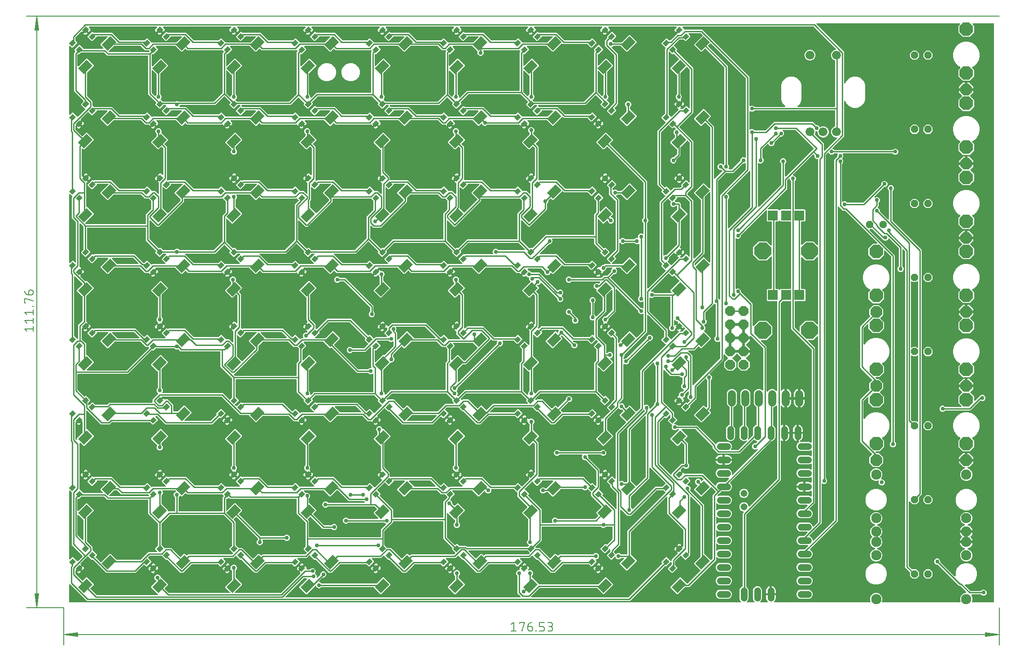
<source format=gbr>
G04 EAGLE Gerber X2 export*
%TF.Part,Single*%
%TF.FileFunction,Copper,L1,Top,Mixed*%
%TF.FilePolarity,Positive*%
%TF.GenerationSoftware,Autodesk,EAGLE,9.1.1*%
%TF.CreationDate,2018-07-20T09:13:17Z*%
G75*
%MOMM*%
%FSLAX34Y34*%
%LPD*%
%AMOC8*
5,1,8,0,0,1.08239X$1,22.5*%
G01*
%ADD10C,0.130000*%
%ADD11C,0.152400*%
%ADD12C,1.524000*%
%ADD13R,0.850000X1.000000*%
%ADD14R,2.300000X1.600000*%
%ADD15C,1.308000*%
%ADD16C,1.308000*%
%ADD17P,2.034460X8X112.500000*%
%ADD18R,1.879600X1.879600*%
%ADD19P,3.480966X8X292.500000*%
%ADD20C,1.930400*%
%ADD21P,2.749271X8X22.500000*%
%ADD22P,2.364373X8X22.500000*%
%ADD23P,1.429621X8X22.500000*%
%ADD24C,1.676400*%
%ADD25C,0.254000*%
%ADD26C,0.756400*%

G36*
X1302349Y10178D02*
X1302349Y10178D01*
X1302488Y10191D01*
X1302507Y10198D01*
X1302527Y10201D01*
X1302656Y10252D01*
X1302787Y10299D01*
X1302804Y10310D01*
X1302823Y10318D01*
X1302935Y10399D01*
X1303050Y10477D01*
X1303064Y10493D01*
X1303080Y10504D01*
X1303169Y10612D01*
X1303261Y10716D01*
X1303270Y10734D01*
X1303283Y10749D01*
X1303342Y10875D01*
X1303405Y10999D01*
X1303410Y11019D01*
X1303418Y11037D01*
X1303444Y11174D01*
X1303475Y11309D01*
X1303474Y11330D01*
X1303478Y11349D01*
X1303469Y11488D01*
X1303465Y11627D01*
X1303460Y11647D01*
X1303458Y11667D01*
X1303416Y11799D01*
X1303377Y11933D01*
X1303367Y11950D01*
X1303360Y11969D01*
X1303286Y12087D01*
X1303215Y12207D01*
X1303197Y12228D01*
X1303190Y12238D01*
X1303175Y12252D01*
X1303109Y12327D01*
X1301432Y14004D01*
X1300127Y17155D01*
X1300127Y33645D01*
X1301432Y36796D01*
X1303844Y39208D01*
X1306995Y40513D01*
X1310405Y40513D01*
X1313556Y39208D01*
X1315968Y36796D01*
X1317273Y33645D01*
X1317273Y17155D01*
X1315968Y14004D01*
X1314291Y12327D01*
X1314206Y12218D01*
X1314117Y12111D01*
X1314109Y12092D01*
X1314096Y12076D01*
X1314041Y11948D01*
X1313982Y11823D01*
X1313978Y11803D01*
X1313970Y11784D01*
X1313948Y11646D01*
X1313922Y11510D01*
X1313923Y11490D01*
X1313920Y11470D01*
X1313933Y11331D01*
X1313942Y11193D01*
X1313948Y11174D01*
X1313950Y11154D01*
X1313997Y11022D01*
X1314040Y10891D01*
X1314051Y10873D01*
X1314057Y10854D01*
X1314136Y10739D01*
X1314210Y10622D01*
X1314225Y10608D01*
X1314236Y10591D01*
X1314340Y10499D01*
X1314442Y10404D01*
X1314459Y10394D01*
X1314474Y10381D01*
X1314599Y10317D01*
X1314720Y10250D01*
X1314740Y10245D01*
X1314758Y10236D01*
X1314894Y10206D01*
X1315028Y10171D01*
X1315056Y10169D01*
X1315068Y10166D01*
X1315088Y10167D01*
X1315189Y10161D01*
X1326893Y10161D01*
X1327031Y10178D01*
X1327169Y10191D01*
X1327188Y10198D01*
X1327208Y10201D01*
X1327338Y10252D01*
X1327469Y10299D01*
X1327485Y10310D01*
X1327504Y10318D01*
X1327617Y10399D01*
X1327732Y10477D01*
X1327745Y10493D01*
X1327762Y10504D01*
X1327850Y10612D01*
X1327942Y10716D01*
X1327951Y10734D01*
X1327964Y10749D01*
X1328024Y10875D01*
X1328087Y10999D01*
X1328091Y11019D01*
X1328100Y11037D01*
X1328126Y11174D01*
X1328156Y11309D01*
X1328156Y11330D01*
X1328160Y11349D01*
X1328151Y11488D01*
X1328147Y11627D01*
X1328141Y11647D01*
X1328140Y11667D01*
X1328097Y11799D01*
X1328058Y11933D01*
X1328048Y11950D01*
X1328042Y11969D01*
X1327968Y12087D01*
X1327897Y12207D01*
X1327878Y12228D01*
X1327872Y12238D01*
X1327857Y12252D01*
X1327790Y12328D01*
X1327174Y12944D01*
X1326333Y14101D01*
X1325685Y15374D01*
X1325243Y16734D01*
X1325019Y18145D01*
X1325019Y23401D01*
X1333370Y23401D01*
X1333488Y23416D01*
X1333607Y23423D01*
X1333645Y23435D01*
X1333685Y23441D01*
X1333796Y23484D01*
X1333909Y23521D01*
X1333943Y23543D01*
X1333981Y23558D01*
X1334077Y23627D01*
X1334094Y23638D01*
X1334118Y23624D01*
X1334150Y23599D01*
X1334257Y23548D01*
X1334362Y23490D01*
X1334401Y23480D01*
X1334437Y23463D01*
X1334554Y23441D01*
X1334670Y23411D01*
X1334730Y23407D01*
X1334750Y23403D01*
X1334770Y23405D01*
X1334830Y23401D01*
X1343181Y23401D01*
X1343181Y18145D01*
X1342957Y16734D01*
X1342515Y15374D01*
X1341867Y14101D01*
X1341026Y12944D01*
X1340410Y12328D01*
X1340324Y12218D01*
X1340236Y12111D01*
X1340227Y12092D01*
X1340215Y12076D01*
X1340159Y11948D01*
X1340100Y11823D01*
X1340096Y11803D01*
X1340088Y11784D01*
X1340066Y11646D01*
X1340040Y11510D01*
X1340042Y11490D01*
X1340038Y11470D01*
X1340052Y11331D01*
X1340060Y11193D01*
X1340066Y11174D01*
X1340068Y11154D01*
X1340115Y11023D01*
X1340158Y10891D01*
X1340169Y10873D01*
X1340176Y10854D01*
X1340254Y10740D01*
X1340328Y10622D01*
X1340343Y10608D01*
X1340354Y10591D01*
X1340458Y10499D01*
X1340560Y10404D01*
X1340578Y10394D01*
X1340593Y10381D01*
X1340717Y10318D01*
X1340838Y10250D01*
X1340858Y10245D01*
X1340876Y10236D01*
X1341012Y10206D01*
X1341146Y10171D01*
X1341174Y10169D01*
X1341186Y10166D01*
X1341207Y10167D01*
X1341307Y10161D01*
X1520850Y10161D01*
X1520900Y10167D01*
X1520949Y10165D01*
X1521057Y10187D01*
X1521166Y10201D01*
X1521212Y10219D01*
X1521261Y10229D01*
X1521359Y10277D01*
X1521462Y10318D01*
X1521502Y10347D01*
X1521547Y10369D01*
X1521630Y10440D01*
X1521719Y10504D01*
X1521751Y10543D01*
X1521789Y10575D01*
X1521852Y10665D01*
X1521922Y10749D01*
X1521943Y10794D01*
X1521972Y10835D01*
X1522011Y10938D01*
X1522057Y11037D01*
X1522067Y11086D01*
X1522084Y11132D01*
X1522097Y11242D01*
X1522117Y11349D01*
X1522114Y11399D01*
X1522120Y11448D01*
X1522104Y11557D01*
X1522097Y11667D01*
X1522082Y11714D01*
X1522075Y11763D01*
X1522023Y11916D01*
X1521155Y14011D01*
X1521155Y18659D01*
X1522934Y22954D01*
X1526221Y26241D01*
X1530516Y28020D01*
X1535164Y28020D01*
X1539459Y26241D01*
X1542746Y22954D01*
X1544525Y18659D01*
X1544525Y14011D01*
X1543657Y11916D01*
X1543644Y11868D01*
X1543623Y11823D01*
X1543602Y11715D01*
X1543573Y11609D01*
X1543572Y11559D01*
X1543563Y11510D01*
X1543570Y11401D01*
X1543568Y11291D01*
X1543580Y11243D01*
X1543583Y11193D01*
X1543616Y11089D01*
X1543642Y10982D01*
X1543665Y10938D01*
X1543681Y10891D01*
X1543739Y10798D01*
X1543791Y10701D01*
X1543824Y10664D01*
X1543851Y10622D01*
X1543931Y10547D01*
X1544005Y10465D01*
X1544046Y10438D01*
X1544082Y10404D01*
X1544179Y10351D01*
X1544270Y10291D01*
X1544317Y10274D01*
X1544361Y10250D01*
X1544467Y10223D01*
X1544571Y10187D01*
X1544621Y10183D01*
X1544669Y10171D01*
X1544830Y10161D01*
X1690870Y10161D01*
X1690920Y10167D01*
X1690969Y10165D01*
X1691077Y10187D01*
X1691186Y10201D01*
X1691232Y10219D01*
X1691281Y10229D01*
X1691379Y10277D01*
X1691482Y10318D01*
X1691522Y10347D01*
X1691567Y10369D01*
X1691650Y10440D01*
X1691739Y10504D01*
X1691771Y10543D01*
X1691809Y10575D01*
X1691872Y10665D01*
X1691942Y10749D01*
X1691963Y10794D01*
X1691992Y10835D01*
X1692031Y10938D01*
X1692077Y11037D01*
X1692087Y11086D01*
X1692104Y11132D01*
X1692117Y11242D01*
X1692137Y11349D01*
X1692134Y11399D01*
X1692140Y11448D01*
X1692124Y11557D01*
X1692117Y11667D01*
X1692102Y11714D01*
X1692095Y11763D01*
X1692043Y11916D01*
X1691175Y14011D01*
X1691175Y18659D01*
X1692954Y22954D01*
X1696241Y26241D01*
X1700536Y28020D01*
X1701605Y28020D01*
X1701743Y28037D01*
X1701882Y28050D01*
X1701901Y28057D01*
X1701921Y28060D01*
X1702050Y28111D01*
X1702181Y28158D01*
X1702198Y28169D01*
X1702216Y28177D01*
X1702329Y28258D01*
X1702444Y28336D01*
X1702457Y28352D01*
X1702474Y28363D01*
X1702562Y28471D01*
X1702655Y28575D01*
X1702664Y28593D01*
X1702677Y28608D01*
X1702736Y28734D01*
X1702799Y28858D01*
X1702804Y28878D01*
X1702812Y28896D01*
X1702838Y29032D01*
X1702869Y29168D01*
X1702868Y29189D01*
X1702872Y29208D01*
X1702863Y29347D01*
X1702859Y29486D01*
X1702853Y29506D01*
X1702852Y29526D01*
X1702809Y29658D01*
X1702771Y29792D01*
X1702760Y29809D01*
X1702754Y29828D01*
X1702680Y29946D01*
X1702609Y30066D01*
X1702591Y30087D01*
X1702584Y30097D01*
X1702569Y30111D01*
X1702503Y30186D01*
X1691660Y41030D01*
X1691581Y41090D01*
X1691509Y41158D01*
X1691456Y41187D01*
X1691408Y41224D01*
X1691317Y41264D01*
X1691231Y41312D01*
X1691172Y41327D01*
X1691117Y41351D01*
X1691019Y41366D01*
X1690923Y41391D01*
X1690823Y41397D01*
X1690802Y41401D01*
X1690790Y41399D01*
X1690762Y41401D01*
X1689256Y41401D01*
X1649468Y81190D01*
X1649389Y81250D01*
X1649317Y81318D01*
X1649264Y81347D01*
X1649216Y81384D01*
X1649125Y81424D01*
X1649039Y81472D01*
X1648980Y81487D01*
X1648925Y81511D01*
X1648827Y81526D01*
X1648731Y81551D01*
X1648631Y81557D01*
X1648610Y81561D01*
X1648598Y81559D01*
X1648570Y81561D01*
X1646795Y81561D01*
X1644658Y82446D01*
X1643022Y84082D01*
X1642137Y86219D01*
X1642137Y88533D01*
X1643022Y90670D01*
X1644658Y92306D01*
X1646795Y93191D01*
X1649109Y93191D01*
X1651246Y92306D01*
X1652882Y90670D01*
X1653767Y88533D01*
X1653767Y86758D01*
X1653779Y86659D01*
X1653782Y86561D01*
X1653799Y86502D01*
X1653807Y86442D01*
X1653843Y86350D01*
X1653871Y86255D01*
X1653901Y86203D01*
X1653924Y86147D01*
X1653982Y86067D01*
X1654032Y85981D01*
X1654098Y85906D01*
X1654110Y85889D01*
X1654120Y85881D01*
X1654138Y85860D01*
X1680533Y59466D01*
X1680642Y59381D01*
X1680749Y59292D01*
X1680768Y59284D01*
X1680784Y59271D01*
X1680912Y59216D01*
X1681037Y59157D01*
X1681057Y59153D01*
X1681076Y59145D01*
X1681214Y59123D01*
X1681350Y59097D01*
X1681370Y59098D01*
X1681390Y59095D01*
X1681529Y59108D01*
X1681667Y59117D01*
X1681686Y59123D01*
X1681706Y59125D01*
X1681838Y59172D01*
X1681969Y59215D01*
X1681987Y59226D01*
X1682006Y59233D01*
X1682121Y59311D01*
X1682238Y59385D01*
X1682252Y59400D01*
X1682269Y59411D01*
X1682361Y59515D01*
X1682456Y59617D01*
X1682466Y59634D01*
X1682479Y59650D01*
X1682543Y59773D01*
X1682610Y59895D01*
X1682615Y59915D01*
X1682624Y59933D01*
X1682654Y60069D01*
X1682689Y60203D01*
X1682691Y60231D01*
X1682694Y60243D01*
X1682693Y60264D01*
X1682699Y60364D01*
X1682699Y67970D01*
X1685769Y75380D01*
X1691440Y81051D01*
X1698850Y84121D01*
X1706870Y84121D01*
X1714280Y81051D01*
X1719951Y75380D01*
X1723021Y67970D01*
X1723021Y59950D01*
X1719951Y52540D01*
X1714280Y46869D01*
X1706870Y43799D01*
X1701296Y43799D01*
X1701158Y43782D01*
X1701019Y43769D01*
X1701000Y43762D01*
X1700980Y43759D01*
X1700851Y43708D01*
X1700720Y43661D01*
X1700703Y43650D01*
X1700685Y43642D01*
X1700572Y43561D01*
X1700457Y43483D01*
X1700444Y43467D01*
X1700427Y43456D01*
X1700339Y43348D01*
X1700246Y43244D01*
X1700237Y43226D01*
X1700224Y43211D01*
X1700165Y43085D01*
X1700102Y42961D01*
X1700097Y42941D01*
X1700089Y42923D01*
X1700063Y42787D01*
X1700032Y42651D01*
X1700033Y42630D01*
X1700029Y42611D01*
X1700038Y42472D01*
X1700042Y42333D01*
X1700048Y42313D01*
X1700049Y42293D01*
X1700092Y42161D01*
X1700130Y42027D01*
X1700141Y42010D01*
X1700147Y41991D01*
X1700221Y41873D01*
X1700292Y41753D01*
X1700310Y41732D01*
X1700317Y41722D01*
X1700332Y41708D01*
X1700398Y41633D01*
X1709908Y32122D01*
X1709987Y32062D01*
X1710059Y31994D01*
X1710112Y31965D01*
X1710160Y31928D01*
X1710251Y31888D01*
X1710337Y31840D01*
X1710396Y31825D01*
X1710451Y31801D01*
X1710549Y31786D01*
X1710645Y31761D01*
X1710745Y31755D01*
X1710766Y31751D01*
X1710778Y31753D01*
X1710806Y31751D01*
X1729882Y31751D01*
X1729980Y31763D01*
X1730079Y31766D01*
X1730137Y31783D01*
X1730197Y31791D01*
X1730289Y31827D01*
X1730384Y31855D01*
X1730437Y31885D01*
X1730493Y31908D01*
X1730573Y31966D01*
X1730658Y32016D01*
X1730734Y32082D01*
X1730750Y32094D01*
X1730758Y32104D01*
X1730779Y32122D01*
X1732034Y33378D01*
X1734171Y34263D01*
X1736485Y34263D01*
X1738622Y33378D01*
X1740258Y31742D01*
X1741143Y29605D01*
X1741143Y27291D01*
X1740258Y25154D01*
X1738622Y23518D01*
X1736485Y22633D01*
X1734171Y22633D01*
X1732034Y23518D01*
X1730779Y24774D01*
X1730701Y24834D01*
X1730629Y24902D01*
X1730576Y24931D01*
X1730528Y24968D01*
X1730437Y25008D01*
X1730350Y25056D01*
X1730292Y25071D01*
X1730236Y25095D01*
X1730138Y25110D01*
X1730042Y25135D01*
X1729942Y25141D01*
X1729922Y25145D01*
X1729910Y25143D01*
X1729882Y25145D01*
X1713639Y25145D01*
X1713501Y25128D01*
X1713362Y25115D01*
X1713343Y25108D01*
X1713323Y25105D01*
X1713194Y25054D01*
X1713063Y25007D01*
X1713046Y24996D01*
X1713027Y24988D01*
X1712915Y24907D01*
X1712800Y24829D01*
X1712786Y24813D01*
X1712770Y24802D01*
X1712681Y24694D01*
X1712589Y24590D01*
X1712580Y24572D01*
X1712567Y24557D01*
X1712508Y24431D01*
X1712445Y24307D01*
X1712440Y24287D01*
X1712432Y24269D01*
X1712406Y24132D01*
X1712375Y23997D01*
X1712376Y23976D01*
X1712372Y23957D01*
X1712381Y23818D01*
X1712385Y23679D01*
X1712390Y23659D01*
X1712392Y23639D01*
X1712435Y23507D01*
X1712473Y23373D01*
X1712484Y23356D01*
X1712490Y23337D01*
X1712564Y23219D01*
X1712635Y23099D01*
X1712653Y23078D01*
X1712660Y23068D01*
X1712675Y23054D01*
X1712741Y22978D01*
X1712766Y22954D01*
X1714545Y18659D01*
X1714545Y14011D01*
X1713677Y11916D01*
X1713664Y11868D01*
X1713643Y11823D01*
X1713622Y11715D01*
X1713593Y11609D01*
X1713592Y11559D01*
X1713583Y11510D01*
X1713590Y11401D01*
X1713588Y11291D01*
X1713600Y11243D01*
X1713603Y11193D01*
X1713636Y11089D01*
X1713662Y10982D01*
X1713685Y10938D01*
X1713701Y10891D01*
X1713759Y10798D01*
X1713811Y10701D01*
X1713844Y10664D01*
X1713871Y10622D01*
X1713951Y10547D01*
X1714025Y10465D01*
X1714066Y10438D01*
X1714102Y10404D01*
X1714199Y10351D01*
X1714290Y10291D01*
X1714337Y10274D01*
X1714381Y10250D01*
X1714487Y10223D01*
X1714591Y10187D01*
X1714641Y10183D01*
X1714689Y10171D01*
X1714850Y10161D01*
X1753670Y10161D01*
X1753788Y10176D01*
X1753907Y10183D01*
X1753945Y10196D01*
X1753986Y10201D01*
X1754096Y10244D01*
X1754209Y10281D01*
X1754244Y10303D01*
X1754281Y10318D01*
X1754377Y10387D01*
X1754478Y10451D01*
X1754506Y10481D01*
X1754539Y10504D01*
X1754615Y10596D01*
X1754696Y10683D01*
X1754716Y10718D01*
X1754741Y10749D01*
X1754792Y10857D01*
X1754850Y10961D01*
X1754860Y11001D01*
X1754877Y11037D01*
X1754899Y11154D01*
X1754929Y11269D01*
X1754933Y11329D01*
X1754937Y11349D01*
X1754935Y11370D01*
X1754939Y11430D01*
X1754939Y1102870D01*
X1754924Y1102988D01*
X1754917Y1103107D01*
X1754904Y1103145D01*
X1754899Y1103186D01*
X1754856Y1103296D01*
X1754819Y1103409D01*
X1754797Y1103444D01*
X1754782Y1103481D01*
X1754713Y1103577D01*
X1754649Y1103678D01*
X1754619Y1103706D01*
X1754596Y1103739D01*
X1754504Y1103815D01*
X1754417Y1103896D01*
X1754382Y1103916D01*
X1754351Y1103941D01*
X1754243Y1103992D01*
X1754139Y1104050D01*
X1754099Y1104060D01*
X1754063Y1104077D01*
X1753946Y1104099D01*
X1753831Y1104129D01*
X1753771Y1104133D01*
X1753751Y1104137D01*
X1753730Y1104135D01*
X1753670Y1104139D01*
X1715780Y1104139D01*
X1715643Y1104122D01*
X1715504Y1104109D01*
X1715485Y1104102D01*
X1715465Y1104099D01*
X1715336Y1104048D01*
X1715205Y1104001D01*
X1715188Y1103990D01*
X1715169Y1103982D01*
X1715056Y1103901D01*
X1714941Y1103823D01*
X1714928Y1103807D01*
X1714912Y1103796D01*
X1714823Y1103688D01*
X1714731Y1103584D01*
X1714722Y1103566D01*
X1714709Y1103551D01*
X1714650Y1103425D01*
X1714586Y1103301D01*
X1714582Y1103281D01*
X1714573Y1103263D01*
X1714547Y1103127D01*
X1714517Y1102991D01*
X1714517Y1102970D01*
X1714513Y1102951D01*
X1714522Y1102812D01*
X1714526Y1102673D01*
X1714532Y1102653D01*
X1714533Y1102633D01*
X1714576Y1102501D01*
X1714615Y1102367D01*
X1714625Y1102350D01*
X1714631Y1102331D01*
X1714706Y1102213D01*
X1714776Y1102093D01*
X1714795Y1102072D01*
X1714801Y1102062D01*
X1714816Y1102048D01*
X1714883Y1101973D01*
X1717593Y1099262D01*
X1717593Y1087058D01*
X1708962Y1078427D01*
X1696758Y1078427D01*
X1688127Y1087058D01*
X1688127Y1099262D01*
X1690837Y1101973D01*
X1690923Y1102082D01*
X1691011Y1102189D01*
X1691020Y1102208D01*
X1691032Y1102224D01*
X1691088Y1102352D01*
X1691147Y1102477D01*
X1691151Y1102497D01*
X1691159Y1102516D01*
X1691181Y1102654D01*
X1691207Y1102790D01*
X1691205Y1102810D01*
X1691208Y1102830D01*
X1691195Y1102969D01*
X1691187Y1103107D01*
X1691181Y1103126D01*
X1691179Y1103146D01*
X1691131Y1103278D01*
X1691089Y1103409D01*
X1691078Y1103427D01*
X1691071Y1103446D01*
X1690993Y1103561D01*
X1690919Y1103678D01*
X1690904Y1103692D01*
X1690892Y1103709D01*
X1690788Y1103801D01*
X1690687Y1103896D01*
X1690669Y1103906D01*
X1690654Y1103919D01*
X1690530Y1103983D01*
X1690408Y1104050D01*
X1690389Y1104055D01*
X1690371Y1104064D01*
X1690235Y1104094D01*
X1690101Y1104129D01*
X1690072Y1104131D01*
X1690060Y1104134D01*
X1690040Y1104133D01*
X1689940Y1104139D01*
X1421244Y1104139D01*
X1421106Y1104122D01*
X1420967Y1104109D01*
X1420948Y1104102D01*
X1420928Y1104099D01*
X1420799Y1104048D01*
X1420668Y1104001D01*
X1420651Y1103990D01*
X1420633Y1103982D01*
X1420520Y1103901D01*
X1420405Y1103823D01*
X1420392Y1103807D01*
X1420375Y1103796D01*
X1420287Y1103688D01*
X1420194Y1103584D01*
X1420185Y1103566D01*
X1420172Y1103551D01*
X1420113Y1103425D01*
X1420050Y1103301D01*
X1420045Y1103281D01*
X1420037Y1103263D01*
X1420011Y1103127D01*
X1419980Y1102991D01*
X1419981Y1102970D01*
X1419977Y1102951D01*
X1419986Y1102812D01*
X1419990Y1102673D01*
X1419996Y1102653D01*
X1419997Y1102633D01*
X1420040Y1102501D01*
X1420078Y1102367D01*
X1420089Y1102350D01*
X1420095Y1102331D01*
X1420169Y1102213D01*
X1420240Y1102093D01*
X1420258Y1102072D01*
X1420265Y1102062D01*
X1420280Y1102048D01*
X1420346Y1101973D01*
X1470132Y1052186D01*
X1472439Y1049880D01*
X1472439Y991609D01*
X1472447Y991540D01*
X1472446Y991470D01*
X1472467Y991382D01*
X1472479Y991293D01*
X1472504Y991229D01*
X1472521Y991161D01*
X1472563Y991081D01*
X1472596Y990998D01*
X1472637Y990941D01*
X1472669Y990880D01*
X1472730Y990813D01*
X1472782Y990740D01*
X1472836Y990696D01*
X1472883Y990644D01*
X1472958Y990595D01*
X1473027Y990538D01*
X1473091Y990508D01*
X1473149Y990470D01*
X1473234Y990440D01*
X1473315Y990402D01*
X1473384Y990389D01*
X1473450Y990366D01*
X1473539Y990359D01*
X1473627Y990342D01*
X1473697Y990347D01*
X1473767Y990341D01*
X1473855Y990357D01*
X1473945Y990362D01*
X1474011Y990384D01*
X1474080Y990396D01*
X1474162Y990432D01*
X1474247Y990460D01*
X1474306Y990497D01*
X1474370Y990526D01*
X1474440Y990582D01*
X1474516Y990630D01*
X1474564Y990681D01*
X1474618Y990725D01*
X1474673Y990796D01*
X1474734Y990862D01*
X1474768Y990923D01*
X1474810Y990979D01*
X1474881Y991123D01*
X1476616Y995314D01*
X1482006Y1000704D01*
X1489049Y1003621D01*
X1496671Y1003621D01*
X1503714Y1000704D01*
X1509104Y995314D01*
X1512021Y988271D01*
X1512021Y959649D01*
X1509104Y952606D01*
X1503714Y947216D01*
X1496671Y944299D01*
X1489049Y944299D01*
X1482006Y947216D01*
X1476616Y952606D01*
X1474881Y956797D01*
X1474846Y956857D01*
X1474820Y956922D01*
X1474768Y956995D01*
X1474723Y957073D01*
X1474674Y957123D01*
X1474634Y957180D01*
X1474564Y957237D01*
X1474502Y957301D01*
X1474442Y957338D01*
X1474389Y957382D01*
X1474307Y957421D01*
X1474231Y957468D01*
X1474164Y957488D01*
X1474101Y957518D01*
X1474013Y957535D01*
X1473927Y957561D01*
X1473857Y957565D01*
X1473788Y957578D01*
X1473699Y957572D01*
X1473609Y957576D01*
X1473541Y957562D01*
X1473471Y957558D01*
X1473386Y957530D01*
X1473298Y957512D01*
X1473235Y957481D01*
X1473169Y957460D01*
X1473093Y957412D01*
X1473012Y957372D01*
X1472959Y957327D01*
X1472900Y957290D01*
X1472838Y957224D01*
X1472770Y957166D01*
X1472730Y957109D01*
X1472682Y957058D01*
X1472639Y956980D01*
X1472587Y956906D01*
X1472562Y956841D01*
X1472528Y956780D01*
X1472506Y956693D01*
X1472474Y956609D01*
X1472466Y956539D01*
X1472449Y956472D01*
X1472439Y956311D01*
X1472439Y890680D01*
X1450728Y868969D01*
X1450698Y868930D01*
X1450661Y868897D01*
X1450601Y868805D01*
X1450533Y868718D01*
X1450513Y868672D01*
X1450486Y868631D01*
X1450451Y868527D01*
X1450407Y868426D01*
X1450399Y868377D01*
X1450383Y868330D01*
X1450374Y868221D01*
X1450357Y868112D01*
X1450362Y868063D01*
X1450358Y868013D01*
X1450376Y867905D01*
X1450387Y867796D01*
X1450404Y867749D01*
X1450412Y867700D01*
X1450457Y867600D01*
X1450494Y867496D01*
X1450522Y867455D01*
X1450543Y867410D01*
X1450611Y867324D01*
X1450673Y867233D01*
X1450710Y867200D01*
X1450741Y867161D01*
X1450829Y867095D01*
X1450911Y867023D01*
X1450956Y867000D01*
X1450995Y866970D01*
X1451140Y866899D01*
X1452110Y866497D01*
X1453365Y865242D01*
X1453443Y865182D01*
X1453515Y865114D01*
X1453568Y865085D01*
X1453616Y865048D01*
X1453707Y865008D01*
X1453794Y864960D01*
X1453852Y864945D01*
X1453908Y864921D01*
X1454006Y864906D01*
X1454102Y864881D01*
X1454202Y864875D01*
X1454222Y864871D01*
X1454234Y864873D01*
X1454262Y864871D01*
X1563258Y864871D01*
X1563356Y864883D01*
X1563455Y864886D01*
X1563513Y864903D01*
X1563573Y864911D01*
X1563665Y864947D01*
X1563760Y864975D01*
X1563813Y865005D01*
X1563869Y865028D01*
X1563949Y865086D01*
X1564034Y865136D01*
X1564110Y865202D01*
X1564126Y865214D01*
X1564134Y865224D01*
X1564155Y865242D01*
X1565410Y866498D01*
X1567547Y867383D01*
X1569861Y867383D01*
X1571998Y866498D01*
X1573634Y864862D01*
X1574519Y862725D01*
X1574519Y860411D01*
X1573634Y858274D01*
X1571998Y856638D01*
X1569861Y855753D01*
X1567547Y855753D01*
X1565410Y856638D01*
X1564155Y857894D01*
X1564077Y857954D01*
X1564005Y858022D01*
X1563952Y858051D01*
X1563904Y858088D01*
X1563813Y858128D01*
X1563726Y858176D01*
X1563668Y858191D01*
X1563612Y858215D01*
X1563514Y858230D01*
X1563418Y858255D01*
X1563318Y858261D01*
X1563298Y858265D01*
X1563286Y858263D01*
X1563258Y858265D01*
X1471267Y858265D01*
X1471217Y858259D01*
X1471168Y858261D01*
X1471060Y858239D01*
X1470951Y858225D01*
X1470905Y858207D01*
X1470856Y858197D01*
X1470758Y858149D01*
X1470655Y858108D01*
X1470615Y858079D01*
X1470571Y858057D01*
X1470487Y857986D01*
X1470398Y857922D01*
X1470366Y857883D01*
X1470329Y857851D01*
X1470265Y857761D01*
X1470195Y857677D01*
X1470174Y857632D01*
X1470146Y857591D01*
X1470107Y857488D01*
X1470060Y857389D01*
X1470050Y857340D01*
X1470033Y857294D01*
X1470021Y857184D01*
X1470000Y857077D01*
X1470003Y857027D01*
X1469998Y856978D01*
X1470013Y856869D01*
X1470020Y856759D01*
X1470035Y856712D01*
X1470042Y856663D01*
X1470094Y856510D01*
X1470887Y854597D01*
X1470887Y852283D01*
X1470002Y850146D01*
X1469113Y849257D01*
X1469040Y849163D01*
X1468961Y849074D01*
X1468943Y849038D01*
X1468918Y849006D01*
X1468870Y848897D01*
X1468816Y848791D01*
X1468808Y848752D01*
X1468791Y848714D01*
X1468773Y848597D01*
X1468747Y848481D01*
X1468748Y848440D01*
X1468742Y848400D01*
X1468753Y848282D01*
X1468756Y848163D01*
X1468768Y848124D01*
X1468771Y848084D01*
X1468812Y847972D01*
X1468845Y847857D01*
X1468865Y847822D01*
X1468879Y847784D01*
X1468946Y847686D01*
X1469006Y847583D01*
X1469046Y847538D01*
X1469058Y847521D01*
X1469073Y847508D01*
X1469113Y847462D01*
X1470002Y846574D01*
X1470887Y844437D01*
X1470887Y842123D01*
X1470002Y839986D01*
X1468746Y838731D01*
X1468686Y838653D01*
X1468618Y838581D01*
X1468589Y838528D01*
X1468552Y838480D01*
X1468512Y838389D01*
X1468464Y838302D01*
X1468449Y838244D01*
X1468425Y838188D01*
X1468410Y838090D01*
X1468385Y837994D01*
X1468379Y837894D01*
X1468375Y837874D01*
X1468377Y837862D01*
X1468375Y837834D01*
X1468375Y768195D01*
X1468381Y768145D01*
X1468379Y768096D01*
X1468401Y767988D01*
X1468415Y767879D01*
X1468433Y767833D01*
X1468443Y767784D01*
X1468491Y767685D01*
X1468532Y767583D01*
X1468561Y767543D01*
X1468583Y767499D01*
X1468654Y767415D01*
X1468718Y767326D01*
X1468757Y767294D01*
X1468789Y767257D01*
X1468879Y767193D01*
X1468963Y767123D01*
X1469008Y767102D01*
X1469049Y767074D01*
X1469152Y767035D01*
X1469251Y766988D01*
X1469300Y766978D01*
X1469346Y766961D01*
X1469456Y766949D01*
X1469563Y766928D01*
X1469613Y766931D01*
X1469662Y766926D01*
X1469771Y766941D01*
X1469881Y766948D01*
X1469928Y766963D01*
X1469977Y766970D01*
X1470130Y767022D01*
X1472043Y767815D01*
X1474357Y767815D01*
X1476494Y766930D01*
X1477749Y765674D01*
X1477827Y765614D01*
X1477899Y765546D01*
X1477952Y765517D01*
X1478000Y765480D01*
X1478091Y765440D01*
X1478178Y765392D01*
X1478236Y765377D01*
X1478292Y765353D01*
X1478390Y765338D01*
X1478486Y765313D01*
X1478586Y765307D01*
X1478606Y765303D01*
X1478618Y765305D01*
X1478646Y765303D01*
X1507882Y765303D01*
X1507980Y765315D01*
X1508079Y765318D01*
X1508138Y765335D01*
X1508198Y765343D01*
X1508290Y765379D01*
X1508385Y765407D01*
X1508437Y765437D01*
X1508493Y765460D01*
X1508573Y765518D01*
X1508659Y765568D01*
X1508734Y765634D01*
X1508751Y765646D01*
X1508759Y765656D01*
X1508780Y765674D01*
X1542198Y799092D01*
X1542258Y799171D01*
X1542326Y799243D01*
X1542355Y799296D01*
X1542392Y799344D01*
X1542432Y799435D01*
X1542480Y799521D01*
X1542495Y799580D01*
X1542519Y799635D01*
X1542534Y799733D01*
X1542559Y799829D01*
X1542565Y799929D01*
X1542569Y799949D01*
X1542567Y799962D01*
X1542569Y799990D01*
X1542569Y801765D01*
X1543454Y803902D01*
X1545090Y805538D01*
X1547227Y806423D01*
X1549541Y806423D01*
X1551678Y805538D01*
X1553314Y803902D01*
X1554199Y801765D01*
X1554199Y799451D01*
X1553314Y797314D01*
X1551678Y795678D01*
X1549541Y794793D01*
X1547766Y794793D01*
X1547668Y794781D01*
X1547569Y794778D01*
X1547510Y794761D01*
X1547450Y794753D01*
X1547358Y794717D01*
X1547263Y794689D01*
X1547211Y794659D01*
X1547155Y794636D01*
X1547075Y794578D01*
X1546989Y794528D01*
X1546914Y794462D01*
X1546897Y794450D01*
X1546889Y794440D01*
X1546868Y794422D01*
X1529639Y777192D01*
X1529596Y777137D01*
X1529546Y777089D01*
X1529499Y777012D01*
X1529444Y776941D01*
X1529416Y776877D01*
X1529380Y776817D01*
X1529353Y776732D01*
X1529318Y776649D01*
X1529307Y776580D01*
X1529286Y776513D01*
X1529282Y776424D01*
X1529268Y776335D01*
X1529274Y776265D01*
X1529271Y776196D01*
X1529289Y776108D01*
X1529298Y776018D01*
X1529321Y775953D01*
X1529335Y775884D01*
X1529375Y775804D01*
X1529405Y775719D01*
X1529444Y775661D01*
X1529475Y775599D01*
X1529533Y775530D01*
X1529584Y775456D01*
X1529636Y775410D01*
X1529681Y775357D01*
X1529755Y775305D01*
X1529822Y775245D01*
X1529884Y775214D01*
X1529942Y775174D01*
X1530025Y775142D01*
X1530106Y775101D01*
X1530174Y775086D01*
X1530239Y775061D01*
X1530328Y775051D01*
X1530416Y775031D01*
X1530486Y775033D01*
X1530555Y775026D01*
X1530644Y775038D01*
X1530734Y775041D01*
X1530801Y775060D01*
X1530870Y775070D01*
X1531022Y775122D01*
X1533003Y775943D01*
X1535317Y775943D01*
X1537454Y775058D01*
X1539090Y773422D01*
X1539975Y771285D01*
X1539975Y768971D01*
X1539090Y766834D01*
X1537834Y765579D01*
X1537774Y765501D01*
X1537706Y765429D01*
X1537677Y765376D01*
X1537640Y765328D01*
X1537600Y765237D01*
X1537552Y765150D01*
X1537537Y765092D01*
X1537513Y765036D01*
X1537498Y764938D01*
X1537473Y764842D01*
X1537467Y764742D01*
X1537463Y764722D01*
X1537465Y764710D01*
X1537463Y764682D01*
X1537463Y758600D01*
X1536072Y757209D01*
X1536042Y757170D01*
X1536005Y757137D01*
X1535945Y757045D01*
X1535877Y756958D01*
X1535857Y756912D01*
X1535830Y756871D01*
X1535795Y756767D01*
X1535751Y756666D01*
X1535743Y756617D01*
X1535727Y756570D01*
X1535718Y756461D01*
X1535701Y756352D01*
X1535706Y756303D01*
X1535702Y756253D01*
X1535720Y756145D01*
X1535731Y756036D01*
X1535748Y755989D01*
X1535756Y755940D01*
X1535801Y755840D01*
X1535838Y755736D01*
X1535866Y755695D01*
X1535887Y755650D01*
X1535955Y755564D01*
X1536017Y755473D01*
X1536054Y755440D01*
X1536085Y755401D01*
X1536173Y755335D01*
X1536255Y755263D01*
X1536300Y755240D01*
X1536339Y755210D01*
X1536484Y755139D01*
X1537454Y754737D01*
X1539090Y753102D01*
X1539975Y750965D01*
X1539975Y749190D01*
X1539987Y749092D01*
X1539990Y748993D01*
X1540007Y748934D01*
X1540015Y748874D01*
X1540051Y748782D01*
X1540079Y748687D01*
X1540109Y748635D01*
X1540132Y748579D01*
X1540190Y748499D01*
X1540240Y748413D01*
X1540306Y748338D01*
X1540318Y748321D01*
X1540328Y748313D01*
X1540346Y748292D01*
X1555107Y733532D01*
X1555216Y733447D01*
X1555323Y733358D01*
X1555342Y733350D01*
X1555358Y733337D01*
X1555486Y733282D01*
X1555611Y733223D01*
X1555631Y733219D01*
X1555650Y733211D01*
X1555788Y733189D01*
X1555924Y733163D01*
X1555944Y733164D01*
X1555964Y733161D01*
X1556103Y733174D01*
X1556241Y733183D01*
X1556260Y733189D01*
X1556280Y733191D01*
X1556412Y733238D01*
X1556543Y733281D01*
X1556561Y733292D01*
X1556580Y733299D01*
X1556695Y733377D01*
X1556812Y733451D01*
X1556826Y733466D01*
X1556843Y733477D01*
X1556935Y733581D01*
X1557030Y733683D01*
X1557040Y733700D01*
X1557053Y733716D01*
X1557117Y733839D01*
X1557184Y733961D01*
X1557189Y733981D01*
X1557198Y733999D01*
X1557228Y734135D01*
X1557263Y734269D01*
X1557265Y734297D01*
X1557268Y734309D01*
X1557267Y734330D01*
X1557273Y734430D01*
X1557273Y787034D01*
X1557261Y787132D01*
X1557258Y787231D01*
X1557241Y787289D01*
X1557233Y787349D01*
X1557197Y787441D01*
X1557169Y787536D01*
X1557139Y787589D01*
X1557116Y787645D01*
X1557058Y787725D01*
X1557008Y787810D01*
X1556942Y787886D01*
X1556930Y787902D01*
X1556920Y787910D01*
X1556902Y787931D01*
X1555646Y789186D01*
X1554761Y791323D01*
X1554761Y793637D01*
X1555646Y795774D01*
X1557282Y797410D01*
X1559419Y798295D01*
X1561733Y798295D01*
X1563870Y797410D01*
X1565506Y795774D01*
X1566391Y793637D01*
X1566391Y791323D01*
X1565506Y789186D01*
X1564250Y787931D01*
X1564190Y787853D01*
X1564122Y787781D01*
X1564093Y787728D01*
X1564056Y787680D01*
X1564016Y787589D01*
X1563968Y787502D01*
X1563953Y787444D01*
X1563929Y787388D01*
X1563914Y787290D01*
X1563889Y787194D01*
X1563883Y787094D01*
X1563879Y787074D01*
X1563881Y787062D01*
X1563879Y787034D01*
X1563879Y731382D01*
X1563891Y731284D01*
X1563894Y731185D01*
X1563911Y731126D01*
X1563919Y731066D01*
X1563955Y730974D01*
X1563983Y730879D01*
X1564013Y730827D01*
X1564036Y730771D01*
X1564094Y730691D01*
X1564144Y730605D01*
X1564210Y730530D01*
X1564222Y730513D01*
X1564232Y730505D01*
X1564250Y730484D01*
X1618743Y675992D01*
X1618743Y214024D01*
X1613924Y209205D01*
X1613851Y209111D01*
X1613772Y209022D01*
X1613754Y208986D01*
X1613729Y208954D01*
X1613682Y208844D01*
X1613628Y208739D01*
X1613619Y208699D01*
X1613603Y208662D01*
X1613584Y208544D01*
X1613558Y208428D01*
X1613559Y208388D01*
X1613553Y208348D01*
X1613564Y208229D01*
X1613568Y208110D01*
X1613579Y208072D01*
X1613583Y208031D01*
X1613623Y207919D01*
X1613656Y207805D01*
X1613677Y207770D01*
X1613690Y207732D01*
X1613757Y207634D01*
X1613797Y207566D01*
X1613797Y200383D01*
X1608737Y195323D01*
X1601583Y195323D01*
X1596525Y200380D01*
X1596416Y200466D01*
X1596309Y200554D01*
X1596290Y200563D01*
X1596274Y200575D01*
X1596146Y200631D01*
X1596021Y200690D01*
X1596001Y200694D01*
X1595982Y200702D01*
X1595844Y200724D01*
X1595708Y200750D01*
X1595688Y200748D01*
X1595668Y200752D01*
X1595529Y200738D01*
X1595391Y200730D01*
X1595372Y200724D01*
X1595352Y200722D01*
X1595220Y200675D01*
X1595089Y200632D01*
X1595071Y200621D01*
X1595052Y200614D01*
X1594937Y200536D01*
X1594820Y200462D01*
X1594806Y200447D01*
X1594789Y200436D01*
X1594697Y200331D01*
X1594602Y200230D01*
X1594592Y200212D01*
X1594579Y200197D01*
X1594515Y200073D01*
X1594448Y199952D01*
X1594443Y199932D01*
X1594434Y199914D01*
X1594404Y199778D01*
X1594369Y199644D01*
X1594367Y199615D01*
X1594364Y199604D01*
X1594365Y199583D01*
X1594359Y199483D01*
X1594359Y79110D01*
X1594371Y79012D01*
X1594374Y78913D01*
X1594391Y78854D01*
X1594399Y78794D01*
X1594435Y78702D01*
X1594463Y78607D01*
X1594493Y78555D01*
X1594516Y78499D01*
X1594574Y78419D01*
X1594624Y78333D01*
X1594690Y78258D01*
X1594702Y78241D01*
X1594712Y78233D01*
X1594730Y78212D01*
X1600067Y72876D01*
X1600161Y72803D01*
X1600250Y72724D01*
X1600286Y72706D01*
X1600318Y72681D01*
X1600428Y72634D01*
X1600534Y72580D01*
X1600573Y72571D01*
X1600610Y72555D01*
X1600728Y72536D01*
X1600844Y72510D01*
X1600884Y72511D01*
X1600924Y72505D01*
X1601043Y72516D01*
X1601162Y72520D01*
X1601201Y72531D01*
X1601241Y72535D01*
X1601353Y72575D01*
X1601428Y72597D01*
X1608737Y72597D01*
X1613797Y67537D01*
X1613797Y60383D01*
X1608737Y55323D01*
X1601583Y55323D01*
X1596523Y60383D01*
X1596523Y66552D01*
X1596511Y66650D01*
X1596508Y66749D01*
X1596491Y66808D01*
X1596483Y66868D01*
X1596447Y66960D01*
X1596419Y67055D01*
X1596389Y67107D01*
X1596366Y67163D01*
X1596308Y67243D01*
X1596258Y67329D01*
X1596192Y67404D01*
X1596180Y67421D01*
X1596170Y67429D01*
X1596152Y67450D01*
X1587753Y75848D01*
X1587753Y672730D01*
X1587741Y672828D01*
X1587738Y672927D01*
X1587721Y672986D01*
X1587713Y673046D01*
X1587677Y673138D01*
X1587649Y673233D01*
X1587619Y673285D01*
X1587596Y673341D01*
X1587538Y673421D01*
X1587488Y673507D01*
X1587422Y673582D01*
X1587410Y673599D01*
X1587400Y673607D01*
X1587382Y673628D01*
X1584333Y676676D01*
X1584224Y676761D01*
X1584117Y676850D01*
X1584098Y676858D01*
X1584082Y676871D01*
X1583954Y676926D01*
X1583829Y676985D01*
X1583809Y676989D01*
X1583790Y676997D01*
X1583652Y677019D01*
X1583516Y677045D01*
X1583496Y677044D01*
X1583476Y677047D01*
X1583337Y677034D01*
X1583199Y677025D01*
X1583180Y677019D01*
X1583160Y677017D01*
X1583028Y676970D01*
X1582897Y676927D01*
X1582879Y676916D01*
X1582860Y676909D01*
X1582745Y676831D01*
X1582628Y676757D01*
X1582614Y676742D01*
X1582597Y676731D01*
X1582505Y676627D01*
X1582410Y676525D01*
X1582400Y676508D01*
X1582387Y676492D01*
X1582323Y676368D01*
X1582256Y676247D01*
X1582251Y676227D01*
X1582242Y676209D01*
X1582212Y676073D01*
X1582177Y675939D01*
X1582175Y675911D01*
X1582172Y675899D01*
X1582173Y675878D01*
X1582167Y675778D01*
X1582167Y645526D01*
X1582179Y645428D01*
X1582182Y645329D01*
X1582199Y645271D01*
X1582207Y645211D01*
X1582243Y645119D01*
X1582271Y645024D01*
X1582301Y644971D01*
X1582324Y644915D01*
X1582382Y644835D01*
X1582432Y644750D01*
X1582498Y644674D01*
X1582510Y644658D01*
X1582520Y644650D01*
X1582538Y644629D01*
X1583794Y643374D01*
X1584679Y641237D01*
X1584679Y638923D01*
X1583794Y636786D01*
X1582158Y635150D01*
X1580021Y634265D01*
X1577707Y634265D01*
X1575570Y635150D01*
X1573934Y636786D01*
X1573049Y638923D01*
X1573049Y641237D01*
X1573934Y643374D01*
X1575190Y644629D01*
X1575250Y644707D01*
X1575318Y644779D01*
X1575347Y644832D01*
X1575384Y644880D01*
X1575424Y644971D01*
X1575472Y645058D01*
X1575487Y645116D01*
X1575511Y645172D01*
X1575526Y645270D01*
X1575551Y645366D01*
X1575557Y645466D01*
X1575561Y645486D01*
X1575559Y645498D01*
X1575561Y645526D01*
X1575561Y678826D01*
X1575549Y678924D01*
X1575546Y679023D01*
X1575529Y679082D01*
X1575521Y679142D01*
X1575485Y679234D01*
X1575457Y679329D01*
X1575427Y679381D01*
X1575404Y679437D01*
X1575346Y679517D01*
X1575296Y679603D01*
X1575230Y679678D01*
X1575218Y679695D01*
X1575208Y679703D01*
X1575190Y679724D01*
X1557817Y697096D01*
X1557778Y697126D01*
X1557745Y697163D01*
X1557653Y697223D01*
X1557566Y697291D01*
X1557520Y697311D01*
X1557479Y697338D01*
X1557375Y697373D01*
X1557274Y697417D01*
X1557225Y697425D01*
X1557178Y697441D01*
X1557069Y697450D01*
X1556960Y697467D01*
X1556911Y697462D01*
X1556861Y697466D01*
X1556753Y697448D01*
X1556644Y697437D01*
X1556597Y697420D01*
X1556548Y697412D01*
X1556448Y697367D01*
X1556344Y697330D01*
X1556303Y697302D01*
X1556258Y697281D01*
X1556172Y697213D01*
X1556081Y697151D01*
X1556048Y697114D01*
X1556009Y697083D01*
X1555943Y696995D01*
X1555871Y696913D01*
X1555848Y696868D01*
X1555818Y696829D01*
X1555747Y696684D01*
X1555345Y695714D01*
X1553710Y694078D01*
X1551573Y693193D01*
X1549259Y693193D01*
X1547122Y694078D01*
X1545867Y695334D01*
X1545789Y695394D01*
X1545717Y695462D01*
X1545664Y695491D01*
X1545616Y695528D01*
X1545525Y695568D01*
X1545438Y695616D01*
X1545380Y695631D01*
X1545324Y695655D01*
X1545226Y695670D01*
X1545130Y695695D01*
X1545030Y695701D01*
X1545010Y695705D01*
X1544998Y695703D01*
X1544985Y695704D01*
X1525439Y715250D01*
X1525345Y715323D01*
X1525256Y715402D01*
X1525220Y715420D01*
X1525188Y715445D01*
X1525079Y715492D01*
X1524973Y715546D01*
X1524933Y715555D01*
X1524896Y715571D01*
X1524778Y715590D01*
X1524662Y715616D01*
X1524622Y715615D01*
X1524582Y715621D01*
X1524463Y715610D01*
X1524344Y715606D01*
X1524306Y715595D01*
X1524265Y715591D01*
X1524153Y715551D01*
X1524039Y715518D01*
X1524004Y715497D01*
X1523966Y715484D01*
X1523867Y715417D01*
X1523765Y715356D01*
X1523727Y715323D01*
X1521516Y715323D01*
X1521378Y715306D01*
X1521239Y715293D01*
X1521220Y715286D01*
X1521200Y715283D01*
X1521071Y715232D01*
X1520940Y715185D01*
X1520923Y715174D01*
X1520905Y715166D01*
X1520792Y715085D01*
X1520677Y715007D01*
X1520664Y714991D01*
X1520647Y714980D01*
X1520559Y714872D01*
X1520466Y714768D01*
X1520457Y714750D01*
X1520444Y714735D01*
X1520385Y714609D01*
X1520322Y714485D01*
X1520317Y714465D01*
X1520309Y714447D01*
X1520283Y714311D01*
X1520252Y714175D01*
X1520253Y714154D01*
X1520249Y714135D01*
X1520258Y713996D01*
X1520262Y713857D01*
X1520268Y713837D01*
X1520269Y713817D01*
X1520312Y713685D01*
X1520350Y713551D01*
X1520361Y713534D01*
X1520367Y713515D01*
X1520441Y713397D01*
X1520512Y713277D01*
X1520530Y713256D01*
X1520537Y713246D01*
X1520552Y713232D01*
X1520618Y713157D01*
X1567943Y665832D01*
X1567943Y314310D01*
X1567955Y314212D01*
X1567958Y314113D01*
X1567975Y314055D01*
X1567983Y313995D01*
X1568019Y313903D01*
X1568047Y313808D01*
X1568077Y313755D01*
X1568100Y313699D01*
X1568158Y313619D01*
X1568208Y313534D01*
X1568274Y313458D01*
X1568286Y313442D01*
X1568296Y313434D01*
X1568314Y313413D01*
X1569570Y312158D01*
X1570455Y310021D01*
X1570455Y307707D01*
X1569570Y305570D01*
X1567934Y303934D01*
X1565797Y303049D01*
X1563483Y303049D01*
X1561346Y303934D01*
X1559710Y305570D01*
X1558825Y307707D01*
X1558825Y310021D01*
X1559710Y312158D01*
X1560966Y313413D01*
X1561026Y313491D01*
X1561094Y313563D01*
X1561123Y313616D01*
X1561160Y313664D01*
X1561200Y313755D01*
X1561248Y313842D01*
X1561263Y313900D01*
X1561287Y313956D01*
X1561302Y314054D01*
X1561327Y314150D01*
X1561333Y314250D01*
X1561337Y314270D01*
X1561335Y314282D01*
X1561337Y314310D01*
X1561337Y662570D01*
X1561325Y662668D01*
X1561322Y662767D01*
X1561315Y662791D01*
X1561315Y662792D01*
X1561313Y662799D01*
X1561305Y662826D01*
X1561297Y662886D01*
X1561261Y662978D01*
X1561233Y663073D01*
X1561203Y663125D01*
X1561180Y663181D01*
X1561122Y663261D01*
X1561072Y663347D01*
X1561006Y663422D01*
X1560994Y663439D01*
X1560984Y663447D01*
X1560966Y663468D01*
X1549739Y674694D01*
X1549630Y674779D01*
X1549523Y674868D01*
X1549504Y674876D01*
X1549488Y674889D01*
X1549360Y674944D01*
X1549235Y675003D01*
X1549215Y675007D01*
X1549196Y675015D01*
X1549058Y675037D01*
X1548922Y675063D01*
X1548902Y675062D01*
X1548882Y675065D01*
X1548743Y675052D01*
X1548605Y675043D01*
X1548586Y675037D01*
X1548566Y675035D01*
X1548434Y674988D01*
X1548303Y674945D01*
X1548285Y674934D01*
X1548266Y674927D01*
X1548151Y674849D01*
X1548034Y674775D01*
X1548020Y674760D01*
X1548003Y674749D01*
X1547911Y674645D01*
X1547816Y674543D01*
X1547806Y674526D01*
X1547793Y674510D01*
X1547729Y674386D01*
X1547662Y674265D01*
X1547657Y674245D01*
X1547648Y674227D01*
X1547618Y674091D01*
X1547583Y673957D01*
X1547581Y673929D01*
X1547578Y673917D01*
X1547579Y673896D01*
X1547573Y673796D01*
X1547573Y666758D01*
X1538942Y658127D01*
X1526738Y658127D01*
X1518107Y666758D01*
X1518107Y678962D01*
X1526738Y687593D01*
X1533776Y687593D01*
X1533914Y687610D01*
X1534053Y687623D01*
X1534072Y687630D01*
X1534092Y687633D01*
X1534221Y687684D01*
X1534352Y687731D01*
X1534369Y687742D01*
X1534387Y687750D01*
X1534500Y687831D01*
X1534615Y687909D01*
X1534628Y687925D01*
X1534645Y687936D01*
X1534733Y688044D01*
X1534826Y688148D01*
X1534835Y688166D01*
X1534848Y688181D01*
X1534907Y688307D01*
X1534970Y688431D01*
X1534975Y688451D01*
X1534983Y688469D01*
X1535009Y688605D01*
X1535040Y688741D01*
X1535039Y688762D01*
X1535043Y688781D01*
X1535034Y688920D01*
X1535030Y689059D01*
X1535024Y689079D01*
X1535023Y689099D01*
X1534980Y689231D01*
X1534942Y689365D01*
X1534931Y689382D01*
X1534925Y689401D01*
X1534851Y689519D01*
X1534780Y689639D01*
X1534762Y689660D01*
X1534755Y689670D01*
X1534740Y689684D01*
X1534674Y689759D01*
X1474236Y750198D01*
X1474157Y750258D01*
X1474085Y750326D01*
X1474032Y750355D01*
X1473984Y750392D01*
X1473893Y750432D01*
X1473807Y750480D01*
X1473748Y750495D01*
X1473693Y750519D01*
X1473595Y750534D01*
X1473499Y750559D01*
X1473399Y750565D01*
X1473378Y750569D01*
X1473366Y750567D01*
X1473338Y750569D01*
X1469800Y750569D01*
X1464076Y756294D01*
X1462413Y757956D01*
X1462304Y758041D01*
X1462197Y758130D01*
X1462178Y758138D01*
X1462162Y758151D01*
X1462034Y758206D01*
X1461909Y758265D01*
X1461889Y758269D01*
X1461870Y758277D01*
X1461732Y758299D01*
X1461596Y758325D01*
X1461576Y758324D01*
X1461556Y758327D01*
X1461417Y758314D01*
X1461279Y758305D01*
X1461260Y758299D01*
X1461240Y758297D01*
X1461108Y758250D01*
X1460977Y758207D01*
X1460959Y758196D01*
X1460940Y758189D01*
X1460825Y758111D01*
X1460708Y758037D01*
X1460694Y758022D01*
X1460677Y758011D01*
X1460585Y757907D01*
X1460490Y757805D01*
X1460480Y757788D01*
X1460467Y757772D01*
X1460403Y757648D01*
X1460336Y757527D01*
X1460331Y757507D01*
X1460322Y757489D01*
X1460292Y757353D01*
X1460257Y757219D01*
X1460255Y757191D01*
X1460252Y757179D01*
X1460253Y757158D01*
X1460247Y757058D01*
X1460247Y163224D01*
X1457940Y160918D01*
X1408143Y111120D01*
X1408113Y111081D01*
X1408076Y111048D01*
X1408016Y110956D01*
X1407948Y110869D01*
X1407928Y110823D01*
X1407901Y110782D01*
X1407866Y110678D01*
X1407822Y110577D01*
X1407814Y110528D01*
X1407798Y110481D01*
X1407789Y110372D01*
X1407772Y110263D01*
X1407777Y110214D01*
X1407773Y110164D01*
X1407792Y110056D01*
X1407802Y109947D01*
X1407819Y109900D01*
X1407827Y109851D01*
X1407872Y109751D01*
X1407909Y109647D01*
X1407937Y109606D01*
X1407958Y109561D01*
X1408026Y109475D01*
X1408088Y109384D01*
X1408125Y109351D01*
X1408156Y109312D01*
X1408244Y109246D01*
X1408327Y109174D01*
X1408371Y109151D01*
X1408410Y109121D01*
X1408555Y109050D01*
X1408996Y108868D01*
X1411408Y106456D01*
X1412713Y103305D01*
X1412713Y99895D01*
X1411408Y96744D01*
X1408996Y94332D01*
X1405845Y93027D01*
X1389355Y93027D01*
X1386204Y94332D01*
X1383792Y96744D01*
X1382487Y99895D01*
X1382487Y103305D01*
X1383792Y106456D01*
X1386204Y108868D01*
X1389355Y110173D01*
X1397328Y110173D01*
X1397426Y110185D01*
X1397525Y110188D01*
X1397584Y110205D01*
X1397644Y110213D01*
X1397736Y110249D01*
X1397831Y110277D01*
X1397883Y110307D01*
X1397939Y110330D01*
X1398019Y110388D01*
X1398105Y110438D01*
X1398180Y110504D01*
X1398197Y110516D01*
X1398205Y110526D01*
X1398226Y110544D01*
X1403942Y116261D01*
X1404027Y116370D01*
X1404116Y116477D01*
X1404124Y116496D01*
X1404137Y116512D01*
X1404192Y116640D01*
X1404251Y116765D01*
X1404255Y116785D01*
X1404263Y116804D01*
X1404285Y116942D01*
X1404311Y117078D01*
X1404310Y117098D01*
X1404313Y117118D01*
X1404300Y117257D01*
X1404291Y117395D01*
X1404285Y117414D01*
X1404283Y117434D01*
X1404236Y117566D01*
X1404193Y117697D01*
X1404182Y117715D01*
X1404175Y117734D01*
X1404097Y117849D01*
X1404023Y117966D01*
X1404008Y117980D01*
X1403997Y117997D01*
X1403893Y118089D01*
X1403791Y118184D01*
X1403774Y118194D01*
X1403758Y118207D01*
X1403635Y118270D01*
X1403513Y118338D01*
X1403493Y118343D01*
X1403475Y118352D01*
X1403339Y118382D01*
X1403205Y118417D01*
X1403177Y118419D01*
X1403165Y118422D01*
X1403144Y118421D01*
X1403044Y118427D01*
X1389355Y118427D01*
X1386204Y119732D01*
X1383792Y122144D01*
X1382487Y125295D01*
X1382487Y128705D01*
X1383792Y131856D01*
X1386204Y134268D01*
X1389355Y135573D01*
X1396312Y135573D01*
X1396410Y135585D01*
X1396509Y135588D01*
X1396568Y135605D01*
X1396628Y135613D01*
X1396720Y135649D01*
X1396815Y135677D01*
X1396867Y135707D01*
X1396923Y135730D01*
X1397003Y135788D01*
X1397089Y135838D01*
X1397164Y135904D01*
X1397181Y135916D01*
X1397189Y135926D01*
X1397210Y135944D01*
X1402926Y141661D01*
X1403011Y141770D01*
X1403100Y141877D01*
X1403108Y141896D01*
X1403121Y141912D01*
X1403176Y142040D01*
X1403235Y142165D01*
X1403239Y142185D01*
X1403247Y142204D01*
X1403269Y142342D01*
X1403295Y142478D01*
X1403294Y142498D01*
X1403297Y142518D01*
X1403284Y142657D01*
X1403275Y142795D01*
X1403269Y142814D01*
X1403267Y142834D01*
X1403220Y142966D01*
X1403177Y143097D01*
X1403166Y143115D01*
X1403159Y143134D01*
X1403081Y143249D01*
X1403007Y143366D01*
X1402992Y143380D01*
X1402981Y143397D01*
X1402877Y143489D01*
X1402775Y143584D01*
X1402758Y143594D01*
X1402742Y143607D01*
X1402619Y143670D01*
X1402497Y143738D01*
X1402477Y143743D01*
X1402459Y143752D01*
X1402323Y143782D01*
X1402189Y143817D01*
X1402161Y143819D01*
X1402149Y143822D01*
X1402128Y143821D01*
X1402028Y143827D01*
X1389355Y143827D01*
X1386204Y145132D01*
X1383792Y147544D01*
X1382487Y150695D01*
X1382487Y154105D01*
X1383792Y157256D01*
X1386204Y159668D01*
X1389355Y160973D01*
X1405845Y160973D01*
X1408996Y159668D01*
X1411408Y157256D01*
X1412764Y153981D01*
X1412789Y153938D01*
X1412806Y153891D01*
X1412867Y153800D01*
X1412922Y153705D01*
X1412956Y153669D01*
X1412984Y153628D01*
X1413067Y153555D01*
X1413143Y153476D01*
X1413185Y153450D01*
X1413223Y153417D01*
X1413321Y153367D01*
X1413414Y153310D01*
X1413462Y153295D01*
X1413506Y153273D01*
X1413613Y153249D01*
X1413718Y153216D01*
X1413768Y153214D01*
X1413816Y153203D01*
X1413926Y153206D01*
X1414036Y153201D01*
X1414084Y153211D01*
X1414134Y153213D01*
X1414240Y153243D01*
X1414347Y153266D01*
X1414392Y153287D01*
X1414440Y153301D01*
X1414534Y153357D01*
X1414633Y153405D01*
X1414671Y153438D01*
X1414714Y153463D01*
X1414834Y153569D01*
X1422790Y161524D01*
X1422850Y161603D01*
X1422918Y161675D01*
X1422947Y161728D01*
X1422984Y161776D01*
X1423024Y161867D01*
X1423072Y161953D01*
X1423087Y162012D01*
X1423111Y162067D01*
X1423126Y162165D01*
X1423151Y162261D01*
X1423157Y162361D01*
X1423161Y162382D01*
X1423159Y162394D01*
X1423161Y162422D01*
X1423161Y511582D01*
X1423144Y511719D01*
X1423131Y511858D01*
X1423124Y511877D01*
X1423121Y511897D01*
X1423070Y512026D01*
X1423023Y512157D01*
X1423012Y512174D01*
X1423004Y512193D01*
X1422923Y512305D01*
X1422845Y512421D01*
X1422829Y512434D01*
X1422818Y512450D01*
X1422710Y512539D01*
X1422606Y512631D01*
X1422588Y512640D01*
X1422573Y512653D01*
X1422447Y512712D01*
X1422323Y512776D01*
X1422303Y512780D01*
X1422285Y512789D01*
X1422149Y512815D01*
X1422013Y512845D01*
X1421992Y512845D01*
X1421973Y512848D01*
X1421834Y512840D01*
X1421695Y512836D01*
X1421675Y512830D01*
X1421655Y512829D01*
X1421523Y512786D01*
X1421389Y512747D01*
X1421372Y512737D01*
X1421353Y512731D01*
X1421235Y512656D01*
X1421115Y512586D01*
X1421094Y512567D01*
X1421084Y512561D01*
X1421070Y512546D01*
X1420995Y512479D01*
X1414363Y505847D01*
X1405872Y505847D01*
X1405734Y505830D01*
X1405595Y505817D01*
X1405576Y505810D01*
X1405556Y505807D01*
X1405427Y505756D01*
X1405296Y505709D01*
X1405279Y505698D01*
X1405261Y505690D01*
X1405148Y505609D01*
X1405033Y505531D01*
X1405020Y505515D01*
X1405003Y505504D01*
X1404915Y505396D01*
X1404822Y505292D01*
X1404813Y505274D01*
X1404800Y505259D01*
X1404741Y505133D01*
X1404678Y505009D01*
X1404673Y504989D01*
X1404665Y504971D01*
X1404639Y504835D01*
X1404608Y504699D01*
X1404609Y504678D01*
X1404605Y504659D01*
X1404614Y504520D01*
X1404618Y504381D01*
X1404624Y504361D01*
X1404625Y504341D01*
X1404668Y504209D01*
X1404706Y504075D01*
X1404717Y504058D01*
X1404723Y504039D01*
X1404797Y503921D01*
X1404868Y503801D01*
X1404886Y503780D01*
X1404893Y503770D01*
X1404908Y503756D01*
X1404974Y503681D01*
X1417575Y491080D01*
X1417575Y197768D01*
X1407425Y187618D01*
X1407394Y187579D01*
X1407358Y187545D01*
X1407297Y187454D01*
X1407230Y187367D01*
X1407210Y187321D01*
X1407183Y187280D01*
X1407147Y187176D01*
X1407104Y187075D01*
X1407096Y187026D01*
X1407080Y186979D01*
X1407071Y186870D01*
X1407054Y186761D01*
X1407058Y186711D01*
X1407054Y186662D01*
X1407073Y186554D01*
X1407083Y186444D01*
X1407100Y186397D01*
X1407109Y186348D01*
X1407154Y186248D01*
X1407191Y186145D01*
X1407219Y186104D01*
X1407239Y186058D01*
X1407308Y185973D01*
X1407370Y185882D01*
X1407407Y185849D01*
X1407438Y185810D01*
X1407526Y185744D01*
X1407608Y185671D01*
X1407652Y185649D01*
X1407692Y185619D01*
X1407837Y185548D01*
X1408996Y185068D01*
X1411408Y182656D01*
X1412713Y179505D01*
X1412713Y176095D01*
X1411408Y172944D01*
X1408996Y170532D01*
X1405845Y169227D01*
X1389355Y169227D01*
X1386204Y170532D01*
X1383792Y172944D01*
X1382487Y176095D01*
X1382487Y179505D01*
X1383792Y182656D01*
X1386204Y185068D01*
X1389355Y186373D01*
X1396312Y186373D01*
X1396410Y186385D01*
X1396509Y186388D01*
X1396568Y186405D01*
X1396628Y186413D01*
X1396720Y186449D01*
X1396815Y186477D01*
X1396867Y186507D01*
X1396923Y186530D01*
X1397003Y186588D01*
X1397089Y186638D01*
X1397164Y186704D01*
X1397181Y186716D01*
X1397189Y186726D01*
X1397210Y186744D01*
X1402926Y192461D01*
X1403011Y192570D01*
X1403100Y192677D01*
X1403108Y192696D01*
X1403121Y192712D01*
X1403176Y192840D01*
X1403235Y192965D01*
X1403239Y192985D01*
X1403247Y193004D01*
X1403269Y193142D01*
X1403295Y193278D01*
X1403294Y193298D01*
X1403297Y193318D01*
X1403284Y193457D01*
X1403275Y193595D01*
X1403269Y193614D01*
X1403267Y193634D01*
X1403220Y193766D01*
X1403177Y193897D01*
X1403166Y193915D01*
X1403159Y193934D01*
X1403081Y194049D01*
X1403007Y194166D01*
X1402992Y194180D01*
X1402981Y194197D01*
X1402877Y194289D01*
X1402775Y194384D01*
X1402758Y194394D01*
X1402742Y194407D01*
X1402618Y194471D01*
X1402497Y194538D01*
X1402477Y194543D01*
X1402459Y194552D01*
X1402323Y194582D01*
X1402189Y194617D01*
X1402161Y194619D01*
X1402149Y194622D01*
X1402128Y194621D01*
X1402028Y194627D01*
X1389355Y194627D01*
X1386204Y195932D01*
X1383792Y198344D01*
X1382487Y201495D01*
X1382487Y204905D01*
X1383792Y208056D01*
X1386204Y210468D01*
X1389355Y211773D01*
X1405845Y211773D01*
X1409214Y210377D01*
X1409262Y210364D01*
X1409307Y210343D01*
X1409415Y210322D01*
X1409521Y210293D01*
X1409571Y210293D01*
X1409620Y210283D01*
X1409729Y210290D01*
X1409839Y210288D01*
X1409887Y210300D01*
X1409937Y210303D01*
X1410041Y210337D01*
X1410148Y210362D01*
X1410192Y210386D01*
X1410239Y210401D01*
X1410332Y210460D01*
X1410429Y210511D01*
X1410466Y210544D01*
X1410508Y210571D01*
X1410583Y210651D01*
X1410665Y210725D01*
X1410692Y210767D01*
X1410726Y210803D01*
X1410779Y210899D01*
X1410839Y210991D01*
X1410856Y211038D01*
X1410880Y211081D01*
X1410907Y211188D01*
X1410943Y211292D01*
X1410947Y211341D01*
X1410959Y211389D01*
X1410969Y211550D01*
X1410969Y219846D01*
X1410964Y219886D01*
X1410967Y219926D01*
X1410944Y220043D01*
X1410929Y220162D01*
X1410915Y220199D01*
X1410907Y220238D01*
X1410856Y220346D01*
X1410812Y220458D01*
X1410789Y220490D01*
X1410772Y220526D01*
X1410696Y220618D01*
X1410626Y220715D01*
X1410595Y220740D01*
X1410569Y220771D01*
X1410473Y220841D01*
X1410381Y220918D01*
X1410344Y220935D01*
X1410312Y220958D01*
X1410201Y221002D01*
X1410093Y221053D01*
X1410054Y221061D01*
X1410017Y221075D01*
X1409898Y221091D01*
X1409781Y221113D01*
X1409741Y221111D01*
X1409701Y221116D01*
X1409582Y221101D01*
X1409463Y221093D01*
X1409425Y221081D01*
X1409386Y221076D01*
X1409274Y221032D01*
X1409161Y220995D01*
X1409127Y220974D01*
X1409090Y220959D01*
X1408954Y220873D01*
X1408899Y220833D01*
X1407626Y220185D01*
X1406266Y219743D01*
X1404855Y219519D01*
X1399599Y219519D01*
X1399599Y227870D01*
X1399584Y227988D01*
X1399577Y228107D01*
X1399564Y228145D01*
X1399559Y228185D01*
X1399516Y228296D01*
X1399479Y228409D01*
X1399457Y228443D01*
X1399442Y228481D01*
X1399373Y228577D01*
X1399362Y228594D01*
X1399376Y228618D01*
X1399401Y228650D01*
X1399452Y228757D01*
X1399510Y228862D01*
X1399520Y228901D01*
X1399537Y228937D01*
X1399559Y229054D01*
X1399589Y229170D01*
X1399593Y229230D01*
X1399597Y229250D01*
X1399595Y229270D01*
X1399599Y229330D01*
X1399599Y237681D01*
X1404855Y237681D01*
X1406266Y237457D01*
X1407626Y237015D01*
X1408899Y236367D01*
X1408954Y236327D01*
X1408989Y236308D01*
X1409019Y236282D01*
X1409128Y236231D01*
X1409232Y236174D01*
X1409271Y236164D01*
X1409307Y236147D01*
X1409424Y236124D01*
X1409540Y236094D01*
X1409580Y236094D01*
X1409620Y236087D01*
X1409660Y236090D01*
X1409696Y236087D01*
X1409700Y236087D01*
X1409757Y236094D01*
X1409858Y236094D01*
X1409897Y236104D01*
X1409937Y236107D01*
X1409990Y236124D01*
X1410016Y236127D01*
X1410069Y236148D01*
X1410167Y236173D01*
X1410202Y236192D01*
X1410239Y236205D01*
X1410285Y236234D01*
X1410311Y236244D01*
X1410360Y236279D01*
X1410445Y236326D01*
X1410474Y236354D01*
X1410508Y236375D01*
X1410544Y236413D01*
X1410569Y236431D01*
X1410609Y236480D01*
X1410677Y236544D01*
X1410699Y236577D01*
X1410726Y236607D01*
X1410750Y236650D01*
X1410771Y236676D01*
X1410800Y236737D01*
X1410848Y236812D01*
X1410860Y236850D01*
X1410880Y236885D01*
X1410891Y236930D01*
X1410907Y236964D01*
X1410921Y237035D01*
X1410947Y237115D01*
X1410949Y237154D01*
X1410959Y237193D01*
X1410963Y237257D01*
X1410967Y237276D01*
X1410966Y237295D01*
X1410969Y237354D01*
X1410969Y245650D01*
X1410963Y245700D01*
X1410965Y245749D01*
X1410943Y245857D01*
X1410929Y245966D01*
X1410911Y246012D01*
X1410901Y246061D01*
X1410853Y246159D01*
X1410812Y246261D01*
X1410783Y246301D01*
X1410761Y246346D01*
X1410690Y246430D01*
X1410626Y246519D01*
X1410587Y246550D01*
X1410555Y246588D01*
X1410465Y246652D01*
X1410381Y246722D01*
X1410336Y246743D01*
X1410295Y246771D01*
X1410192Y246810D01*
X1410093Y246857D01*
X1410044Y246866D01*
X1409998Y246884D01*
X1409888Y246896D01*
X1409781Y246917D01*
X1409731Y246914D01*
X1409682Y246919D01*
X1409573Y246904D01*
X1409463Y246897D01*
X1409416Y246882D01*
X1409367Y246875D01*
X1409214Y246823D01*
X1405845Y245427D01*
X1389355Y245427D01*
X1386204Y246732D01*
X1383792Y249144D01*
X1382487Y252295D01*
X1382487Y255705D01*
X1383792Y258856D01*
X1386204Y261268D01*
X1389355Y262573D01*
X1405845Y262573D01*
X1409214Y261177D01*
X1409262Y261164D01*
X1409307Y261143D01*
X1409415Y261122D01*
X1409521Y261093D01*
X1409571Y261093D01*
X1409620Y261083D01*
X1409729Y261090D01*
X1409839Y261088D01*
X1409887Y261100D01*
X1409937Y261103D01*
X1410041Y261137D01*
X1410148Y261162D01*
X1410192Y261186D01*
X1410239Y261201D01*
X1410332Y261260D01*
X1410429Y261311D01*
X1410466Y261344D01*
X1410508Y261371D01*
X1410583Y261451D01*
X1410665Y261525D01*
X1410692Y261567D01*
X1410726Y261603D01*
X1410779Y261699D01*
X1410839Y261791D01*
X1410856Y261838D01*
X1410880Y261881D01*
X1410907Y261988D01*
X1410943Y262092D01*
X1410947Y262141D01*
X1410959Y262189D01*
X1410969Y262350D01*
X1410969Y271050D01*
X1410963Y271100D01*
X1410965Y271149D01*
X1410943Y271257D01*
X1410929Y271366D01*
X1410911Y271412D01*
X1410901Y271461D01*
X1410853Y271559D01*
X1410812Y271661D01*
X1410783Y271701D01*
X1410761Y271746D01*
X1410690Y271830D01*
X1410626Y271919D01*
X1410587Y271950D01*
X1410555Y271988D01*
X1410465Y272052D01*
X1410381Y272122D01*
X1410336Y272143D01*
X1410295Y272171D01*
X1410192Y272210D01*
X1410093Y272257D01*
X1410044Y272266D01*
X1409998Y272284D01*
X1409888Y272296D01*
X1409781Y272317D01*
X1409731Y272314D01*
X1409682Y272319D01*
X1409573Y272304D01*
X1409463Y272297D01*
X1409416Y272282D01*
X1409367Y272275D01*
X1409214Y272223D01*
X1405845Y270827D01*
X1389355Y270827D01*
X1386204Y272132D01*
X1383792Y274544D01*
X1382487Y277695D01*
X1382487Y281105D01*
X1383792Y284256D01*
X1386204Y286668D01*
X1389355Y287973D01*
X1405845Y287973D01*
X1409214Y286577D01*
X1409262Y286564D01*
X1409307Y286543D01*
X1409415Y286522D01*
X1409521Y286493D01*
X1409571Y286493D01*
X1409620Y286483D01*
X1409729Y286490D01*
X1409839Y286488D01*
X1409887Y286500D01*
X1409937Y286503D01*
X1410041Y286537D01*
X1410148Y286562D01*
X1410192Y286586D01*
X1410239Y286601D01*
X1410332Y286660D01*
X1410429Y286711D01*
X1410466Y286744D01*
X1410508Y286771D01*
X1410583Y286851D01*
X1410665Y286925D01*
X1410692Y286967D01*
X1410726Y287003D01*
X1410779Y287099D01*
X1410839Y287191D01*
X1410856Y287238D01*
X1410880Y287281D01*
X1410907Y287388D01*
X1410943Y287492D01*
X1410947Y287541D01*
X1410959Y287589D01*
X1410969Y287750D01*
X1410969Y296450D01*
X1410963Y296500D01*
X1410965Y296549D01*
X1410943Y296657D01*
X1410929Y296766D01*
X1410911Y296812D01*
X1410901Y296861D01*
X1410853Y296959D01*
X1410812Y297061D01*
X1410783Y297101D01*
X1410761Y297146D01*
X1410690Y297230D01*
X1410626Y297319D01*
X1410587Y297350D01*
X1410555Y297388D01*
X1410465Y297452D01*
X1410381Y297522D01*
X1410336Y297543D01*
X1410295Y297571D01*
X1410192Y297610D01*
X1410093Y297657D01*
X1410044Y297666D01*
X1409998Y297684D01*
X1409888Y297696D01*
X1409781Y297717D01*
X1409731Y297714D01*
X1409682Y297719D01*
X1409573Y297704D01*
X1409463Y297697D01*
X1409416Y297682D01*
X1409367Y297675D01*
X1409214Y297623D01*
X1405845Y296227D01*
X1389355Y296227D01*
X1386204Y297532D01*
X1383792Y299944D01*
X1382487Y303095D01*
X1382487Y306505D01*
X1383792Y309656D01*
X1386204Y312068D01*
X1386479Y312182D01*
X1386488Y312187D01*
X1386497Y312189D01*
X1386625Y312265D01*
X1386755Y312339D01*
X1386762Y312346D01*
X1386771Y312351D01*
X1386876Y312456D01*
X1386984Y312560D01*
X1386989Y312569D01*
X1386996Y312576D01*
X1387072Y312705D01*
X1387150Y312831D01*
X1387153Y312841D01*
X1387158Y312850D01*
X1387200Y312993D01*
X1387243Y313135D01*
X1387244Y313145D01*
X1387247Y313155D01*
X1387252Y313304D01*
X1387259Y313453D01*
X1387257Y313463D01*
X1387257Y313473D01*
X1387225Y313618D01*
X1387194Y313765D01*
X1387190Y313774D01*
X1387188Y313783D01*
X1387120Y313916D01*
X1387055Y314050D01*
X1387048Y314058D01*
X1387044Y314067D01*
X1386945Y314179D01*
X1386899Y314232D01*
X1386899Y328201D01*
X1393981Y328201D01*
X1393981Y322945D01*
X1393757Y321534D01*
X1393315Y320174D01*
X1392667Y318901D01*
X1391826Y317744D01*
X1390816Y316734D01*
X1389659Y315893D01*
X1389423Y315773D01*
X1389406Y315762D01*
X1389388Y315754D01*
X1389275Y315673D01*
X1389160Y315594D01*
X1389146Y315579D01*
X1389130Y315568D01*
X1389042Y315460D01*
X1388949Y315356D01*
X1388940Y315338D01*
X1388928Y315323D01*
X1388868Y315197D01*
X1388805Y315072D01*
X1388800Y315053D01*
X1388792Y315035D01*
X1388766Y314898D01*
X1388735Y314762D01*
X1388736Y314742D01*
X1388732Y314722D01*
X1388741Y314583D01*
X1388745Y314444D01*
X1388751Y314425D01*
X1388752Y314405D01*
X1388795Y314273D01*
X1388834Y314139D01*
X1388844Y314122D01*
X1388850Y314103D01*
X1388925Y313985D01*
X1388995Y313865D01*
X1389009Y313851D01*
X1389020Y313834D01*
X1389122Y313738D01*
X1389220Y313640D01*
X1389237Y313630D01*
X1389252Y313616D01*
X1389374Y313549D01*
X1389494Y313478D01*
X1389513Y313472D01*
X1389530Y313462D01*
X1389665Y313428D01*
X1389799Y313389D01*
X1389819Y313388D01*
X1389838Y313383D01*
X1389999Y313373D01*
X1405845Y313373D01*
X1409214Y311977D01*
X1409262Y311964D01*
X1409307Y311943D01*
X1409415Y311922D01*
X1409521Y311893D01*
X1409571Y311893D01*
X1409620Y311883D01*
X1409729Y311890D01*
X1409839Y311888D01*
X1409887Y311900D01*
X1409937Y311903D01*
X1410041Y311937D01*
X1410148Y311962D01*
X1410192Y311986D01*
X1410239Y312001D01*
X1410332Y312060D01*
X1410429Y312111D01*
X1410466Y312144D01*
X1410508Y312171D01*
X1410583Y312251D01*
X1410665Y312325D01*
X1410692Y312367D01*
X1410726Y312403D01*
X1410779Y312499D01*
X1410839Y312591D01*
X1410856Y312638D01*
X1410880Y312681D01*
X1410907Y312788D01*
X1410943Y312892D01*
X1410947Y312941D01*
X1410959Y312989D01*
X1410969Y313150D01*
X1410969Y487818D01*
X1410957Y487916D01*
X1410954Y488015D01*
X1410937Y488074D01*
X1410929Y488134D01*
X1410893Y488226D01*
X1410865Y488321D01*
X1410835Y488373D01*
X1410812Y488429D01*
X1410754Y488509D01*
X1410704Y488595D01*
X1410638Y488670D01*
X1410626Y488687D01*
X1410616Y488695D01*
X1410598Y488716D01*
X1372361Y526952D01*
X1372361Y578260D01*
X1372346Y578378D01*
X1372339Y578497D01*
X1372326Y578535D01*
X1372321Y578576D01*
X1372278Y578686D01*
X1372241Y578799D01*
X1372219Y578834D01*
X1372204Y578871D01*
X1372135Y578967D01*
X1372071Y579068D01*
X1372041Y579096D01*
X1372018Y579129D01*
X1371926Y579205D01*
X1371839Y579286D01*
X1371804Y579306D01*
X1371773Y579331D01*
X1371665Y579382D01*
X1371561Y579440D01*
X1371521Y579450D01*
X1371485Y579467D01*
X1371368Y579489D01*
X1371253Y579519D01*
X1371193Y579523D01*
X1371173Y579527D01*
X1371152Y579525D01*
X1371092Y579529D01*
X1356886Y579529D01*
X1356788Y579517D01*
X1356689Y579514D01*
X1356630Y579497D01*
X1356570Y579489D01*
X1356478Y579453D01*
X1356383Y579425D01*
X1356331Y579395D01*
X1356275Y579372D01*
X1356195Y579314D01*
X1356109Y579264D01*
X1356034Y579198D01*
X1356017Y579186D01*
X1356009Y579176D01*
X1355988Y579158D01*
X1352922Y576092D01*
X1352862Y576013D01*
X1352794Y575941D01*
X1352765Y575888D01*
X1352728Y575840D01*
X1352688Y575749D01*
X1352640Y575663D01*
X1352625Y575604D01*
X1352601Y575549D01*
X1352586Y575451D01*
X1352561Y575355D01*
X1352555Y575255D01*
X1352551Y575234D01*
X1352553Y575222D01*
X1352551Y575194D01*
X1352551Y411204D01*
X1352568Y411066D01*
X1352572Y411030D01*
X1352573Y411007D01*
X1352574Y411004D01*
X1352581Y410928D01*
X1352588Y410909D01*
X1352591Y410889D01*
X1352642Y410760D01*
X1352689Y410629D01*
X1352700Y410612D01*
X1352708Y410593D01*
X1352789Y410481D01*
X1352867Y410366D01*
X1352883Y410352D01*
X1352894Y410336D01*
X1353002Y410247D01*
X1353106Y410155D01*
X1353124Y410146D01*
X1353139Y410133D01*
X1353265Y410074D01*
X1353389Y410011D01*
X1353409Y410006D01*
X1353427Y409997D01*
X1353564Y409971D01*
X1353699Y409941D01*
X1353720Y409942D01*
X1353739Y409938D01*
X1353878Y409946D01*
X1354017Y409951D01*
X1354037Y409956D01*
X1354057Y409957D01*
X1354189Y410000D01*
X1354323Y410039D01*
X1354340Y410049D01*
X1354359Y410055D01*
X1354477Y410130D01*
X1354597Y410201D01*
X1354618Y410219D01*
X1354628Y410226D01*
X1354642Y410241D01*
X1354717Y410307D01*
X1355581Y411170D01*
X1356875Y412110D01*
X1358300Y412836D01*
X1359661Y413279D01*
X1359661Y397070D01*
X1359676Y396952D01*
X1359683Y396833D01*
X1359696Y396795D01*
X1359701Y396755D01*
X1359744Y396644D01*
X1359781Y396531D01*
X1359803Y396497D01*
X1359818Y396459D01*
X1359888Y396363D01*
X1359951Y396262D01*
X1359981Y396234D01*
X1360004Y396202D01*
X1360096Y396126D01*
X1360183Y396044D01*
X1360218Y396025D01*
X1360249Y395999D01*
X1360357Y395948D01*
X1360461Y395891D01*
X1360501Y395880D01*
X1360537Y395863D01*
X1360654Y395841D01*
X1360769Y395811D01*
X1360830Y395807D01*
X1360850Y395803D01*
X1360870Y395805D01*
X1360930Y395801D01*
X1362201Y395801D01*
X1362201Y395799D01*
X1360930Y395799D01*
X1360812Y395784D01*
X1360693Y395777D01*
X1360655Y395764D01*
X1360614Y395759D01*
X1360504Y395715D01*
X1360391Y395679D01*
X1360356Y395657D01*
X1360319Y395642D01*
X1360223Y395572D01*
X1360122Y395509D01*
X1360094Y395479D01*
X1360061Y395455D01*
X1359986Y395364D01*
X1359904Y395277D01*
X1359884Y395242D01*
X1359859Y395210D01*
X1359808Y395103D01*
X1359750Y394998D01*
X1359740Y394959D01*
X1359723Y394923D01*
X1359701Y394806D01*
X1359671Y394691D01*
X1359667Y394630D01*
X1359663Y394610D01*
X1359665Y394590D01*
X1359661Y394530D01*
X1359661Y378321D01*
X1358300Y378764D01*
X1356875Y379490D01*
X1355581Y380430D01*
X1354717Y381293D01*
X1354608Y381378D01*
X1354501Y381467D01*
X1354482Y381476D01*
X1354466Y381488D01*
X1354338Y381543D01*
X1354213Y381603D01*
X1354193Y381606D01*
X1354174Y381614D01*
X1354036Y381636D01*
X1353900Y381662D01*
X1353880Y381661D01*
X1353860Y381664D01*
X1353721Y381651D01*
X1353583Y381643D01*
X1353564Y381636D01*
X1353544Y381634D01*
X1353412Y381587D01*
X1353281Y381545D01*
X1353263Y381534D01*
X1353244Y381527D01*
X1353129Y381449D01*
X1353012Y381374D01*
X1352998Y381360D01*
X1352981Y381348D01*
X1352889Y381244D01*
X1352794Y381143D01*
X1352784Y381125D01*
X1352771Y381110D01*
X1352708Y380986D01*
X1352640Y380864D01*
X1352635Y380845D01*
X1352626Y380827D01*
X1352596Y380691D01*
X1352561Y380556D01*
X1352559Y380528D01*
X1352556Y380516D01*
X1352557Y380496D01*
X1352551Y380396D01*
X1352551Y345406D01*
X1352556Y345367D01*
X1352553Y345327D01*
X1352576Y345210D01*
X1352591Y345091D01*
X1352605Y345054D01*
X1352613Y345015D01*
X1352664Y344906D01*
X1352708Y344795D01*
X1352731Y344763D01*
X1352748Y344727D01*
X1352824Y344635D01*
X1352894Y344538D01*
X1352925Y344513D01*
X1352951Y344482D01*
X1353047Y344411D01*
X1353139Y344335D01*
X1353176Y344318D01*
X1353208Y344295D01*
X1353319Y344251D01*
X1353427Y344200D01*
X1353466Y344192D01*
X1353503Y344177D01*
X1353622Y344162D01*
X1353739Y344140D01*
X1353779Y344142D01*
X1353819Y344137D01*
X1353938Y344152D01*
X1354057Y344160D01*
X1354095Y344172D01*
X1354134Y344177D01*
X1354246Y344221D01*
X1354359Y344258D01*
X1354393Y344279D01*
X1354430Y344294D01*
X1354566Y344380D01*
X1354741Y344507D01*
X1356014Y345155D01*
X1357374Y345597D01*
X1357501Y345617D01*
X1357501Y330930D01*
X1357516Y330812D01*
X1357523Y330693D01*
X1357535Y330655D01*
X1357541Y330615D01*
X1357584Y330504D01*
X1357621Y330391D01*
X1357643Y330357D01*
X1357658Y330319D01*
X1357727Y330223D01*
X1357738Y330206D01*
X1357724Y330182D01*
X1357699Y330150D01*
X1357648Y330043D01*
X1357590Y329938D01*
X1357580Y329899D01*
X1357563Y329863D01*
X1357541Y329746D01*
X1357511Y329630D01*
X1357507Y329570D01*
X1357503Y329550D01*
X1357505Y329530D01*
X1357501Y329470D01*
X1357501Y314783D01*
X1357374Y314803D01*
X1356014Y315245D01*
X1354741Y315893D01*
X1354566Y316020D01*
X1354531Y316040D01*
X1354501Y316065D01*
X1354392Y316116D01*
X1354287Y316174D01*
X1354249Y316183D01*
X1354213Y316200D01*
X1354096Y316223D01*
X1353979Y316253D01*
X1353940Y316253D01*
X1353900Y316260D01*
X1353781Y316253D01*
X1353661Y316253D01*
X1353623Y316243D01*
X1353583Y316240D01*
X1353470Y316204D01*
X1353353Y316174D01*
X1353318Y316155D01*
X1353281Y316142D01*
X1353180Y316078D01*
X1353075Y316021D01*
X1353046Y315994D01*
X1353012Y315972D01*
X1352930Y315885D01*
X1352843Y315803D01*
X1352821Y315770D01*
X1352794Y315741D01*
X1352736Y315636D01*
X1352672Y315535D01*
X1352660Y315497D01*
X1352640Y315462D01*
X1352611Y315346D01*
X1352573Y315233D01*
X1352571Y315193D01*
X1352561Y315154D01*
X1352551Y314994D01*
X1352551Y240440D01*
X1287898Y175788D01*
X1287838Y175709D01*
X1287770Y175637D01*
X1287741Y175584D01*
X1287704Y175536D01*
X1287664Y175445D01*
X1287616Y175359D01*
X1287601Y175300D01*
X1287577Y175245D01*
X1287562Y175147D01*
X1287537Y175051D01*
X1287531Y174951D01*
X1287527Y174930D01*
X1287529Y174918D01*
X1287527Y174890D01*
X1287527Y40316D01*
X1287530Y40287D01*
X1287528Y40258D01*
X1287550Y40130D01*
X1287567Y40001D01*
X1287577Y39973D01*
X1287582Y39944D01*
X1287636Y39826D01*
X1287684Y39705D01*
X1287701Y39681D01*
X1287713Y39654D01*
X1287794Y39553D01*
X1287870Y39448D01*
X1287893Y39429D01*
X1287912Y39406D01*
X1288015Y39328D01*
X1288115Y39245D01*
X1288122Y39242D01*
X1290568Y36796D01*
X1291873Y33645D01*
X1291873Y17155D01*
X1290568Y14004D01*
X1288891Y12327D01*
X1288806Y12218D01*
X1288717Y12111D01*
X1288709Y12092D01*
X1288696Y12076D01*
X1288641Y11948D01*
X1288582Y11823D01*
X1288578Y11803D01*
X1288570Y11784D01*
X1288548Y11646D01*
X1288522Y11510D01*
X1288523Y11490D01*
X1288520Y11470D01*
X1288533Y11331D01*
X1288542Y11193D01*
X1288548Y11174D01*
X1288550Y11154D01*
X1288597Y11022D01*
X1288640Y10891D01*
X1288651Y10873D01*
X1288657Y10854D01*
X1288736Y10739D01*
X1288810Y10622D01*
X1288825Y10608D01*
X1288836Y10591D01*
X1288940Y10499D01*
X1289042Y10404D01*
X1289059Y10394D01*
X1289074Y10381D01*
X1289199Y10317D01*
X1289320Y10250D01*
X1289340Y10245D01*
X1289358Y10236D01*
X1289494Y10206D01*
X1289628Y10171D01*
X1289656Y10169D01*
X1289668Y10166D01*
X1289688Y10167D01*
X1289789Y10161D01*
X1302211Y10161D01*
X1302349Y10178D01*
G37*
G36*
X991556Y511315D02*
X991556Y511315D01*
X991655Y511318D01*
X991713Y511335D01*
X991773Y511343D01*
X991865Y511379D01*
X991960Y511407D01*
X992012Y511437D01*
X992069Y511460D01*
X992149Y511518D01*
X992234Y511568D01*
X992310Y511634D01*
X992326Y511646D01*
X992334Y511656D01*
X992355Y511674D01*
X996197Y515516D01*
X997881Y515516D01*
X998339Y515058D01*
X998448Y514974D01*
X998555Y514885D01*
X998574Y514876D01*
X998590Y514864D01*
X998718Y514808D01*
X998843Y514749D01*
X998863Y514745D01*
X998882Y514737D01*
X999020Y514715D01*
X999156Y514689D01*
X999176Y514691D01*
X999196Y514687D01*
X999335Y514700D01*
X999473Y514709D01*
X999492Y514715D01*
X999512Y514717D01*
X999643Y514764D01*
X999775Y514807D01*
X999793Y514818D01*
X999812Y514825D01*
X999926Y514903D01*
X1000044Y514977D01*
X1000058Y514992D01*
X1000075Y515003D01*
X1000167Y515107D01*
X1000262Y515209D01*
X1000272Y515227D01*
X1000285Y515242D01*
X1000348Y515365D01*
X1000416Y515487D01*
X1000421Y515507D01*
X1000430Y515525D01*
X1000460Y515661D01*
X1000495Y515795D01*
X1000497Y515823D01*
X1000500Y515835D01*
X1000499Y515856D01*
X1000505Y515956D01*
X1000505Y541604D01*
X1000499Y541653D01*
X1000501Y541703D01*
X1000479Y541810D01*
X1000465Y541919D01*
X1000447Y541965D01*
X1000437Y542014D01*
X1000389Y542113D01*
X1000348Y542215D01*
X1000319Y542255D01*
X1000297Y542300D01*
X1000226Y542383D01*
X1000162Y542472D01*
X1000123Y542504D01*
X1000091Y542542D01*
X1000001Y542605D01*
X999917Y542675D01*
X999872Y542696D01*
X999831Y542725D01*
X999728Y542764D01*
X999629Y542811D01*
X999580Y542820D01*
X999533Y542838D01*
X999424Y542850D01*
X999317Y542870D01*
X999267Y542867D01*
X999217Y542873D01*
X999108Y542857D01*
X998999Y542851D01*
X998952Y542835D01*
X998902Y542828D01*
X998894Y542825D01*
X996555Y542825D01*
X994418Y543710D01*
X992782Y545346D01*
X991897Y547483D01*
X991897Y549797D01*
X992782Y551934D01*
X994038Y553189D01*
X994098Y553267D01*
X994166Y553339D01*
X994195Y553392D01*
X994232Y553440D01*
X994272Y553531D01*
X994320Y553618D01*
X994335Y553676D01*
X994359Y553732D01*
X994374Y553830D01*
X994399Y553926D01*
X994405Y554026D01*
X994409Y554046D01*
X994407Y554058D01*
X994409Y554086D01*
X994409Y575706D01*
X994397Y575804D01*
X994394Y575903D01*
X994377Y575961D01*
X994369Y576021D01*
X994333Y576113D01*
X994305Y576208D01*
X994275Y576261D01*
X994252Y576317D01*
X994194Y576397D01*
X994144Y576482D01*
X994078Y576558D01*
X994066Y576574D01*
X994056Y576582D01*
X994038Y576603D01*
X992782Y577858D01*
X991897Y579995D01*
X991897Y582309D01*
X992782Y584446D01*
X994418Y586082D01*
X996555Y586967D01*
X998869Y586967D01*
X1001006Y586082D01*
X1002642Y584446D01*
X1003527Y582309D01*
X1003527Y579995D01*
X1002642Y577858D01*
X1001386Y576603D01*
X1001326Y576525D01*
X1001258Y576453D01*
X1001229Y576400D01*
X1001192Y576352D01*
X1001152Y576261D01*
X1001104Y576174D01*
X1001089Y576116D01*
X1001065Y576060D01*
X1001050Y575962D01*
X1001025Y575866D01*
X1001019Y575766D01*
X1001015Y575746D01*
X1001017Y575734D01*
X1001015Y575706D01*
X1001015Y554086D01*
X1001027Y553988D01*
X1001030Y553889D01*
X1001047Y553831D01*
X1001055Y553771D01*
X1001091Y553679D01*
X1001119Y553584D01*
X1001149Y553531D01*
X1001172Y553475D01*
X1001230Y553395D01*
X1001280Y553310D01*
X1001346Y553234D01*
X1001358Y553218D01*
X1001368Y553210D01*
X1001386Y553189D01*
X1002641Y551934D01*
X1003043Y550964D01*
X1003068Y550921D01*
X1003085Y550874D01*
X1003146Y550783D01*
X1003201Y550688D01*
X1003235Y550652D01*
X1003263Y550611D01*
X1003346Y550538D01*
X1003422Y550459D01*
X1003464Y550433D01*
X1003502Y550400D01*
X1003600Y550350D01*
X1003693Y550293D01*
X1003741Y550278D01*
X1003785Y550256D01*
X1003892Y550232D01*
X1003997Y550199D01*
X1004047Y550197D01*
X1004095Y550186D01*
X1004205Y550189D01*
X1004315Y550184D01*
X1004363Y550194D01*
X1004413Y550196D01*
X1004519Y550226D01*
X1004626Y550249D01*
X1004671Y550270D01*
X1004719Y550284D01*
X1004813Y550340D01*
X1004912Y550388D01*
X1004950Y550421D01*
X1004993Y550446D01*
X1005113Y550552D01*
X1016390Y561828D01*
X1016450Y561907D01*
X1016518Y561979D01*
X1016547Y562032D01*
X1016584Y562080D01*
X1016624Y562171D01*
X1016672Y562257D01*
X1016687Y562316D01*
X1016711Y562371D01*
X1016726Y562469D01*
X1016751Y562565D01*
X1016757Y562665D01*
X1016761Y562686D01*
X1016759Y562698D01*
X1016761Y562726D01*
X1016761Y585847D01*
X1016749Y585945D01*
X1016746Y586044D01*
X1016729Y586103D01*
X1016721Y586163D01*
X1016685Y586255D01*
X1016657Y586350D01*
X1016627Y586402D01*
X1016604Y586458D01*
X1016546Y586539D01*
X1016496Y586624D01*
X1016430Y586699D01*
X1016418Y586716D01*
X1016408Y586724D01*
X1016390Y586745D01*
X1004765Y598369D01*
X1004765Y600101D01*
X1004795Y600139D01*
X1004815Y600185D01*
X1004842Y600227D01*
X1004877Y600330D01*
X1004921Y600431D01*
X1004929Y600480D01*
X1004945Y600528D01*
X1004954Y600637D01*
X1004971Y600745D01*
X1004966Y600795D01*
X1004970Y600845D01*
X1004951Y600953D01*
X1004941Y601062D01*
X1004924Y601109D01*
X1004916Y601158D01*
X1004871Y601258D01*
X1004834Y601361D01*
X1004806Y601402D01*
X1004785Y601448D01*
X1004717Y601534D01*
X1004655Y601624D01*
X1004618Y601657D01*
X1004587Y601696D01*
X1004499Y601762D01*
X1004417Y601835D01*
X1004372Y601858D01*
X1004333Y601888D01*
X1004188Y601958D01*
X1002546Y602638D01*
X1000910Y604274D01*
X1000025Y606411D01*
X1000025Y608725D01*
X1000910Y610862D01*
X1002546Y612498D01*
X1004683Y613383D01*
X1006997Y613383D01*
X1009078Y612521D01*
X1009106Y612513D01*
X1009133Y612499D01*
X1009259Y612471D01*
X1009385Y612437D01*
X1009414Y612436D01*
X1009443Y612430D01*
X1009573Y612434D01*
X1009703Y612432D01*
X1009731Y612439D01*
X1009761Y612439D01*
X1009885Y612476D01*
X1010012Y612506D01*
X1010038Y612520D01*
X1010066Y612528D01*
X1010178Y612594D01*
X1010293Y612655D01*
X1010315Y612674D01*
X1010340Y612689D01*
X1010461Y612796D01*
X1011956Y614291D01*
X1012041Y614400D01*
X1012130Y614507D01*
X1012138Y614526D01*
X1012151Y614542D01*
X1012206Y614670D01*
X1012265Y614795D01*
X1012269Y614815D01*
X1012277Y614834D01*
X1012299Y614972D01*
X1012325Y615108D01*
X1012324Y615128D01*
X1012327Y615148D01*
X1012314Y615287D01*
X1012305Y615425D01*
X1012299Y615444D01*
X1012297Y615464D01*
X1012250Y615596D01*
X1012207Y615727D01*
X1012196Y615745D01*
X1012189Y615764D01*
X1012111Y615879D01*
X1012037Y615996D01*
X1012022Y616010D01*
X1012011Y616027D01*
X1011907Y616119D01*
X1011805Y616214D01*
X1011788Y616224D01*
X1011772Y616237D01*
X1011649Y616300D01*
X1011527Y616368D01*
X1011507Y616373D01*
X1011489Y616382D01*
X1011353Y616412D01*
X1011219Y616447D01*
X1011191Y616449D01*
X1011179Y616452D01*
X1011158Y616451D01*
X1011058Y616457D01*
X958454Y616457D01*
X958356Y616445D01*
X958257Y616442D01*
X958199Y616425D01*
X958139Y616417D01*
X958047Y616381D01*
X957952Y616353D01*
X957899Y616323D01*
X957843Y616300D01*
X957763Y616242D01*
X957678Y616192D01*
X957602Y616126D01*
X957586Y616114D01*
X957578Y616104D01*
X957557Y616086D01*
X956302Y614830D01*
X954165Y613945D01*
X951851Y613945D01*
X949714Y614830D01*
X948078Y616466D01*
X947193Y618603D01*
X947193Y620917D01*
X948078Y623054D01*
X949714Y624690D01*
X951851Y625575D01*
X954165Y625575D01*
X956302Y624690D01*
X957557Y623434D01*
X957635Y623374D01*
X957707Y623306D01*
X957760Y623277D01*
X957808Y623240D01*
X957899Y623200D01*
X957986Y623152D01*
X958044Y623137D01*
X958100Y623113D01*
X958198Y623098D01*
X958294Y623073D01*
X958394Y623067D01*
X958414Y623063D01*
X958426Y623065D01*
X958454Y623063D01*
X1007425Y623063D01*
X1007576Y623082D01*
X1007727Y623099D01*
X1007733Y623102D01*
X1007740Y623103D01*
X1007883Y623159D01*
X1008024Y623213D01*
X1008030Y623217D01*
X1008036Y623220D01*
X1008158Y623308D01*
X1008283Y623397D01*
X1008288Y623403D01*
X1008293Y623406D01*
X1008351Y623476D01*
X1008423Y623410D01*
X1008533Y623306D01*
X1008539Y623303D01*
X1008544Y623298D01*
X1008678Y623226D01*
X1008812Y623152D01*
X1008818Y623151D01*
X1008824Y623148D01*
X1008972Y623111D01*
X1009120Y623073D01*
X1009129Y623072D01*
X1009133Y623071D01*
X1009144Y623071D01*
X1009280Y623063D01*
X1014106Y623063D01*
X1014204Y623075D01*
X1014303Y623078D01*
X1014362Y623095D01*
X1014422Y623103D01*
X1014514Y623139D01*
X1014609Y623167D01*
X1014661Y623197D01*
X1014717Y623220D01*
X1014797Y623278D01*
X1014883Y623328D01*
X1014958Y623394D01*
X1014975Y623406D01*
X1014983Y623416D01*
X1015004Y623434D01*
X1018696Y627127D01*
X1024266Y627127D01*
X1024364Y627139D01*
X1024463Y627142D01*
X1024522Y627159D01*
X1024582Y627167D01*
X1024674Y627203D01*
X1024769Y627231D01*
X1024821Y627261D01*
X1024877Y627284D01*
X1024957Y627342D01*
X1025043Y627392D01*
X1025118Y627458D01*
X1025135Y627470D01*
X1025143Y627480D01*
X1025164Y627498D01*
X1032166Y634500D01*
X1032226Y634579D01*
X1032294Y634651D01*
X1032323Y634704D01*
X1032360Y634752D01*
X1032400Y634843D01*
X1032448Y634929D01*
X1032463Y634988D01*
X1032487Y635043D01*
X1032502Y635141D01*
X1032527Y635237D01*
X1032533Y635337D01*
X1032537Y635357D01*
X1032535Y635370D01*
X1032537Y635398D01*
X1032537Y637173D01*
X1033422Y639310D01*
X1034819Y640707D01*
X1034905Y640816D01*
X1034993Y640923D01*
X1035002Y640942D01*
X1035014Y640958D01*
X1035070Y641086D01*
X1035129Y641211D01*
X1035132Y641231D01*
X1035141Y641250D01*
X1035162Y641388D01*
X1035188Y641524D01*
X1035187Y641544D01*
X1035190Y641564D01*
X1035177Y641703D01*
X1035169Y641841D01*
X1035162Y641860D01*
X1035161Y641880D01*
X1035113Y642012D01*
X1035071Y642143D01*
X1035060Y642161D01*
X1035053Y642180D01*
X1034975Y642295D01*
X1034901Y642412D01*
X1034886Y642426D01*
X1034874Y642443D01*
X1034770Y642535D01*
X1034669Y642630D01*
X1034651Y642640D01*
X1034636Y642653D01*
X1034512Y642717D01*
X1034390Y642784D01*
X1034371Y642789D01*
X1034353Y642798D01*
X1034217Y642828D01*
X1034082Y642863D01*
X1034054Y642865D01*
X1034042Y642868D01*
X1034022Y642867D01*
X1033922Y642873D01*
X1025116Y642873D01*
X1024998Y642858D01*
X1024879Y642851D01*
X1024841Y642838D01*
X1024800Y642833D01*
X1024690Y642790D01*
X1024577Y642753D01*
X1024542Y642731D01*
X1024505Y642716D01*
X1024409Y642647D01*
X1024308Y642583D01*
X1024280Y642553D01*
X1024247Y642530D01*
X1024171Y642438D01*
X1024090Y642351D01*
X1024070Y642316D01*
X1024045Y642285D01*
X1023994Y642177D01*
X1023936Y642073D01*
X1023926Y642033D01*
X1023909Y641997D01*
X1023887Y641880D01*
X1023857Y641765D01*
X1023853Y641705D01*
X1023849Y641685D01*
X1023851Y641664D01*
X1023847Y641604D01*
X1023847Y640955D01*
X1022962Y638818D01*
X1021326Y637182D01*
X1019169Y636289D01*
X1019115Y636282D01*
X1018997Y636275D01*
X1018958Y636262D01*
X1018918Y636257D01*
X1018807Y636214D01*
X1018694Y636177D01*
X1018660Y636155D01*
X1018622Y636140D01*
X1018526Y636071D01*
X1018425Y636007D01*
X1018398Y635977D01*
X1018365Y635954D01*
X1018289Y635862D01*
X1018207Y635775D01*
X1018188Y635740D01*
X1018162Y635709D01*
X1018111Y635601D01*
X1018054Y635497D01*
X1018044Y635457D01*
X1018027Y635421D01*
X1018004Y635304D01*
X1017974Y635189D01*
X1017971Y635129D01*
X1017967Y635109D01*
X1017968Y635088D01*
X1017964Y635028D01*
X1017964Y634764D01*
X1017791Y634118D01*
X1017457Y633539D01*
X1015187Y631269D01*
X1010990Y635466D01*
X1010896Y635539D01*
X1010806Y635618D01*
X1010770Y635636D01*
X1010738Y635661D01*
X1010629Y635708D01*
X1010523Y635762D01*
X1010484Y635771D01*
X1010447Y635787D01*
X1010329Y635806D01*
X1010213Y635832D01*
X1010172Y635831D01*
X1010142Y635835D01*
X1010140Y635856D01*
X1010137Y635975D01*
X1010125Y636014D01*
X1010122Y636054D01*
X1010081Y636166D01*
X1010048Y636280D01*
X1010028Y636315D01*
X1010014Y636353D01*
X1009947Y636452D01*
X1009887Y636554D01*
X1009847Y636600D01*
X1009835Y636617D01*
X1009820Y636630D01*
X1009780Y636675D01*
X1005583Y640872D01*
X1007853Y643142D01*
X1008432Y643477D01*
X1009079Y643650D01*
X1009748Y643650D01*
X1010394Y643477D01*
X1010681Y643311D01*
X1010721Y643294D01*
X1010757Y643270D01*
X1010867Y643233D01*
X1010975Y643187D01*
X1011017Y643181D01*
X1011058Y643167D01*
X1011174Y643158D01*
X1011289Y643141D01*
X1011332Y643145D01*
X1011375Y643142D01*
X1011490Y643162D01*
X1011606Y643174D01*
X1011646Y643189D01*
X1011688Y643196D01*
X1011795Y643244D01*
X1011904Y643285D01*
X1011939Y643309D01*
X1011978Y643327D01*
X1012069Y643400D01*
X1012165Y643466D01*
X1012193Y643499D01*
X1012227Y643525D01*
X1012297Y643619D01*
X1012373Y643707D01*
X1012392Y643745D01*
X1012418Y643780D01*
X1012489Y643924D01*
X1013102Y645406D01*
X1014738Y647042D01*
X1016875Y647927D01*
X1018650Y647927D01*
X1018748Y647939D01*
X1018847Y647942D01*
X1018906Y647959D01*
X1018966Y647967D01*
X1019058Y648003D01*
X1019153Y648031D01*
X1019205Y648061D01*
X1019261Y648084D01*
X1019341Y648142D01*
X1019427Y648192D01*
X1019502Y648258D01*
X1019519Y648270D01*
X1019527Y648280D01*
X1019548Y648298D01*
X1020728Y649479D01*
X1030460Y649479D01*
X1030598Y649496D01*
X1030736Y649509D01*
X1030755Y649516D01*
X1030776Y649519D01*
X1030904Y649570D01*
X1031036Y649617D01*
X1031052Y649628D01*
X1031071Y649636D01*
X1031184Y649717D01*
X1031299Y649795D01*
X1031312Y649811D01*
X1031329Y649822D01*
X1031417Y649930D01*
X1031509Y650034D01*
X1031518Y650052D01*
X1031531Y650067D01*
X1031591Y650193D01*
X1031654Y650317D01*
X1031658Y650337D01*
X1031667Y650355D01*
X1031693Y650491D01*
X1031723Y650627D01*
X1031723Y650648D01*
X1031727Y650667D01*
X1031718Y650806D01*
X1031714Y650945D01*
X1031708Y650965D01*
X1031707Y650985D01*
X1031664Y651117D01*
X1031625Y651251D01*
X1031615Y651268D01*
X1031609Y651287D01*
X1031534Y651405D01*
X1031464Y651525D01*
X1031445Y651546D01*
X1031439Y651556D01*
X1031424Y651570D01*
X1031357Y651645D01*
X1025058Y657945D01*
X1025058Y659629D01*
X1030614Y665184D01*
X1030674Y665263D01*
X1030742Y665335D01*
X1030771Y665388D01*
X1030808Y665436D01*
X1030848Y665527D01*
X1030896Y665613D01*
X1030911Y665672D01*
X1030935Y665727D01*
X1030945Y665792D01*
X1040774Y675620D01*
X1040834Y675698D01*
X1040902Y675771D01*
X1040922Y675807D01*
X1040947Y675836D01*
X1040955Y675854D01*
X1040968Y675872D01*
X1041008Y675963D01*
X1041056Y676049D01*
X1041066Y676090D01*
X1041082Y676124D01*
X1041086Y676142D01*
X1041095Y676163D01*
X1041110Y676261D01*
X1041135Y676357D01*
X1041139Y676422D01*
X1041142Y676436D01*
X1041141Y676451D01*
X1041141Y676457D01*
X1041145Y676478D01*
X1041143Y676490D01*
X1041145Y676518D01*
X1041145Y768234D01*
X1041133Y768332D01*
X1041130Y768431D01*
X1041113Y768490D01*
X1041105Y768550D01*
X1041069Y768642D01*
X1041041Y768737D01*
X1041011Y768789D01*
X1040988Y768845D01*
X1040930Y768925D01*
X1040880Y769011D01*
X1040814Y769086D01*
X1040802Y769103D01*
X1040792Y769111D01*
X1040774Y769132D01*
X1028953Y780952D01*
X1028953Y793524D01*
X1028941Y793622D01*
X1028938Y793721D01*
X1028921Y793779D01*
X1028913Y793839D01*
X1028877Y793932D01*
X1028849Y794027D01*
X1028819Y794079D01*
X1028796Y794135D01*
X1028738Y794215D01*
X1028688Y794301D01*
X1028622Y794376D01*
X1028610Y794393D01*
X1028600Y794400D01*
X1028582Y794421D01*
X1025058Y797945D01*
X1025058Y799629D01*
X1033320Y807891D01*
X1035004Y807891D01*
X1042205Y800689D01*
X1042205Y799005D01*
X1035930Y792731D01*
X1035870Y792653D01*
X1035802Y792581D01*
X1035773Y792528D01*
X1035736Y792480D01*
X1035696Y792389D01*
X1035648Y792302D01*
X1035633Y792244D01*
X1035609Y792188D01*
X1035594Y792090D01*
X1035569Y791994D01*
X1035563Y791894D01*
X1035559Y791874D01*
X1035561Y791862D01*
X1035559Y791834D01*
X1035559Y790547D01*
X1035565Y790497D01*
X1035563Y790448D01*
X1035585Y790340D01*
X1035599Y790231D01*
X1035617Y790185D01*
X1035627Y790136D01*
X1035675Y790037D01*
X1035716Y789935D01*
X1035745Y789895D01*
X1035767Y789851D01*
X1035838Y789767D01*
X1035902Y789678D01*
X1035941Y789646D01*
X1035973Y789609D01*
X1036063Y789545D01*
X1036147Y789475D01*
X1036192Y789454D01*
X1036233Y789426D01*
X1036336Y789387D01*
X1036435Y789340D01*
X1036484Y789330D01*
X1036530Y789313D01*
X1036640Y789301D01*
X1036747Y789280D01*
X1036797Y789283D01*
X1036846Y789278D01*
X1036955Y789293D01*
X1037065Y789300D01*
X1037112Y789315D01*
X1037161Y789322D01*
X1037314Y789374D01*
X1039227Y790167D01*
X1041541Y790167D01*
X1043678Y789282D01*
X1044933Y788026D01*
X1045011Y787966D01*
X1045083Y787898D01*
X1045136Y787869D01*
X1045184Y787832D01*
X1045275Y787792D01*
X1045362Y787744D01*
X1045420Y787729D01*
X1045476Y787705D01*
X1045574Y787690D01*
X1045670Y787665D01*
X1045770Y787659D01*
X1045790Y787655D01*
X1045802Y787657D01*
X1045830Y787655D01*
X1051841Y787655D01*
X1051939Y787667D01*
X1052038Y787670D01*
X1052096Y787687D01*
X1052156Y787695D01*
X1052248Y787731D01*
X1052343Y787759D01*
X1052395Y787789D01*
X1052452Y787812D01*
X1052532Y787870D01*
X1052617Y787920D01*
X1052693Y787986D01*
X1052709Y787998D01*
X1052717Y788008D01*
X1052738Y788026D01*
X1066767Y802055D01*
X1068451Y802055D01*
X1080955Y789551D01*
X1080955Y787867D01*
X1063501Y770413D01*
X1061817Y770413D01*
X1051552Y780678D01*
X1051474Y780738D01*
X1051402Y780806D01*
X1051349Y780835D01*
X1051301Y780872D01*
X1051210Y780912D01*
X1051123Y780960D01*
X1051065Y780975D01*
X1051009Y780999D01*
X1050911Y781014D01*
X1050815Y781039D01*
X1050715Y781045D01*
X1050695Y781049D01*
X1050683Y781047D01*
X1050655Y781049D01*
X1045830Y781049D01*
X1045732Y781037D01*
X1045633Y781034D01*
X1045575Y781017D01*
X1045515Y781009D01*
X1045423Y780973D01*
X1045328Y780945D01*
X1045275Y780915D01*
X1045219Y780892D01*
X1045139Y780834D01*
X1045054Y780784D01*
X1044978Y780718D01*
X1044962Y780706D01*
X1044954Y780696D01*
X1044933Y780678D01*
X1043678Y779423D01*
X1042708Y779021D01*
X1042665Y778996D01*
X1042618Y778979D01*
X1042527Y778918D01*
X1042432Y778863D01*
X1042396Y778829D01*
X1042355Y778801D01*
X1042282Y778718D01*
X1042203Y778642D01*
X1042177Y778600D01*
X1042144Y778562D01*
X1042094Y778464D01*
X1042037Y778371D01*
X1042022Y778323D01*
X1042000Y778279D01*
X1041976Y778172D01*
X1041943Y778067D01*
X1041941Y778017D01*
X1041930Y777969D01*
X1041933Y777859D01*
X1041928Y777749D01*
X1041938Y777701D01*
X1041940Y777651D01*
X1041970Y777545D01*
X1041993Y777438D01*
X1042014Y777393D01*
X1042028Y777345D01*
X1042084Y777251D01*
X1042132Y777152D01*
X1042165Y777114D01*
X1042190Y777071D01*
X1042296Y776951D01*
X1047751Y771496D01*
X1047751Y697342D01*
X1047768Y697204D01*
X1047781Y697066D01*
X1047788Y697047D01*
X1047791Y697027D01*
X1047842Y696897D01*
X1047889Y696767D01*
X1047900Y696750D01*
X1047908Y696731D01*
X1047989Y696619D01*
X1048067Y696503D01*
X1048083Y696490D01*
X1048094Y696474D01*
X1048202Y696385D01*
X1048306Y696293D01*
X1048324Y696284D01*
X1048339Y696271D01*
X1048465Y696212D01*
X1048589Y696148D01*
X1048609Y696144D01*
X1048627Y696135D01*
X1048764Y696109D01*
X1048899Y696079D01*
X1048920Y696079D01*
X1048939Y696076D01*
X1049078Y696084D01*
X1049217Y696088D01*
X1049237Y696094D01*
X1049257Y696095D01*
X1049389Y696138D01*
X1049523Y696177D01*
X1049540Y696187D01*
X1049559Y696193D01*
X1049677Y696268D01*
X1049797Y696338D01*
X1049818Y696357D01*
X1049828Y696363D01*
X1049842Y696378D01*
X1049917Y696445D01*
X1051314Y697842D01*
X1053451Y698727D01*
X1055765Y698727D01*
X1057902Y697842D01*
X1059157Y696586D01*
X1059235Y696526D01*
X1059307Y696458D01*
X1059360Y696429D01*
X1059408Y696392D01*
X1059499Y696352D01*
X1059586Y696304D01*
X1059644Y696289D01*
X1059700Y696265D01*
X1059798Y696250D01*
X1059894Y696225D01*
X1059994Y696219D01*
X1060014Y696215D01*
X1060026Y696217D01*
X1060054Y696215D01*
X1075578Y696215D01*
X1075676Y696227D01*
X1075775Y696230D01*
X1075833Y696247D01*
X1075893Y696255D01*
X1075985Y696291D01*
X1076080Y696319D01*
X1076133Y696349D01*
X1076189Y696372D01*
X1076269Y696430D01*
X1076354Y696480D01*
X1076430Y696546D01*
X1076446Y696558D01*
X1076454Y696568D01*
X1076475Y696586D01*
X1077730Y697842D01*
X1079867Y698727D01*
X1082068Y698727D01*
X1082186Y698742D01*
X1082305Y698749D01*
X1082343Y698762D01*
X1082384Y698767D01*
X1082494Y698810D01*
X1082607Y698847D01*
X1082642Y698869D01*
X1082679Y698884D01*
X1082775Y698953D01*
X1082876Y699017D01*
X1082904Y699047D01*
X1082937Y699070D01*
X1083013Y699162D01*
X1083094Y699249D01*
X1083114Y699284D01*
X1083139Y699315D01*
X1083190Y699423D01*
X1083248Y699527D01*
X1083258Y699567D01*
X1083275Y699603D01*
X1083297Y699720D01*
X1083327Y699835D01*
X1083331Y699895D01*
X1083335Y699915D01*
X1083333Y699936D01*
X1083337Y699996D01*
X1083337Y702197D01*
X1084222Y704334D01*
X1085858Y705970D01*
X1087995Y706855D01*
X1090309Y706855D01*
X1092222Y706062D01*
X1092270Y706049D01*
X1092315Y706028D01*
X1092423Y706007D01*
X1092529Y705978D01*
X1092579Y705977D01*
X1092628Y705968D01*
X1092737Y705975D01*
X1092847Y705973D01*
X1092895Y705985D01*
X1092945Y705988D01*
X1093049Y706022D01*
X1093156Y706047D01*
X1093200Y706070D01*
X1093247Y706086D01*
X1093340Y706145D01*
X1093437Y706196D01*
X1093474Y706229D01*
X1093516Y706256D01*
X1093591Y706336D01*
X1093673Y706410D01*
X1093700Y706451D01*
X1093734Y706488D01*
X1093787Y706584D01*
X1093847Y706676D01*
X1093864Y706723D01*
X1093888Y706766D01*
X1093915Y706872D01*
X1093951Y706976D01*
X1093955Y707026D01*
X1093967Y707074D01*
X1093977Y707235D01*
X1093977Y726074D01*
X1093965Y726172D01*
X1093962Y726271D01*
X1093945Y726329D01*
X1093937Y726389D01*
X1093901Y726481D01*
X1093873Y726576D01*
X1093843Y726629D01*
X1093820Y726685D01*
X1093762Y726765D01*
X1093712Y726850D01*
X1093646Y726926D01*
X1093634Y726942D01*
X1093624Y726950D01*
X1093606Y726971D01*
X1092350Y728226D01*
X1091465Y730363D01*
X1091465Y732677D01*
X1092350Y734814D01*
X1093606Y736069D01*
X1093666Y736147D01*
X1093734Y736219D01*
X1093763Y736272D01*
X1093800Y736320D01*
X1093840Y736411D01*
X1093888Y736498D01*
X1093903Y736556D01*
X1093927Y736612D01*
X1093942Y736710D01*
X1093967Y736806D01*
X1093973Y736906D01*
X1093977Y736926D01*
X1093975Y736938D01*
X1093977Y736966D01*
X1093977Y802778D01*
X1093965Y802876D01*
X1093962Y802975D01*
X1093945Y803034D01*
X1093937Y803094D01*
X1093901Y803186D01*
X1093873Y803281D01*
X1093843Y803333D01*
X1093820Y803389D01*
X1093762Y803469D01*
X1093712Y803555D01*
X1093646Y803630D01*
X1093634Y803647D01*
X1093624Y803655D01*
X1093606Y803676D01*
X1026082Y871199D01*
X1025988Y871272D01*
X1025899Y871351D01*
X1025863Y871369D01*
X1025831Y871394D01*
X1025722Y871441D01*
X1025616Y871495D01*
X1025576Y871504D01*
X1025539Y871520D01*
X1025421Y871539D01*
X1025305Y871565D01*
X1025265Y871564D01*
X1025225Y871570D01*
X1025106Y871559D01*
X1024988Y871555D01*
X1024949Y871544D01*
X1024908Y871540D01*
X1024796Y871500D01*
X1024682Y871467D01*
X1024647Y871446D01*
X1024609Y871433D01*
X1024511Y871366D01*
X1024408Y871305D01*
X1024363Y871266D01*
X1024346Y871254D01*
X1024333Y871239D01*
X1024287Y871199D01*
X1018953Y865865D01*
X1017269Y865865D01*
X1004765Y878369D01*
X1004765Y880053D01*
X1022219Y897507D01*
X1023903Y897507D01*
X1036407Y885003D01*
X1036407Y883319D01*
X1030753Y877665D01*
X1030680Y877570D01*
X1030601Y877481D01*
X1030583Y877445D01*
X1030558Y877413D01*
X1030511Y877304D01*
X1030457Y877198D01*
X1030448Y877159D01*
X1030432Y877122D01*
X1030413Y877004D01*
X1030387Y876888D01*
X1030388Y876847D01*
X1030382Y876807D01*
X1030393Y876689D01*
X1030397Y876570D01*
X1030408Y876531D01*
X1030412Y876491D01*
X1030452Y876379D01*
X1030485Y876264D01*
X1030506Y876230D01*
X1030519Y876192D01*
X1030586Y876093D01*
X1030647Y875991D01*
X1030687Y875945D01*
X1030698Y875928D01*
X1030713Y875915D01*
X1030753Y875870D01*
X1100583Y806040D01*
X1100583Y736966D01*
X1100595Y736868D01*
X1100598Y736769D01*
X1100615Y736711D01*
X1100623Y736651D01*
X1100659Y736559D01*
X1100687Y736464D01*
X1100717Y736411D01*
X1100740Y736355D01*
X1100798Y736275D01*
X1100848Y736190D01*
X1100914Y736114D01*
X1100926Y736098D01*
X1100936Y736090D01*
X1100954Y736069D01*
X1102210Y734814D01*
X1103095Y732677D01*
X1103095Y730363D01*
X1102210Y728226D01*
X1100954Y726971D01*
X1100894Y726893D01*
X1100826Y726821D01*
X1100797Y726768D01*
X1100760Y726720D01*
X1100720Y726629D01*
X1100672Y726542D01*
X1100657Y726484D01*
X1100633Y726428D01*
X1100618Y726330D01*
X1100593Y726234D01*
X1100587Y726134D01*
X1100583Y726114D01*
X1100585Y726102D01*
X1100583Y726074D01*
X1100583Y604382D01*
X1100600Y604244D01*
X1100613Y604105D01*
X1100620Y604086D01*
X1100623Y604066D01*
X1100674Y603937D01*
X1100721Y603806D01*
X1100732Y603789D01*
X1100740Y603771D01*
X1100821Y603658D01*
X1100899Y603543D01*
X1100915Y603530D01*
X1100926Y603513D01*
X1101034Y603424D01*
X1101138Y603332D01*
X1101156Y603323D01*
X1101171Y603310D01*
X1101297Y603251D01*
X1101421Y603188D01*
X1101441Y603183D01*
X1101459Y603175D01*
X1101595Y603149D01*
X1101731Y603118D01*
X1101752Y603119D01*
X1101771Y603115D01*
X1101910Y603124D01*
X1102049Y603128D01*
X1102069Y603134D01*
X1102089Y603135D01*
X1102221Y603178D01*
X1102355Y603216D01*
X1102372Y603227D01*
X1102391Y603233D01*
X1102509Y603307D01*
X1102629Y603378D01*
X1102650Y603396D01*
X1102660Y603403D01*
X1102674Y603418D01*
X1102749Y603484D01*
X1135488Y636223D01*
X1135561Y636317D01*
X1135640Y636406D01*
X1135658Y636442D01*
X1135683Y636474D01*
X1135730Y636583D01*
X1135784Y636689D01*
X1135793Y636729D01*
X1135809Y636766D01*
X1135828Y636884D01*
X1135854Y636999D01*
X1135853Y637040D01*
X1135859Y637080D01*
X1135848Y637198D01*
X1135844Y637317D01*
X1135833Y637356D01*
X1135829Y637396D01*
X1135789Y637509D01*
X1135756Y637623D01*
X1135735Y637658D01*
X1135722Y637696D01*
X1135655Y637794D01*
X1135594Y637897D01*
X1135554Y637942D01*
X1135543Y637959D01*
X1135528Y637972D01*
X1135488Y638018D01*
X1127935Y645571D01*
X1127935Y647254D01*
X1129155Y648475D01*
X1129228Y648569D01*
X1129307Y648658D01*
X1129325Y648694D01*
X1129350Y648726D01*
X1129398Y648836D01*
X1129452Y648941D01*
X1129461Y648981D01*
X1129477Y649018D01*
X1129495Y649136D01*
X1129521Y649252D01*
X1129520Y649292D01*
X1129527Y649332D01*
X1129515Y649451D01*
X1129512Y649570D01*
X1129500Y649608D01*
X1129497Y649649D01*
X1129456Y649761D01*
X1129423Y649875D01*
X1129403Y649910D01*
X1129389Y649948D01*
X1129322Y650047D01*
X1129262Y650149D01*
X1129222Y650194D01*
X1129211Y650211D01*
X1129195Y650225D01*
X1129155Y650270D01*
X1126764Y652662D01*
X1124457Y654968D01*
X1124457Y766670D01*
X1134749Y776962D01*
X1134822Y777056D01*
X1134901Y777145D01*
X1134919Y777181D01*
X1134944Y777213D01*
X1134991Y777322D01*
X1135045Y777428D01*
X1135054Y777468D01*
X1135070Y777505D01*
X1135089Y777622D01*
X1135115Y777738D01*
X1135114Y777779D01*
X1135120Y777819D01*
X1135109Y777937D01*
X1135105Y778056D01*
X1135094Y778095D01*
X1135090Y778135D01*
X1135050Y778248D01*
X1135017Y778362D01*
X1134996Y778397D01*
X1134983Y778435D01*
X1134916Y778533D01*
X1134855Y778636D01*
X1134815Y778681D01*
X1134804Y778698D01*
X1134789Y778711D01*
X1134749Y778757D01*
X1127935Y785571D01*
X1127935Y787255D01*
X1128833Y788152D01*
X1128906Y788246D01*
X1128985Y788336D01*
X1129003Y788372D01*
X1129028Y788404D01*
X1129075Y788513D01*
X1129129Y788619D01*
X1129138Y788658D01*
X1129154Y788696D01*
X1129173Y788813D01*
X1129199Y788929D01*
X1129198Y788970D01*
X1129204Y789010D01*
X1129193Y789128D01*
X1129189Y789247D01*
X1129178Y789286D01*
X1129174Y789326D01*
X1129134Y789439D01*
X1129101Y789553D01*
X1129080Y789587D01*
X1129067Y789626D01*
X1129000Y789724D01*
X1128939Y789827D01*
X1128900Y789872D01*
X1128888Y789889D01*
X1128873Y789902D01*
X1128833Y789947D01*
X1119885Y798895D01*
X1119885Y901036D01*
X1135280Y916431D01*
X1135353Y916525D01*
X1135432Y916614D01*
X1135450Y916650D01*
X1135475Y916682D01*
X1135522Y916791D01*
X1135576Y916897D01*
X1135585Y916937D01*
X1135601Y916974D01*
X1135620Y917092D01*
X1135646Y917207D01*
X1135645Y917248D01*
X1135651Y917288D01*
X1135640Y917406D01*
X1135636Y917525D01*
X1135625Y917564D01*
X1135621Y917604D01*
X1135581Y917717D01*
X1135548Y917831D01*
X1135527Y917866D01*
X1135514Y917904D01*
X1135447Y918002D01*
X1135386Y918105D01*
X1135346Y918150D01*
X1135335Y918167D01*
X1135320Y918180D01*
X1135280Y918226D01*
X1127935Y925571D01*
X1127935Y927254D01*
X1134246Y933565D01*
X1134306Y933643D01*
X1134374Y933715D01*
X1134403Y933768D01*
X1134440Y933816D01*
X1134480Y933907D01*
X1134528Y933994D01*
X1134543Y934052D01*
X1134567Y934108D01*
X1134582Y934206D01*
X1134607Y934302D01*
X1134613Y934402D01*
X1134617Y934422D01*
X1134615Y934435D01*
X1134617Y934463D01*
X1134617Y1055976D01*
X1135176Y1056535D01*
X1135249Y1056629D01*
X1135328Y1056718D01*
X1135346Y1056754D01*
X1135371Y1056786D01*
X1135418Y1056895D01*
X1135472Y1057001D01*
X1135481Y1057041D01*
X1135497Y1057078D01*
X1135516Y1057196D01*
X1135542Y1057311D01*
X1135541Y1057352D01*
X1135547Y1057392D01*
X1135536Y1057510D01*
X1135532Y1057629D01*
X1135521Y1057668D01*
X1135517Y1057708D01*
X1135477Y1057821D01*
X1135444Y1057935D01*
X1135423Y1057970D01*
X1135410Y1058008D01*
X1135343Y1058106D01*
X1135282Y1058209D01*
X1135242Y1058254D01*
X1135231Y1058271D01*
X1135216Y1058284D01*
X1135176Y1058330D01*
X1127935Y1065571D01*
X1127935Y1067254D01*
X1136197Y1075516D01*
X1137881Y1075516D01*
X1140891Y1072506D01*
X1140969Y1072446D01*
X1141041Y1072378D01*
X1141094Y1072349D01*
X1141142Y1072312D01*
X1141233Y1072272D01*
X1141319Y1072224D01*
X1141378Y1072209D01*
X1141434Y1072185D01*
X1141532Y1072170D01*
X1141627Y1072145D01*
X1141727Y1072139D01*
X1141748Y1072135D01*
X1141760Y1072137D01*
X1141788Y1072135D01*
X1144154Y1072135D01*
X1144252Y1072147D01*
X1144351Y1072150D01*
X1144410Y1072167D01*
X1144470Y1072175D01*
X1144562Y1072211D01*
X1144657Y1072239D01*
X1144709Y1072269D01*
X1144765Y1072292D01*
X1144845Y1072350D01*
X1144931Y1072400D01*
X1145006Y1072466D01*
X1145023Y1072478D01*
X1145031Y1072488D01*
X1145052Y1072506D01*
X1157123Y1084577D01*
X1157147Y1084592D01*
X1157223Y1084658D01*
X1157239Y1084670D01*
X1157247Y1084680D01*
X1157268Y1084698D01*
X1162155Y1089585D01*
X1162228Y1089679D01*
X1162306Y1089768D01*
X1162325Y1089804D01*
X1162349Y1089836D01*
X1162397Y1089945D01*
X1162451Y1090051D01*
X1162460Y1090091D01*
X1162476Y1090128D01*
X1162495Y1090246D01*
X1162521Y1090362D01*
X1162519Y1090402D01*
X1162526Y1090442D01*
X1162515Y1090561D01*
X1162511Y1090679D01*
X1162500Y1090718D01*
X1162496Y1090759D01*
X1162456Y1090871D01*
X1162422Y1090985D01*
X1162402Y1091020D01*
X1162388Y1091058D01*
X1162321Y1091156D01*
X1162261Y1091259D01*
X1162221Y1091304D01*
X1162210Y1091321D01*
X1162194Y1091334D01*
X1162155Y1091380D01*
X1160945Y1092589D01*
X1160851Y1092662D01*
X1160762Y1092741D01*
X1160726Y1092759D01*
X1160694Y1092784D01*
X1160585Y1092831D01*
X1160479Y1092885D01*
X1160439Y1092894D01*
X1160402Y1092910D01*
X1160284Y1092929D01*
X1160168Y1092955D01*
X1160128Y1092954D01*
X1160088Y1092960D01*
X1159969Y1092949D01*
X1159851Y1092945D01*
X1159812Y1092934D01*
X1159771Y1092930D01*
X1159659Y1092890D01*
X1159545Y1092857D01*
X1159510Y1092836D01*
X1159472Y1092823D01*
X1159374Y1092756D01*
X1159271Y1092695D01*
X1159226Y1092655D01*
X1159209Y1092644D01*
X1159196Y1092629D01*
X1159150Y1092589D01*
X1154423Y1087862D01*
X1152683Y1089601D01*
X1152349Y1090180D01*
X1152176Y1090827D01*
X1152176Y1091496D01*
X1152349Y1092142D01*
X1152683Y1092721D01*
X1155837Y1095875D01*
X1155922Y1095984D01*
X1156011Y1096091D01*
X1156019Y1096110D01*
X1156032Y1096126D01*
X1156087Y1096254D01*
X1156146Y1096379D01*
X1156150Y1096399D01*
X1156158Y1096418D01*
X1156180Y1096556D01*
X1156206Y1096692D01*
X1156205Y1096712D01*
X1156208Y1096732D01*
X1156195Y1096871D01*
X1156186Y1097009D01*
X1156180Y1097028D01*
X1156178Y1097048D01*
X1156131Y1097180D01*
X1156088Y1097311D01*
X1156077Y1097329D01*
X1156070Y1097348D01*
X1155992Y1097463D01*
X1155918Y1097580D01*
X1155903Y1097594D01*
X1155892Y1097611D01*
X1155787Y1097703D01*
X1155686Y1097798D01*
X1155669Y1097808D01*
X1155653Y1097821D01*
X1155529Y1097885D01*
X1155408Y1097952D01*
X1155388Y1097957D01*
X1155370Y1097966D01*
X1155234Y1097996D01*
X1155100Y1098031D01*
X1155072Y1098033D01*
X1155060Y1098036D01*
X1155039Y1098035D01*
X1154939Y1098041D01*
X1028636Y1098041D01*
X1028498Y1098024D01*
X1028359Y1098011D01*
X1028340Y1098004D01*
X1028320Y1098001D01*
X1028191Y1097950D01*
X1028060Y1097903D01*
X1028043Y1097892D01*
X1028025Y1097884D01*
X1027912Y1097803D01*
X1027797Y1097725D01*
X1027784Y1097709D01*
X1027767Y1097698D01*
X1027678Y1097590D01*
X1027587Y1097486D01*
X1027577Y1097468D01*
X1027564Y1097453D01*
X1027505Y1097327D01*
X1027442Y1097203D01*
X1027437Y1097183D01*
X1027429Y1097165D01*
X1027403Y1097028D01*
X1027372Y1096893D01*
X1027373Y1096872D01*
X1027369Y1096853D01*
X1027378Y1096714D01*
X1027382Y1096575D01*
X1027388Y1096555D01*
X1027389Y1096535D01*
X1027432Y1096403D01*
X1027470Y1096269D01*
X1027481Y1096252D01*
X1027487Y1096233D01*
X1027561Y1096115D01*
X1027632Y1095995D01*
X1027650Y1095974D01*
X1027657Y1095964D01*
X1027672Y1095950D01*
X1027738Y1095875D01*
X1029831Y1093782D01*
X1030165Y1093203D01*
X1030339Y1092556D01*
X1030339Y1091887D01*
X1030165Y1091241D01*
X1029831Y1090662D01*
X1027561Y1088392D01*
X1023364Y1092589D01*
X1023270Y1092662D01*
X1023181Y1092741D01*
X1023145Y1092759D01*
X1023113Y1092784D01*
X1023003Y1092831D01*
X1022897Y1092885D01*
X1022858Y1092894D01*
X1022821Y1092910D01*
X1022703Y1092929D01*
X1022587Y1092955D01*
X1022547Y1092954D01*
X1022507Y1092960D01*
X1022388Y1092949D01*
X1022269Y1092945D01*
X1022230Y1092934D01*
X1022190Y1092930D01*
X1022078Y1092890D01*
X1021964Y1092857D01*
X1021929Y1092836D01*
X1021891Y1092823D01*
X1021792Y1092756D01*
X1021690Y1092695D01*
X1021645Y1092655D01*
X1021628Y1092644D01*
X1021614Y1092629D01*
X1021569Y1092589D01*
X1021257Y1092277D01*
X1020945Y1092589D01*
X1020851Y1092662D01*
X1020762Y1092741D01*
X1020726Y1092759D01*
X1020694Y1092784D01*
X1020585Y1092831D01*
X1020479Y1092885D01*
X1020439Y1092894D01*
X1020402Y1092910D01*
X1020284Y1092929D01*
X1020168Y1092955D01*
X1020128Y1092954D01*
X1020088Y1092960D01*
X1019969Y1092949D01*
X1019851Y1092945D01*
X1019812Y1092934D01*
X1019771Y1092930D01*
X1019659Y1092890D01*
X1019545Y1092857D01*
X1019510Y1092836D01*
X1019472Y1092823D01*
X1019374Y1092756D01*
X1019271Y1092695D01*
X1019226Y1092655D01*
X1019209Y1092644D01*
X1019196Y1092629D01*
X1019150Y1092589D01*
X1014423Y1087862D01*
X1012683Y1089601D01*
X1012349Y1090180D01*
X1012176Y1090827D01*
X1012176Y1091496D01*
X1012349Y1092142D01*
X1012683Y1092721D01*
X1015837Y1095875D01*
X1015922Y1095984D01*
X1016011Y1096091D01*
X1016019Y1096110D01*
X1016032Y1096126D01*
X1016087Y1096254D01*
X1016146Y1096379D01*
X1016150Y1096399D01*
X1016158Y1096418D01*
X1016180Y1096556D01*
X1016206Y1096692D01*
X1016205Y1096712D01*
X1016208Y1096732D01*
X1016195Y1096871D01*
X1016186Y1097009D01*
X1016180Y1097028D01*
X1016178Y1097048D01*
X1016131Y1097180D01*
X1016088Y1097311D01*
X1016077Y1097329D01*
X1016070Y1097348D01*
X1015992Y1097463D01*
X1015918Y1097580D01*
X1015903Y1097594D01*
X1015892Y1097611D01*
X1015787Y1097703D01*
X1015686Y1097798D01*
X1015669Y1097808D01*
X1015653Y1097821D01*
X1015529Y1097885D01*
X1015408Y1097952D01*
X1015388Y1097957D01*
X1015370Y1097966D01*
X1015234Y1097996D01*
X1015100Y1098031D01*
X1015072Y1098033D01*
X1015060Y1098036D01*
X1015039Y1098035D01*
X1014939Y1098041D01*
X888636Y1098041D01*
X888498Y1098024D01*
X888359Y1098011D01*
X888340Y1098004D01*
X888320Y1098001D01*
X888191Y1097950D01*
X888060Y1097903D01*
X888043Y1097892D01*
X888025Y1097884D01*
X887912Y1097803D01*
X887797Y1097725D01*
X887784Y1097709D01*
X887767Y1097698D01*
X887678Y1097590D01*
X887587Y1097486D01*
X887577Y1097468D01*
X887564Y1097453D01*
X887505Y1097327D01*
X887442Y1097203D01*
X887437Y1097183D01*
X887429Y1097165D01*
X887403Y1097028D01*
X887372Y1096893D01*
X887373Y1096872D01*
X887369Y1096853D01*
X887378Y1096714D01*
X887382Y1096575D01*
X887388Y1096555D01*
X887389Y1096535D01*
X887432Y1096403D01*
X887470Y1096269D01*
X887481Y1096252D01*
X887487Y1096233D01*
X887561Y1096115D01*
X887632Y1095995D01*
X887650Y1095974D01*
X887657Y1095964D01*
X887672Y1095950D01*
X887738Y1095875D01*
X889831Y1093782D01*
X890165Y1093203D01*
X890339Y1092556D01*
X890339Y1091887D01*
X890165Y1091241D01*
X889831Y1090662D01*
X887561Y1088392D01*
X883364Y1092589D01*
X883270Y1092662D01*
X883181Y1092741D01*
X883145Y1092759D01*
X883113Y1092784D01*
X883003Y1092831D01*
X882897Y1092885D01*
X882858Y1092894D01*
X882821Y1092910D01*
X882703Y1092929D01*
X882587Y1092955D01*
X882547Y1092954D01*
X882507Y1092960D01*
X882388Y1092949D01*
X882269Y1092945D01*
X882230Y1092934D01*
X882190Y1092930D01*
X882078Y1092890D01*
X881964Y1092857D01*
X881929Y1092836D01*
X881891Y1092823D01*
X881792Y1092756D01*
X881690Y1092695D01*
X881645Y1092655D01*
X881628Y1092644D01*
X881614Y1092629D01*
X881569Y1092589D01*
X881257Y1092277D01*
X880945Y1092589D01*
X880851Y1092662D01*
X880762Y1092741D01*
X880726Y1092759D01*
X880694Y1092784D01*
X880585Y1092831D01*
X880479Y1092885D01*
X880439Y1092894D01*
X880402Y1092910D01*
X880284Y1092929D01*
X880168Y1092955D01*
X880128Y1092954D01*
X880088Y1092960D01*
X879969Y1092949D01*
X879851Y1092945D01*
X879812Y1092934D01*
X879771Y1092930D01*
X879659Y1092890D01*
X879545Y1092857D01*
X879510Y1092836D01*
X879472Y1092823D01*
X879374Y1092756D01*
X879271Y1092695D01*
X879226Y1092655D01*
X879209Y1092644D01*
X879196Y1092629D01*
X879150Y1092589D01*
X874423Y1087862D01*
X872683Y1089601D01*
X872349Y1090180D01*
X872176Y1090827D01*
X872176Y1091496D01*
X872349Y1092142D01*
X872683Y1092721D01*
X875837Y1095875D01*
X875922Y1095984D01*
X876011Y1096091D01*
X876019Y1096110D01*
X876032Y1096126D01*
X876087Y1096254D01*
X876146Y1096379D01*
X876150Y1096399D01*
X876158Y1096418D01*
X876180Y1096556D01*
X876206Y1096692D01*
X876205Y1096712D01*
X876208Y1096732D01*
X876195Y1096871D01*
X876186Y1097009D01*
X876180Y1097028D01*
X876178Y1097048D01*
X876131Y1097180D01*
X876088Y1097311D01*
X876077Y1097329D01*
X876070Y1097348D01*
X875992Y1097463D01*
X875918Y1097580D01*
X875903Y1097594D01*
X875892Y1097611D01*
X875787Y1097703D01*
X875686Y1097798D01*
X875669Y1097808D01*
X875653Y1097821D01*
X875529Y1097885D01*
X875408Y1097952D01*
X875388Y1097957D01*
X875370Y1097966D01*
X875234Y1097996D01*
X875100Y1098031D01*
X875072Y1098033D01*
X875060Y1098036D01*
X875039Y1098035D01*
X874939Y1098041D01*
X748636Y1098041D01*
X748498Y1098024D01*
X748359Y1098011D01*
X748340Y1098004D01*
X748320Y1098001D01*
X748191Y1097950D01*
X748060Y1097903D01*
X748043Y1097892D01*
X748025Y1097884D01*
X747912Y1097803D01*
X747797Y1097725D01*
X747784Y1097709D01*
X747767Y1097698D01*
X747678Y1097590D01*
X747587Y1097486D01*
X747577Y1097468D01*
X747564Y1097453D01*
X747505Y1097327D01*
X747442Y1097203D01*
X747437Y1097183D01*
X747429Y1097165D01*
X747403Y1097028D01*
X747372Y1096893D01*
X747373Y1096872D01*
X747369Y1096853D01*
X747378Y1096714D01*
X747382Y1096575D01*
X747388Y1096555D01*
X747389Y1096535D01*
X747432Y1096403D01*
X747470Y1096269D01*
X747481Y1096252D01*
X747487Y1096233D01*
X747561Y1096115D01*
X747632Y1095995D01*
X747650Y1095974D01*
X747657Y1095964D01*
X747672Y1095950D01*
X747738Y1095875D01*
X749831Y1093782D01*
X750165Y1093203D01*
X750339Y1092556D01*
X750339Y1091887D01*
X750165Y1091241D01*
X749831Y1090662D01*
X747561Y1088392D01*
X743364Y1092589D01*
X743270Y1092662D01*
X743181Y1092741D01*
X743145Y1092759D01*
X743113Y1092784D01*
X743003Y1092831D01*
X742897Y1092885D01*
X742858Y1092894D01*
X742821Y1092910D01*
X742703Y1092929D01*
X742587Y1092955D01*
X742547Y1092954D01*
X742507Y1092960D01*
X742388Y1092949D01*
X742269Y1092945D01*
X742230Y1092934D01*
X742190Y1092930D01*
X742078Y1092890D01*
X741964Y1092857D01*
X741929Y1092836D01*
X741891Y1092823D01*
X741792Y1092756D01*
X741690Y1092695D01*
X741645Y1092655D01*
X741628Y1092644D01*
X741614Y1092629D01*
X741569Y1092589D01*
X741257Y1092277D01*
X740945Y1092589D01*
X740851Y1092662D01*
X740762Y1092741D01*
X740726Y1092759D01*
X740694Y1092784D01*
X740585Y1092831D01*
X740479Y1092885D01*
X740439Y1092894D01*
X740402Y1092910D01*
X740284Y1092929D01*
X740168Y1092955D01*
X740128Y1092954D01*
X740088Y1092960D01*
X739969Y1092949D01*
X739851Y1092945D01*
X739812Y1092934D01*
X739771Y1092930D01*
X739659Y1092890D01*
X739545Y1092857D01*
X739510Y1092836D01*
X739472Y1092823D01*
X739374Y1092756D01*
X739271Y1092695D01*
X739226Y1092655D01*
X739209Y1092644D01*
X739196Y1092629D01*
X739150Y1092589D01*
X734423Y1087862D01*
X732683Y1089601D01*
X732349Y1090180D01*
X732176Y1090827D01*
X732176Y1091496D01*
X732349Y1092142D01*
X732683Y1092721D01*
X735837Y1095875D01*
X735922Y1095984D01*
X736011Y1096091D01*
X736019Y1096110D01*
X736032Y1096126D01*
X736087Y1096254D01*
X736146Y1096379D01*
X736150Y1096399D01*
X736158Y1096418D01*
X736180Y1096556D01*
X736206Y1096692D01*
X736205Y1096712D01*
X736208Y1096732D01*
X736195Y1096871D01*
X736186Y1097009D01*
X736180Y1097028D01*
X736178Y1097048D01*
X736131Y1097180D01*
X736088Y1097311D01*
X736077Y1097329D01*
X736070Y1097348D01*
X735992Y1097463D01*
X735918Y1097580D01*
X735903Y1097594D01*
X735892Y1097611D01*
X735787Y1097703D01*
X735686Y1097798D01*
X735669Y1097808D01*
X735653Y1097821D01*
X735529Y1097885D01*
X735408Y1097952D01*
X735388Y1097957D01*
X735370Y1097966D01*
X735234Y1097996D01*
X735100Y1098031D01*
X735072Y1098033D01*
X735060Y1098036D01*
X735039Y1098035D01*
X734939Y1098041D01*
X608636Y1098041D01*
X608498Y1098024D01*
X608359Y1098011D01*
X608340Y1098004D01*
X608320Y1098001D01*
X608191Y1097950D01*
X608060Y1097903D01*
X608043Y1097892D01*
X608025Y1097884D01*
X607912Y1097803D01*
X607797Y1097725D01*
X607784Y1097709D01*
X607767Y1097698D01*
X607678Y1097590D01*
X607587Y1097486D01*
X607577Y1097468D01*
X607564Y1097453D01*
X607505Y1097327D01*
X607442Y1097203D01*
X607437Y1097183D01*
X607429Y1097165D01*
X607403Y1097028D01*
X607372Y1096893D01*
X607373Y1096872D01*
X607369Y1096853D01*
X607378Y1096714D01*
X607382Y1096575D01*
X607388Y1096555D01*
X607389Y1096535D01*
X607432Y1096403D01*
X607470Y1096269D01*
X607481Y1096252D01*
X607487Y1096233D01*
X607561Y1096115D01*
X607632Y1095995D01*
X607650Y1095974D01*
X607657Y1095964D01*
X607672Y1095950D01*
X607738Y1095875D01*
X609831Y1093782D01*
X610165Y1093203D01*
X610339Y1092556D01*
X610339Y1091887D01*
X610165Y1091241D01*
X609831Y1090662D01*
X607561Y1088392D01*
X603364Y1092589D01*
X603270Y1092662D01*
X603181Y1092741D01*
X603145Y1092759D01*
X603113Y1092784D01*
X603003Y1092831D01*
X602897Y1092885D01*
X602858Y1092894D01*
X602821Y1092910D01*
X602703Y1092929D01*
X602587Y1092955D01*
X602547Y1092954D01*
X602507Y1092960D01*
X602388Y1092949D01*
X602269Y1092945D01*
X602230Y1092934D01*
X602190Y1092930D01*
X602078Y1092890D01*
X601964Y1092857D01*
X601929Y1092836D01*
X601891Y1092823D01*
X601792Y1092756D01*
X601690Y1092695D01*
X601645Y1092655D01*
X601628Y1092644D01*
X601614Y1092629D01*
X601569Y1092589D01*
X601257Y1092277D01*
X600945Y1092589D01*
X600851Y1092662D01*
X600762Y1092741D01*
X600726Y1092759D01*
X600694Y1092784D01*
X600585Y1092831D01*
X600479Y1092885D01*
X600439Y1092894D01*
X600402Y1092910D01*
X600284Y1092929D01*
X600168Y1092955D01*
X600128Y1092954D01*
X600088Y1092960D01*
X599969Y1092949D01*
X599851Y1092945D01*
X599812Y1092934D01*
X599771Y1092930D01*
X599659Y1092890D01*
X599545Y1092857D01*
X599510Y1092836D01*
X599472Y1092823D01*
X599374Y1092756D01*
X599271Y1092695D01*
X599226Y1092655D01*
X599209Y1092644D01*
X599196Y1092629D01*
X599150Y1092589D01*
X594423Y1087862D01*
X592683Y1089601D01*
X592349Y1090180D01*
X592176Y1090827D01*
X592176Y1091496D01*
X592349Y1092142D01*
X592683Y1092721D01*
X595837Y1095875D01*
X595922Y1095984D01*
X596011Y1096091D01*
X596019Y1096110D01*
X596032Y1096126D01*
X596087Y1096254D01*
X596146Y1096379D01*
X596150Y1096399D01*
X596158Y1096418D01*
X596180Y1096556D01*
X596206Y1096692D01*
X596205Y1096712D01*
X596208Y1096732D01*
X596195Y1096871D01*
X596186Y1097009D01*
X596180Y1097028D01*
X596178Y1097048D01*
X596131Y1097180D01*
X596088Y1097311D01*
X596077Y1097329D01*
X596070Y1097348D01*
X595992Y1097463D01*
X595918Y1097580D01*
X595903Y1097594D01*
X595892Y1097611D01*
X595787Y1097703D01*
X595686Y1097798D01*
X595669Y1097808D01*
X595653Y1097821D01*
X595529Y1097885D01*
X595408Y1097952D01*
X595388Y1097957D01*
X595370Y1097966D01*
X595234Y1097996D01*
X595100Y1098031D01*
X595072Y1098033D01*
X595060Y1098036D01*
X595039Y1098035D01*
X594939Y1098041D01*
X468636Y1098041D01*
X468498Y1098024D01*
X468359Y1098011D01*
X468340Y1098004D01*
X468320Y1098001D01*
X468191Y1097950D01*
X468060Y1097903D01*
X468043Y1097892D01*
X468025Y1097884D01*
X467912Y1097803D01*
X467797Y1097725D01*
X467784Y1097709D01*
X467767Y1097698D01*
X467678Y1097590D01*
X467587Y1097486D01*
X467577Y1097468D01*
X467564Y1097453D01*
X467505Y1097327D01*
X467442Y1097203D01*
X467437Y1097183D01*
X467429Y1097165D01*
X467403Y1097028D01*
X467372Y1096893D01*
X467373Y1096872D01*
X467369Y1096853D01*
X467378Y1096714D01*
X467382Y1096575D01*
X467388Y1096555D01*
X467389Y1096535D01*
X467432Y1096403D01*
X467470Y1096269D01*
X467481Y1096252D01*
X467487Y1096233D01*
X467561Y1096115D01*
X467632Y1095995D01*
X467650Y1095974D01*
X467657Y1095964D01*
X467672Y1095950D01*
X467738Y1095875D01*
X469831Y1093782D01*
X470165Y1093203D01*
X470339Y1092556D01*
X470339Y1091887D01*
X470165Y1091241D01*
X469831Y1090662D01*
X467561Y1088392D01*
X463364Y1092589D01*
X463270Y1092662D01*
X463181Y1092741D01*
X463145Y1092759D01*
X463113Y1092784D01*
X463003Y1092831D01*
X462897Y1092885D01*
X462858Y1092894D01*
X462821Y1092910D01*
X462703Y1092929D01*
X462587Y1092955D01*
X462547Y1092954D01*
X462507Y1092960D01*
X462388Y1092949D01*
X462269Y1092945D01*
X462230Y1092934D01*
X462190Y1092930D01*
X462078Y1092890D01*
X461964Y1092857D01*
X461929Y1092836D01*
X461891Y1092823D01*
X461792Y1092756D01*
X461690Y1092695D01*
X461645Y1092655D01*
X461628Y1092644D01*
X461614Y1092629D01*
X461569Y1092589D01*
X461257Y1092277D01*
X460945Y1092589D01*
X460851Y1092662D01*
X460762Y1092741D01*
X460726Y1092759D01*
X460694Y1092784D01*
X460585Y1092831D01*
X460479Y1092885D01*
X460439Y1092894D01*
X460402Y1092910D01*
X460284Y1092929D01*
X460168Y1092955D01*
X460128Y1092954D01*
X460088Y1092960D01*
X459969Y1092949D01*
X459851Y1092945D01*
X459812Y1092934D01*
X459771Y1092930D01*
X459659Y1092890D01*
X459545Y1092857D01*
X459510Y1092836D01*
X459472Y1092823D01*
X459374Y1092756D01*
X459271Y1092695D01*
X459226Y1092655D01*
X459209Y1092644D01*
X459196Y1092629D01*
X459150Y1092589D01*
X454423Y1087862D01*
X452683Y1089601D01*
X452349Y1090180D01*
X452176Y1090827D01*
X452176Y1091496D01*
X452349Y1092142D01*
X452683Y1092721D01*
X455837Y1095875D01*
X455922Y1095984D01*
X456011Y1096091D01*
X456019Y1096110D01*
X456032Y1096126D01*
X456087Y1096254D01*
X456146Y1096379D01*
X456150Y1096399D01*
X456158Y1096418D01*
X456180Y1096556D01*
X456206Y1096692D01*
X456205Y1096712D01*
X456208Y1096732D01*
X456195Y1096871D01*
X456186Y1097009D01*
X456180Y1097028D01*
X456178Y1097048D01*
X456131Y1097180D01*
X456088Y1097311D01*
X456077Y1097329D01*
X456070Y1097348D01*
X455992Y1097463D01*
X455918Y1097580D01*
X455903Y1097594D01*
X455892Y1097611D01*
X455787Y1097703D01*
X455686Y1097798D01*
X455669Y1097808D01*
X455653Y1097821D01*
X455529Y1097885D01*
X455408Y1097952D01*
X455388Y1097957D01*
X455370Y1097966D01*
X455234Y1097996D01*
X455100Y1098031D01*
X455072Y1098033D01*
X455060Y1098036D01*
X455039Y1098035D01*
X454939Y1098041D01*
X328636Y1098041D01*
X328498Y1098024D01*
X328359Y1098011D01*
X328340Y1098004D01*
X328320Y1098001D01*
X328191Y1097950D01*
X328060Y1097903D01*
X328043Y1097892D01*
X328025Y1097884D01*
X327912Y1097803D01*
X327797Y1097725D01*
X327784Y1097709D01*
X327767Y1097698D01*
X327678Y1097590D01*
X327587Y1097486D01*
X327577Y1097468D01*
X327564Y1097453D01*
X327505Y1097327D01*
X327442Y1097203D01*
X327437Y1097183D01*
X327429Y1097165D01*
X327403Y1097028D01*
X327372Y1096893D01*
X327373Y1096872D01*
X327369Y1096853D01*
X327378Y1096714D01*
X327382Y1096575D01*
X327388Y1096555D01*
X327389Y1096535D01*
X327432Y1096403D01*
X327470Y1096269D01*
X327481Y1096252D01*
X327487Y1096233D01*
X327561Y1096115D01*
X327632Y1095995D01*
X327650Y1095974D01*
X327657Y1095964D01*
X327672Y1095950D01*
X327738Y1095875D01*
X329831Y1093782D01*
X330165Y1093203D01*
X330339Y1092556D01*
X330339Y1091887D01*
X330165Y1091241D01*
X329831Y1090662D01*
X327561Y1088392D01*
X323364Y1092589D01*
X323270Y1092662D01*
X323181Y1092741D01*
X323145Y1092759D01*
X323113Y1092784D01*
X323003Y1092831D01*
X322897Y1092885D01*
X322858Y1092894D01*
X322821Y1092910D01*
X322703Y1092929D01*
X322587Y1092955D01*
X322547Y1092954D01*
X322507Y1092960D01*
X322388Y1092949D01*
X322269Y1092945D01*
X322230Y1092934D01*
X322190Y1092930D01*
X322078Y1092890D01*
X321964Y1092857D01*
X321929Y1092836D01*
X321891Y1092823D01*
X321792Y1092756D01*
X321690Y1092695D01*
X321645Y1092655D01*
X321628Y1092644D01*
X321614Y1092629D01*
X321569Y1092589D01*
X321257Y1092277D01*
X320945Y1092589D01*
X320851Y1092662D01*
X320762Y1092741D01*
X320726Y1092759D01*
X320694Y1092784D01*
X320585Y1092831D01*
X320479Y1092885D01*
X320439Y1092894D01*
X320402Y1092910D01*
X320284Y1092929D01*
X320168Y1092955D01*
X320128Y1092954D01*
X320088Y1092960D01*
X319969Y1092949D01*
X319851Y1092945D01*
X319812Y1092934D01*
X319771Y1092930D01*
X319659Y1092890D01*
X319545Y1092857D01*
X319510Y1092836D01*
X319472Y1092823D01*
X319374Y1092756D01*
X319271Y1092695D01*
X319226Y1092655D01*
X319209Y1092644D01*
X319196Y1092629D01*
X319150Y1092589D01*
X314423Y1087862D01*
X312683Y1089601D01*
X312349Y1090180D01*
X312176Y1090827D01*
X312176Y1091496D01*
X312349Y1092142D01*
X312683Y1092721D01*
X315837Y1095875D01*
X315922Y1095984D01*
X316011Y1096091D01*
X316019Y1096110D01*
X316032Y1096126D01*
X316087Y1096254D01*
X316146Y1096379D01*
X316150Y1096399D01*
X316158Y1096418D01*
X316180Y1096556D01*
X316206Y1096692D01*
X316205Y1096712D01*
X316208Y1096732D01*
X316195Y1096871D01*
X316186Y1097009D01*
X316180Y1097028D01*
X316178Y1097048D01*
X316131Y1097180D01*
X316088Y1097311D01*
X316077Y1097329D01*
X316070Y1097348D01*
X315992Y1097463D01*
X315918Y1097580D01*
X315903Y1097594D01*
X315892Y1097611D01*
X315787Y1097703D01*
X315686Y1097798D01*
X315669Y1097808D01*
X315653Y1097821D01*
X315529Y1097885D01*
X315408Y1097952D01*
X315388Y1097957D01*
X315370Y1097966D01*
X315234Y1097996D01*
X315100Y1098031D01*
X315072Y1098033D01*
X315060Y1098036D01*
X315039Y1098035D01*
X314939Y1098041D01*
X188636Y1098041D01*
X188498Y1098024D01*
X188359Y1098011D01*
X188340Y1098004D01*
X188320Y1098001D01*
X188191Y1097950D01*
X188060Y1097903D01*
X188043Y1097892D01*
X188025Y1097884D01*
X187912Y1097803D01*
X187797Y1097725D01*
X187784Y1097709D01*
X187767Y1097698D01*
X187678Y1097590D01*
X187587Y1097486D01*
X187577Y1097468D01*
X187564Y1097453D01*
X187505Y1097327D01*
X187442Y1097203D01*
X187437Y1097183D01*
X187429Y1097165D01*
X187403Y1097028D01*
X187372Y1096893D01*
X187373Y1096872D01*
X187369Y1096853D01*
X187378Y1096714D01*
X187382Y1096575D01*
X187388Y1096555D01*
X187389Y1096535D01*
X187432Y1096403D01*
X187470Y1096269D01*
X187481Y1096252D01*
X187487Y1096233D01*
X187561Y1096115D01*
X187632Y1095995D01*
X187650Y1095974D01*
X187657Y1095964D01*
X187672Y1095950D01*
X187738Y1095875D01*
X189831Y1093782D01*
X190165Y1093203D01*
X190339Y1092556D01*
X190339Y1091887D01*
X190165Y1091241D01*
X189831Y1090662D01*
X187561Y1088392D01*
X183364Y1092589D01*
X183270Y1092662D01*
X183181Y1092741D01*
X183145Y1092759D01*
X183113Y1092784D01*
X183003Y1092831D01*
X182897Y1092885D01*
X182858Y1092894D01*
X182821Y1092910D01*
X182703Y1092929D01*
X182587Y1092955D01*
X182547Y1092954D01*
X182507Y1092960D01*
X182388Y1092949D01*
X182269Y1092945D01*
X182230Y1092934D01*
X182190Y1092930D01*
X182078Y1092890D01*
X181964Y1092857D01*
X181929Y1092836D01*
X181891Y1092823D01*
X181792Y1092756D01*
X181690Y1092695D01*
X181645Y1092655D01*
X181628Y1092644D01*
X181614Y1092629D01*
X181569Y1092589D01*
X181257Y1092277D01*
X180945Y1092589D01*
X180851Y1092662D01*
X180762Y1092741D01*
X180726Y1092759D01*
X180694Y1092784D01*
X180585Y1092831D01*
X180479Y1092885D01*
X180439Y1092894D01*
X180402Y1092910D01*
X180285Y1092929D01*
X180169Y1092955D01*
X180128Y1092954D01*
X180088Y1092960D01*
X179970Y1092949D01*
X179851Y1092945D01*
X179812Y1092934D01*
X179772Y1092930D01*
X179659Y1092890D01*
X179545Y1092857D01*
X179510Y1092836D01*
X179472Y1092823D01*
X179374Y1092756D01*
X179271Y1092695D01*
X179226Y1092655D01*
X179209Y1092644D01*
X179196Y1092629D01*
X179150Y1092589D01*
X174423Y1087862D01*
X172683Y1089601D01*
X172349Y1090180D01*
X172176Y1090827D01*
X172176Y1091496D01*
X172349Y1092142D01*
X172683Y1092721D01*
X175837Y1095875D01*
X175922Y1095984D01*
X176011Y1096091D01*
X176019Y1096110D01*
X176032Y1096126D01*
X176087Y1096254D01*
X176146Y1096379D01*
X176150Y1096399D01*
X176158Y1096418D01*
X176180Y1096556D01*
X176206Y1096692D01*
X176205Y1096712D01*
X176208Y1096732D01*
X176195Y1096871D01*
X176186Y1097009D01*
X176180Y1097028D01*
X176178Y1097048D01*
X176131Y1097180D01*
X176088Y1097311D01*
X176077Y1097329D01*
X176070Y1097348D01*
X175992Y1097463D01*
X175918Y1097580D01*
X175903Y1097594D01*
X175892Y1097611D01*
X175787Y1097703D01*
X175686Y1097798D01*
X175669Y1097808D01*
X175653Y1097821D01*
X175529Y1097885D01*
X175408Y1097952D01*
X175388Y1097957D01*
X175370Y1097966D01*
X175234Y1097996D01*
X175100Y1098031D01*
X175072Y1098033D01*
X175060Y1098036D01*
X175039Y1098035D01*
X174939Y1098041D01*
X48636Y1098041D01*
X48498Y1098024D01*
X48359Y1098011D01*
X48340Y1098004D01*
X48320Y1098001D01*
X48191Y1097950D01*
X48060Y1097903D01*
X48043Y1097892D01*
X48025Y1097884D01*
X47912Y1097803D01*
X47797Y1097725D01*
X47784Y1097709D01*
X47767Y1097698D01*
X47678Y1097590D01*
X47587Y1097486D01*
X47577Y1097468D01*
X47564Y1097453D01*
X47505Y1097327D01*
X47442Y1097203D01*
X47437Y1097183D01*
X47429Y1097165D01*
X47403Y1097028D01*
X47372Y1096893D01*
X47373Y1096872D01*
X47369Y1096853D01*
X47378Y1096714D01*
X47382Y1096575D01*
X47388Y1096555D01*
X47389Y1096535D01*
X47432Y1096403D01*
X47470Y1096269D01*
X47481Y1096252D01*
X47487Y1096233D01*
X47561Y1096115D01*
X47632Y1095995D01*
X47650Y1095974D01*
X47657Y1095964D01*
X47672Y1095950D01*
X47738Y1095875D01*
X49831Y1093782D01*
X50165Y1093203D01*
X50339Y1092556D01*
X50339Y1091887D01*
X50165Y1091241D01*
X49831Y1090662D01*
X47561Y1088392D01*
X43364Y1092589D01*
X43270Y1092662D01*
X43181Y1092741D01*
X43145Y1092759D01*
X43113Y1092784D01*
X43003Y1092831D01*
X42897Y1092885D01*
X42858Y1092894D01*
X42821Y1092910D01*
X42703Y1092929D01*
X42587Y1092955D01*
X42547Y1092954D01*
X42507Y1092960D01*
X42388Y1092949D01*
X42269Y1092945D01*
X42230Y1092934D01*
X42190Y1092930D01*
X42078Y1092890D01*
X41964Y1092857D01*
X41929Y1092836D01*
X41891Y1092823D01*
X41792Y1092756D01*
X41690Y1092695D01*
X41645Y1092655D01*
X41628Y1092644D01*
X41614Y1092629D01*
X41569Y1092589D01*
X41257Y1092277D01*
X40945Y1092589D01*
X40851Y1092662D01*
X40762Y1092741D01*
X40726Y1092759D01*
X40694Y1092784D01*
X40585Y1092831D01*
X40479Y1092885D01*
X40439Y1092894D01*
X40402Y1092910D01*
X40284Y1092929D01*
X40168Y1092955D01*
X40128Y1092954D01*
X40088Y1092960D01*
X39969Y1092949D01*
X39851Y1092945D01*
X39812Y1092934D01*
X39771Y1092930D01*
X39659Y1092890D01*
X39545Y1092857D01*
X39510Y1092836D01*
X39472Y1092823D01*
X39374Y1092756D01*
X39271Y1092695D01*
X39226Y1092655D01*
X39209Y1092644D01*
X39196Y1092629D01*
X39150Y1092589D01*
X34423Y1087862D01*
X34023Y1088261D01*
X33929Y1088334D01*
X33840Y1088413D01*
X33804Y1088432D01*
X33772Y1088456D01*
X33663Y1088504D01*
X33557Y1088558D01*
X33517Y1088567D01*
X33480Y1088583D01*
X33362Y1088601D01*
X33246Y1088627D01*
X33206Y1088626D01*
X33166Y1088633D01*
X33047Y1088621D01*
X32928Y1088618D01*
X32890Y1088606D01*
X32849Y1088603D01*
X32737Y1088562D01*
X32623Y1088529D01*
X32588Y1088509D01*
X32550Y1088495D01*
X32451Y1088428D01*
X32349Y1088368D01*
X32304Y1088328D01*
X32287Y1088317D01*
X32273Y1088301D01*
X32228Y1088261D01*
X21962Y1077996D01*
X21902Y1077917D01*
X21834Y1077845D01*
X21805Y1077792D01*
X21768Y1077744D01*
X21728Y1077653D01*
X21680Y1077567D01*
X21665Y1077508D01*
X21641Y1077453D01*
X21626Y1077355D01*
X21601Y1077259D01*
X21595Y1077159D01*
X21591Y1077138D01*
X21593Y1077126D01*
X21591Y1077098D01*
X21591Y1072332D01*
X21603Y1072234D01*
X21606Y1072135D01*
X21623Y1072077D01*
X21631Y1072016D01*
X21667Y1071924D01*
X21695Y1071829D01*
X21725Y1071777D01*
X21748Y1071721D01*
X21806Y1071641D01*
X21856Y1071555D01*
X21922Y1071480D01*
X21934Y1071463D01*
X21944Y1071456D01*
X21962Y1071434D01*
X25082Y1068315D01*
X25082Y1066631D01*
X16820Y1058369D01*
X15136Y1058369D01*
X12327Y1061178D01*
X12218Y1061263D01*
X12111Y1061352D01*
X12092Y1061361D01*
X12076Y1061373D01*
X11948Y1061428D01*
X11823Y1061487D01*
X11803Y1061491D01*
X11784Y1061499D01*
X11646Y1061521D01*
X11510Y1061547D01*
X11490Y1061546D01*
X11470Y1061549D01*
X11331Y1061536D01*
X11193Y1061527D01*
X11174Y1061521D01*
X11154Y1061519D01*
X11022Y1061472D01*
X10891Y1061429D01*
X10873Y1061419D01*
X10854Y1061412D01*
X10739Y1061334D01*
X10622Y1061259D01*
X10608Y1061245D01*
X10591Y1061233D01*
X10499Y1061129D01*
X10404Y1061028D01*
X10394Y1061010D01*
X10381Y1060995D01*
X10317Y1060871D01*
X10250Y1060749D01*
X10245Y1060730D01*
X10236Y1060712D01*
X10206Y1060576D01*
X10171Y1060441D01*
X10169Y1060413D01*
X10166Y1060401D01*
X10167Y1060381D01*
X10161Y1060281D01*
X10161Y932544D01*
X10178Y932407D01*
X10191Y932268D01*
X10198Y932249D01*
X10201Y932229D01*
X10252Y932100D01*
X10299Y931969D01*
X10310Y931952D01*
X10318Y931933D01*
X10399Y931821D01*
X10477Y931706D01*
X10493Y931692D01*
X10504Y931676D01*
X10612Y931587D01*
X10716Y931495D01*
X10734Y931486D01*
X10749Y931473D01*
X10875Y931414D01*
X10999Y931351D01*
X11019Y931346D01*
X11037Y931338D01*
X11173Y931311D01*
X11309Y931281D01*
X11330Y931282D01*
X11349Y931278D01*
X11488Y931286D01*
X11627Y931291D01*
X11647Y931296D01*
X11667Y931298D01*
X11799Y931340D01*
X11933Y931379D01*
X11950Y931389D01*
X11969Y931396D01*
X12087Y931470D01*
X12207Y931541D01*
X12228Y931559D01*
X12238Y931566D01*
X12252Y931581D01*
X12327Y931647D01*
X16197Y935516D01*
X17881Y935516D01*
X25410Y927987D01*
X25504Y927914D01*
X25593Y927836D01*
X25629Y927817D01*
X25661Y927792D01*
X25770Y927745D01*
X25876Y927691D01*
X25916Y927682D01*
X25953Y927666D01*
X26070Y927647D01*
X26186Y927621D01*
X26227Y927623D01*
X26267Y927616D01*
X26385Y927627D01*
X26504Y927631D01*
X26543Y927642D01*
X26583Y927646D01*
X26696Y927686D01*
X26810Y927719D01*
X26845Y927740D01*
X26883Y927754D01*
X26981Y927820D01*
X27084Y927881D01*
X27129Y927921D01*
X27146Y927932D01*
X27159Y927947D01*
X27205Y927987D01*
X40213Y940995D01*
X40286Y941089D01*
X40364Y941179D01*
X40383Y941215D01*
X40408Y941247D01*
X40455Y941356D01*
X40509Y941462D01*
X40518Y941501D01*
X40534Y941538D01*
X40553Y941656D01*
X40579Y941772D01*
X40577Y941813D01*
X40584Y941853D01*
X40573Y941971D01*
X40569Y942090D01*
X40558Y942129D01*
X40554Y942169D01*
X40514Y942281D01*
X40481Y942396D01*
X40460Y942430D01*
X40446Y942468D01*
X40379Y942567D01*
X40319Y942670D01*
X40279Y942715D01*
X40268Y942732D01*
X40252Y942745D01*
X40213Y942790D01*
X32684Y950319D01*
X32684Y952003D01*
X36966Y956285D01*
X37026Y956363D01*
X37094Y956435D01*
X37123Y956488D01*
X37160Y956536D01*
X37200Y956627D01*
X37248Y956714D01*
X37263Y956772D01*
X37287Y956828D01*
X37302Y956926D01*
X37327Y957022D01*
X37331Y957089D01*
X37332Y957090D01*
X37331Y957091D01*
X37333Y957122D01*
X37337Y957142D01*
X37335Y957155D01*
X37337Y957183D01*
X37337Y957210D01*
X37325Y957308D01*
X37322Y957407D01*
X37305Y957466D01*
X37297Y957526D01*
X37261Y957618D01*
X37233Y957713D01*
X37203Y957765D01*
X37180Y957821D01*
X37122Y957901D01*
X37072Y957987D01*
X37006Y958062D01*
X36994Y958079D01*
X36984Y958087D01*
X36966Y958108D01*
X19049Y976024D01*
X19049Y1047848D01*
X21456Y1050255D01*
X21529Y1050349D01*
X21608Y1050438D01*
X21626Y1050474D01*
X21651Y1050506D01*
X21698Y1050615D01*
X21752Y1050721D01*
X21761Y1050761D01*
X21777Y1050798D01*
X21796Y1050916D01*
X21822Y1051032D01*
X21821Y1051072D01*
X21827Y1051112D01*
X21816Y1051230D01*
X21812Y1051349D01*
X21801Y1051388D01*
X21797Y1051428D01*
X21757Y1051541D01*
X21724Y1051655D01*
X21703Y1051690D01*
X21690Y1051728D01*
X21623Y1051826D01*
X21562Y1051929D01*
X21522Y1051974D01*
X21511Y1051991D01*
X21496Y1052004D01*
X21456Y1052050D01*
X20309Y1053196D01*
X20309Y1054880D01*
X28571Y1063142D01*
X30255Y1063142D01*
X37147Y1056250D01*
X37225Y1056190D01*
X37297Y1056122D01*
X37350Y1056093D01*
X37398Y1056056D01*
X37489Y1056016D01*
X37575Y1055968D01*
X37634Y1055953D01*
X37690Y1055929D01*
X37788Y1055914D01*
X37883Y1055889D01*
X37983Y1055883D01*
X38004Y1055879D01*
X38016Y1055881D01*
X38044Y1055879D01*
X73287Y1055879D01*
X73424Y1055896D01*
X73563Y1055909D01*
X73582Y1055916D01*
X73602Y1055919D01*
X73731Y1055970D01*
X73862Y1056017D01*
X73879Y1056028D01*
X73898Y1056036D01*
X74010Y1056117D01*
X74125Y1056195D01*
X74139Y1056211D01*
X74155Y1056222D01*
X74244Y1056330D01*
X74336Y1056434D01*
X74345Y1056452D01*
X74358Y1056467D01*
X74417Y1056593D01*
X74480Y1056717D01*
X74485Y1056737D01*
X74494Y1056755D01*
X74520Y1056891D01*
X74550Y1057027D01*
X74549Y1057048D01*
X74553Y1057067D01*
X74545Y1057206D01*
X74540Y1057345D01*
X74535Y1057365D01*
X74534Y1057385D01*
X74491Y1057517D01*
X74452Y1057651D01*
X74442Y1057668D01*
X74436Y1057687D01*
X74361Y1057805D01*
X74290Y1057925D01*
X74272Y1057946D01*
X74265Y1057956D01*
X74250Y1057970D01*
X74184Y1058045D01*
X69313Y1062917D01*
X69313Y1064601D01*
X82298Y1077587D01*
X82383Y1077696D01*
X82472Y1077803D01*
X82481Y1077822D01*
X82493Y1077838D01*
X82548Y1077966D01*
X82608Y1078091D01*
X82611Y1078111D01*
X82619Y1078130D01*
X82641Y1078268D01*
X82667Y1078404D01*
X82666Y1078424D01*
X82669Y1078444D01*
X82656Y1078583D01*
X82648Y1078721D01*
X82641Y1078740D01*
X82639Y1078760D01*
X82592Y1078891D01*
X82550Y1079023D01*
X82539Y1079041D01*
X82532Y1079060D01*
X82454Y1079175D01*
X82379Y1079292D01*
X82365Y1079306D01*
X82353Y1079323D01*
X82249Y1079415D01*
X82148Y1079510D01*
X82130Y1079520D01*
X82115Y1079533D01*
X81991Y1079596D01*
X81869Y1079664D01*
X81850Y1079669D01*
X81832Y1079678D01*
X81696Y1079708D01*
X81561Y1079743D01*
X81533Y1079745D01*
X81521Y1079748D01*
X81501Y1079747D01*
X81401Y1079753D01*
X63474Y1079753D01*
X63356Y1079738D01*
X63282Y1079734D01*
X63277Y1079734D01*
X63276Y1079733D01*
X63237Y1079731D01*
X63199Y1079718D01*
X63159Y1079713D01*
X63048Y1079670D01*
X62982Y1079648D01*
X62972Y1079645D01*
X62970Y1079644D01*
X62935Y1079633D01*
X62901Y1079611D01*
X62863Y1079596D01*
X62767Y1079527D01*
X62719Y1079496D01*
X62698Y1079484D01*
X62694Y1079480D01*
X62666Y1079463D01*
X62638Y1079433D01*
X62606Y1079410D01*
X62585Y1079384D01*
X62577Y1079377D01*
X53943Y1070744D01*
X52259Y1070744D01*
X45058Y1077945D01*
X45058Y1079629D01*
X53320Y1087891D01*
X55004Y1087891D01*
X56164Y1086730D01*
X56242Y1086670D01*
X56314Y1086602D01*
X56367Y1086573D01*
X56415Y1086536D01*
X56506Y1086496D01*
X56593Y1086448D01*
X56651Y1086433D01*
X56707Y1086409D01*
X56805Y1086394D01*
X56901Y1086369D01*
X57001Y1086363D01*
X57021Y1086359D01*
X57033Y1086361D01*
X57061Y1086359D01*
X90776Y1086359D01*
X104628Y1072506D01*
X104707Y1072446D01*
X104779Y1072378D01*
X104832Y1072349D01*
X104880Y1072312D01*
X104971Y1072272D01*
X105057Y1072224D01*
X105116Y1072209D01*
X105171Y1072185D01*
X105269Y1072170D01*
X105365Y1072145D01*
X105465Y1072139D01*
X105486Y1072135D01*
X105498Y1072137D01*
X105526Y1072135D01*
X152289Y1072135D01*
X152388Y1072147D01*
X152487Y1072150D01*
X152545Y1072167D01*
X152605Y1072175D01*
X152697Y1072211D01*
X152792Y1072239D01*
X152844Y1072269D01*
X152901Y1072292D01*
X152981Y1072350D01*
X153066Y1072400D01*
X153142Y1072466D01*
X153158Y1072478D01*
X153166Y1072488D01*
X153187Y1072506D01*
X156197Y1075516D01*
X157881Y1075516D01*
X165410Y1067987D01*
X165504Y1067914D01*
X165593Y1067836D01*
X165629Y1067817D01*
X165661Y1067792D01*
X165770Y1067745D01*
X165876Y1067691D01*
X165916Y1067682D01*
X165953Y1067666D01*
X166071Y1067647D01*
X166187Y1067621D01*
X166227Y1067623D01*
X166267Y1067616D01*
X166386Y1067627D01*
X166504Y1067631D01*
X166543Y1067642D01*
X166583Y1067646D01*
X166696Y1067686D01*
X166810Y1067719D01*
X166845Y1067740D01*
X166883Y1067754D01*
X166981Y1067820D01*
X167084Y1067881D01*
X167129Y1067921D01*
X167146Y1067932D01*
X167159Y1067948D01*
X167205Y1067987D01*
X167288Y1068071D01*
X212257Y1068071D01*
X212355Y1068083D01*
X212454Y1068086D01*
X212512Y1068103D01*
X212572Y1068111D01*
X212664Y1068147D01*
X212759Y1068175D01*
X212811Y1068205D01*
X212868Y1068228D01*
X212948Y1068286D01*
X213033Y1068336D01*
X213109Y1068402D01*
X213125Y1068414D01*
X213133Y1068424D01*
X213154Y1068442D01*
X222298Y1077587D01*
X222383Y1077696D01*
X222472Y1077803D01*
X222481Y1077822D01*
X222493Y1077838D01*
X222548Y1077966D01*
X222608Y1078091D01*
X222611Y1078111D01*
X222619Y1078130D01*
X222641Y1078268D01*
X222667Y1078404D01*
X222666Y1078424D01*
X222669Y1078444D01*
X222656Y1078583D01*
X222648Y1078721D01*
X222641Y1078740D01*
X222639Y1078760D01*
X222592Y1078891D01*
X222550Y1079023D01*
X222539Y1079041D01*
X222532Y1079060D01*
X222454Y1079175D01*
X222379Y1079292D01*
X222365Y1079306D01*
X222353Y1079323D01*
X222249Y1079415D01*
X222148Y1079510D01*
X222130Y1079520D01*
X222115Y1079533D01*
X221991Y1079596D01*
X221869Y1079664D01*
X221850Y1079669D01*
X221832Y1079678D01*
X221696Y1079708D01*
X221561Y1079743D01*
X221533Y1079745D01*
X221521Y1079748D01*
X221501Y1079747D01*
X221401Y1079753D01*
X203474Y1079753D01*
X203356Y1079738D01*
X203282Y1079734D01*
X203277Y1079734D01*
X203276Y1079733D01*
X203237Y1079731D01*
X203199Y1079718D01*
X203159Y1079713D01*
X203048Y1079670D01*
X202982Y1079648D01*
X202972Y1079645D01*
X202970Y1079644D01*
X202935Y1079633D01*
X202901Y1079611D01*
X202863Y1079596D01*
X202767Y1079527D01*
X202719Y1079496D01*
X202698Y1079484D01*
X202694Y1079480D01*
X202666Y1079463D01*
X202638Y1079433D01*
X202606Y1079410D01*
X202585Y1079384D01*
X202577Y1079377D01*
X193943Y1070744D01*
X192259Y1070744D01*
X185058Y1077945D01*
X185058Y1079629D01*
X193320Y1087891D01*
X195004Y1087891D01*
X196164Y1086730D01*
X196242Y1086670D01*
X196314Y1086602D01*
X196367Y1086573D01*
X196415Y1086536D01*
X196506Y1086496D01*
X196593Y1086448D01*
X196651Y1086433D01*
X196707Y1086409D01*
X196805Y1086394D01*
X196901Y1086369D01*
X197001Y1086363D01*
X197021Y1086359D01*
X197033Y1086361D01*
X197061Y1086359D01*
X230984Y1086359D01*
X233290Y1084053D01*
X233290Y1084052D01*
X244836Y1072506D01*
X244915Y1072446D01*
X244987Y1072378D01*
X245040Y1072349D01*
X245088Y1072312D01*
X245179Y1072272D01*
X245265Y1072224D01*
X245324Y1072209D01*
X245379Y1072185D01*
X245477Y1072170D01*
X245573Y1072145D01*
X245673Y1072139D01*
X245693Y1072135D01*
X245706Y1072137D01*
X245734Y1072135D01*
X292290Y1072135D01*
X292388Y1072147D01*
X292487Y1072150D01*
X292545Y1072167D01*
X292605Y1072175D01*
X292697Y1072211D01*
X292792Y1072239D01*
X292844Y1072269D01*
X292901Y1072292D01*
X292981Y1072350D01*
X293066Y1072400D01*
X293141Y1072466D01*
X293158Y1072478D01*
X293166Y1072488D01*
X293187Y1072506D01*
X296197Y1075516D01*
X297881Y1075516D01*
X304954Y1068442D01*
X305033Y1068382D01*
X305105Y1068314D01*
X305158Y1068285D01*
X305206Y1068248D01*
X305297Y1068208D01*
X305383Y1068160D01*
X305442Y1068145D01*
X305498Y1068121D01*
X305596Y1068106D01*
X305691Y1068081D01*
X305791Y1068075D01*
X305812Y1068071D01*
X305824Y1068073D01*
X305852Y1068071D01*
X352257Y1068071D01*
X352355Y1068083D01*
X352454Y1068086D01*
X352512Y1068103D01*
X352572Y1068111D01*
X352664Y1068147D01*
X352759Y1068175D01*
X352811Y1068205D01*
X352868Y1068228D01*
X352948Y1068286D01*
X353033Y1068336D01*
X353109Y1068402D01*
X353125Y1068414D01*
X353133Y1068424D01*
X353154Y1068442D01*
X362298Y1077587D01*
X362383Y1077696D01*
X362472Y1077803D01*
X362481Y1077822D01*
X362493Y1077838D01*
X362548Y1077966D01*
X362608Y1078091D01*
X362611Y1078111D01*
X362619Y1078130D01*
X362641Y1078268D01*
X362667Y1078404D01*
X362666Y1078424D01*
X362669Y1078444D01*
X362656Y1078583D01*
X362648Y1078721D01*
X362641Y1078740D01*
X362639Y1078760D01*
X362592Y1078891D01*
X362550Y1079023D01*
X362539Y1079041D01*
X362532Y1079060D01*
X362454Y1079175D01*
X362379Y1079292D01*
X362365Y1079306D01*
X362353Y1079323D01*
X362249Y1079415D01*
X362148Y1079510D01*
X362130Y1079520D01*
X362115Y1079533D01*
X361991Y1079597D01*
X361869Y1079664D01*
X361850Y1079669D01*
X361832Y1079678D01*
X361696Y1079708D01*
X361561Y1079743D01*
X361533Y1079745D01*
X361521Y1079748D01*
X361501Y1079747D01*
X361401Y1079753D01*
X343474Y1079753D01*
X343356Y1079738D01*
X343282Y1079734D01*
X343277Y1079734D01*
X343276Y1079733D01*
X343237Y1079731D01*
X343199Y1079718D01*
X343159Y1079713D01*
X343048Y1079670D01*
X342982Y1079648D01*
X342972Y1079645D01*
X342970Y1079644D01*
X342935Y1079633D01*
X342901Y1079611D01*
X342863Y1079596D01*
X342767Y1079527D01*
X342719Y1079496D01*
X342698Y1079484D01*
X342694Y1079480D01*
X342666Y1079463D01*
X342638Y1079433D01*
X342606Y1079410D01*
X342585Y1079384D01*
X342577Y1079377D01*
X333943Y1070744D01*
X332259Y1070744D01*
X325058Y1077945D01*
X325058Y1079629D01*
X333320Y1087891D01*
X335004Y1087891D01*
X336164Y1086730D01*
X336242Y1086670D01*
X336314Y1086602D01*
X336367Y1086573D01*
X336415Y1086536D01*
X336506Y1086496D01*
X336593Y1086448D01*
X336651Y1086433D01*
X336707Y1086409D01*
X336805Y1086394D01*
X336901Y1086369D01*
X337001Y1086363D01*
X337021Y1086359D01*
X337033Y1086361D01*
X337061Y1086359D01*
X371192Y1086359D01*
X385044Y1072506D01*
X385123Y1072446D01*
X385195Y1072378D01*
X385248Y1072349D01*
X385296Y1072312D01*
X385387Y1072272D01*
X385473Y1072224D01*
X385532Y1072209D01*
X385587Y1072185D01*
X385685Y1072170D01*
X385781Y1072145D01*
X385881Y1072139D01*
X385902Y1072135D01*
X385914Y1072137D01*
X385942Y1072135D01*
X432289Y1072135D01*
X432388Y1072147D01*
X432487Y1072150D01*
X432545Y1072167D01*
X432605Y1072175D01*
X432697Y1072211D01*
X432792Y1072239D01*
X432844Y1072269D01*
X432901Y1072292D01*
X432981Y1072350D01*
X433066Y1072400D01*
X433142Y1072466D01*
X433158Y1072478D01*
X433166Y1072488D01*
X433187Y1072506D01*
X436197Y1075516D01*
X437881Y1075516D01*
X444955Y1068442D01*
X445033Y1068382D01*
X445105Y1068314D01*
X445158Y1068285D01*
X445206Y1068248D01*
X445297Y1068208D01*
X445383Y1068160D01*
X445442Y1068145D01*
X445498Y1068121D01*
X445596Y1068106D01*
X445691Y1068081D01*
X445791Y1068075D01*
X445812Y1068071D01*
X445824Y1068073D01*
X445852Y1068071D01*
X492257Y1068071D01*
X492355Y1068083D01*
X492454Y1068086D01*
X492512Y1068103D01*
X492572Y1068111D01*
X492664Y1068147D01*
X492759Y1068175D01*
X492811Y1068205D01*
X492868Y1068228D01*
X492948Y1068286D01*
X493033Y1068336D01*
X493109Y1068402D01*
X493125Y1068414D01*
X493133Y1068424D01*
X493154Y1068442D01*
X502298Y1077587D01*
X502383Y1077696D01*
X502472Y1077803D01*
X502481Y1077822D01*
X502493Y1077838D01*
X502548Y1077966D01*
X502608Y1078091D01*
X502611Y1078111D01*
X502619Y1078130D01*
X502641Y1078268D01*
X502667Y1078404D01*
X502666Y1078424D01*
X502669Y1078444D01*
X502656Y1078583D01*
X502648Y1078721D01*
X502641Y1078740D01*
X502639Y1078760D01*
X502592Y1078891D01*
X502550Y1079023D01*
X502539Y1079041D01*
X502532Y1079060D01*
X502454Y1079175D01*
X502379Y1079292D01*
X502365Y1079306D01*
X502353Y1079323D01*
X502249Y1079415D01*
X502148Y1079510D01*
X502130Y1079520D01*
X502115Y1079533D01*
X501991Y1079597D01*
X501869Y1079664D01*
X501850Y1079669D01*
X501832Y1079678D01*
X501696Y1079708D01*
X501561Y1079743D01*
X501533Y1079745D01*
X501521Y1079748D01*
X501501Y1079747D01*
X501401Y1079753D01*
X483474Y1079753D01*
X483356Y1079738D01*
X483282Y1079734D01*
X483277Y1079734D01*
X483276Y1079733D01*
X483237Y1079731D01*
X483199Y1079718D01*
X483159Y1079713D01*
X483048Y1079670D01*
X482982Y1079648D01*
X482972Y1079645D01*
X482970Y1079644D01*
X482935Y1079633D01*
X482901Y1079611D01*
X482863Y1079596D01*
X482767Y1079527D01*
X482719Y1079496D01*
X482698Y1079484D01*
X482694Y1079480D01*
X482666Y1079463D01*
X482638Y1079433D01*
X482606Y1079410D01*
X482585Y1079384D01*
X482577Y1079377D01*
X473943Y1070744D01*
X472259Y1070744D01*
X465058Y1077945D01*
X465058Y1079629D01*
X473320Y1087891D01*
X475004Y1087891D01*
X476164Y1086730D01*
X476242Y1086670D01*
X476314Y1086602D01*
X476367Y1086573D01*
X476415Y1086536D01*
X476506Y1086496D01*
X476593Y1086448D01*
X476651Y1086433D01*
X476707Y1086409D01*
X476805Y1086394D01*
X476901Y1086369D01*
X477001Y1086363D01*
X477021Y1086359D01*
X477033Y1086361D01*
X477061Y1086359D01*
X511400Y1086359D01*
X525252Y1072506D01*
X525331Y1072446D01*
X525403Y1072378D01*
X525456Y1072349D01*
X525504Y1072312D01*
X525595Y1072272D01*
X525681Y1072224D01*
X525740Y1072209D01*
X525795Y1072185D01*
X525893Y1072170D01*
X525989Y1072145D01*
X526089Y1072139D01*
X526110Y1072135D01*
X526122Y1072137D01*
X526150Y1072135D01*
X572290Y1072135D01*
X572388Y1072147D01*
X572487Y1072150D01*
X572545Y1072167D01*
X572605Y1072175D01*
X572697Y1072211D01*
X572792Y1072239D01*
X572844Y1072269D01*
X572901Y1072292D01*
X572981Y1072350D01*
X573066Y1072400D01*
X573141Y1072466D01*
X573158Y1072478D01*
X573166Y1072488D01*
X573187Y1072506D01*
X576197Y1075516D01*
X577881Y1075516D01*
X584954Y1068442D01*
X585033Y1068382D01*
X585105Y1068314D01*
X585158Y1068285D01*
X585206Y1068248D01*
X585297Y1068208D01*
X585383Y1068160D01*
X585442Y1068145D01*
X585498Y1068121D01*
X585596Y1068106D01*
X585691Y1068081D01*
X585791Y1068075D01*
X585812Y1068071D01*
X585824Y1068073D01*
X585852Y1068071D01*
X632257Y1068071D01*
X632355Y1068083D01*
X632454Y1068086D01*
X632512Y1068103D01*
X632572Y1068111D01*
X632664Y1068147D01*
X632759Y1068175D01*
X632811Y1068205D01*
X632868Y1068228D01*
X632948Y1068286D01*
X633033Y1068336D01*
X633109Y1068402D01*
X633125Y1068414D01*
X633133Y1068424D01*
X633154Y1068442D01*
X642298Y1077587D01*
X642383Y1077696D01*
X642472Y1077803D01*
X642481Y1077822D01*
X642493Y1077838D01*
X642548Y1077966D01*
X642608Y1078091D01*
X642611Y1078111D01*
X642619Y1078130D01*
X642641Y1078268D01*
X642667Y1078404D01*
X642666Y1078424D01*
X642669Y1078444D01*
X642656Y1078583D01*
X642648Y1078721D01*
X642641Y1078740D01*
X642639Y1078760D01*
X642592Y1078891D01*
X642550Y1079023D01*
X642539Y1079041D01*
X642532Y1079060D01*
X642454Y1079175D01*
X642379Y1079292D01*
X642365Y1079306D01*
X642353Y1079323D01*
X642249Y1079415D01*
X642148Y1079510D01*
X642130Y1079520D01*
X642115Y1079533D01*
X641991Y1079596D01*
X641869Y1079664D01*
X641850Y1079669D01*
X641832Y1079678D01*
X641696Y1079708D01*
X641561Y1079743D01*
X641533Y1079745D01*
X641521Y1079748D01*
X641501Y1079747D01*
X641401Y1079753D01*
X623474Y1079753D01*
X623356Y1079738D01*
X623282Y1079734D01*
X623277Y1079734D01*
X623276Y1079733D01*
X623237Y1079731D01*
X623199Y1079718D01*
X623159Y1079713D01*
X623048Y1079670D01*
X622982Y1079648D01*
X622972Y1079645D01*
X622970Y1079644D01*
X622935Y1079633D01*
X622901Y1079611D01*
X622863Y1079596D01*
X622767Y1079527D01*
X622719Y1079496D01*
X622698Y1079484D01*
X622694Y1079480D01*
X622666Y1079463D01*
X622638Y1079433D01*
X622606Y1079410D01*
X622585Y1079384D01*
X622577Y1079377D01*
X613943Y1070744D01*
X612259Y1070744D01*
X605058Y1077945D01*
X605058Y1079629D01*
X613320Y1087891D01*
X615004Y1087891D01*
X616164Y1086730D01*
X616242Y1086670D01*
X616314Y1086602D01*
X616367Y1086573D01*
X616415Y1086536D01*
X616506Y1086496D01*
X616593Y1086448D01*
X616651Y1086433D01*
X616707Y1086409D01*
X616805Y1086394D01*
X616901Y1086369D01*
X617001Y1086363D01*
X617021Y1086359D01*
X617033Y1086361D01*
X617061Y1086359D01*
X651608Y1086359D01*
X665460Y1072506D01*
X665539Y1072446D01*
X665611Y1072378D01*
X665664Y1072349D01*
X665712Y1072312D01*
X665803Y1072272D01*
X665889Y1072224D01*
X665948Y1072209D01*
X666003Y1072185D01*
X666101Y1072170D01*
X666197Y1072145D01*
X666297Y1072139D01*
X666318Y1072135D01*
X666330Y1072137D01*
X666358Y1072135D01*
X712289Y1072135D01*
X712388Y1072147D01*
X712487Y1072150D01*
X712545Y1072167D01*
X712605Y1072175D01*
X712697Y1072211D01*
X712792Y1072239D01*
X712844Y1072269D01*
X712901Y1072292D01*
X712981Y1072350D01*
X713066Y1072400D01*
X713142Y1072466D01*
X713158Y1072478D01*
X713166Y1072488D01*
X713187Y1072506D01*
X716197Y1075516D01*
X717881Y1075516D01*
X724954Y1068442D01*
X725033Y1068382D01*
X725105Y1068314D01*
X725158Y1068285D01*
X725206Y1068248D01*
X725297Y1068208D01*
X725383Y1068160D01*
X725442Y1068145D01*
X725498Y1068121D01*
X725596Y1068106D01*
X725691Y1068081D01*
X725791Y1068075D01*
X725812Y1068071D01*
X725824Y1068073D01*
X725852Y1068071D01*
X772257Y1068071D01*
X772355Y1068083D01*
X772454Y1068086D01*
X772512Y1068103D01*
X772572Y1068111D01*
X772664Y1068147D01*
X772759Y1068175D01*
X772811Y1068205D01*
X772868Y1068228D01*
X772948Y1068286D01*
X773033Y1068336D01*
X773109Y1068402D01*
X773125Y1068414D01*
X773133Y1068424D01*
X773154Y1068442D01*
X782298Y1077587D01*
X782383Y1077696D01*
X782472Y1077803D01*
X782481Y1077822D01*
X782493Y1077838D01*
X782548Y1077966D01*
X782608Y1078091D01*
X782611Y1078111D01*
X782619Y1078130D01*
X782641Y1078268D01*
X782667Y1078404D01*
X782666Y1078424D01*
X782669Y1078444D01*
X782656Y1078583D01*
X782648Y1078721D01*
X782641Y1078740D01*
X782639Y1078760D01*
X782592Y1078891D01*
X782550Y1079023D01*
X782539Y1079041D01*
X782532Y1079060D01*
X782454Y1079175D01*
X782379Y1079292D01*
X782365Y1079306D01*
X782353Y1079323D01*
X782249Y1079415D01*
X782148Y1079510D01*
X782130Y1079520D01*
X782115Y1079533D01*
X781991Y1079597D01*
X781869Y1079664D01*
X781850Y1079669D01*
X781832Y1079678D01*
X781696Y1079708D01*
X781561Y1079743D01*
X781533Y1079745D01*
X781521Y1079748D01*
X781501Y1079747D01*
X781401Y1079753D01*
X763474Y1079753D01*
X763356Y1079738D01*
X763282Y1079734D01*
X763277Y1079734D01*
X763276Y1079733D01*
X763237Y1079731D01*
X763199Y1079718D01*
X763159Y1079713D01*
X763048Y1079670D01*
X762982Y1079648D01*
X762972Y1079645D01*
X762970Y1079644D01*
X762935Y1079633D01*
X762901Y1079611D01*
X762863Y1079596D01*
X762767Y1079527D01*
X762719Y1079496D01*
X762698Y1079484D01*
X762694Y1079480D01*
X762666Y1079463D01*
X762638Y1079433D01*
X762606Y1079410D01*
X762585Y1079384D01*
X762577Y1079377D01*
X753943Y1070744D01*
X752259Y1070744D01*
X745058Y1077945D01*
X745058Y1079629D01*
X753320Y1087891D01*
X755004Y1087891D01*
X756164Y1086730D01*
X756242Y1086670D01*
X756314Y1086602D01*
X756367Y1086573D01*
X756415Y1086536D01*
X756506Y1086496D01*
X756593Y1086448D01*
X756651Y1086433D01*
X756707Y1086409D01*
X756805Y1086394D01*
X756901Y1086369D01*
X757001Y1086363D01*
X757021Y1086359D01*
X757033Y1086361D01*
X757061Y1086359D01*
X791816Y1086359D01*
X805668Y1072506D01*
X805747Y1072446D01*
X805819Y1072378D01*
X805872Y1072349D01*
X805920Y1072312D01*
X806011Y1072272D01*
X806097Y1072224D01*
X806156Y1072209D01*
X806211Y1072185D01*
X806309Y1072170D01*
X806405Y1072145D01*
X806505Y1072139D01*
X806526Y1072135D01*
X806538Y1072137D01*
X806566Y1072135D01*
X852289Y1072135D01*
X852388Y1072147D01*
X852487Y1072150D01*
X852545Y1072167D01*
X852605Y1072175D01*
X852697Y1072211D01*
X852792Y1072239D01*
X852844Y1072269D01*
X852901Y1072292D01*
X852981Y1072350D01*
X853066Y1072400D01*
X853142Y1072466D01*
X853158Y1072478D01*
X853166Y1072488D01*
X853187Y1072506D01*
X856197Y1075516D01*
X857881Y1075516D01*
X864955Y1068442D01*
X865033Y1068382D01*
X865105Y1068314D01*
X865158Y1068285D01*
X865206Y1068248D01*
X865297Y1068208D01*
X865383Y1068160D01*
X865442Y1068145D01*
X865498Y1068121D01*
X865596Y1068106D01*
X865691Y1068081D01*
X865791Y1068075D01*
X865812Y1068071D01*
X865824Y1068073D01*
X865852Y1068071D01*
X912257Y1068071D01*
X912355Y1068083D01*
X912454Y1068086D01*
X912512Y1068103D01*
X912572Y1068111D01*
X912664Y1068147D01*
X912759Y1068175D01*
X912811Y1068205D01*
X912868Y1068228D01*
X912948Y1068286D01*
X913033Y1068336D01*
X913109Y1068402D01*
X913125Y1068414D01*
X913133Y1068424D01*
X913154Y1068442D01*
X922298Y1077587D01*
X922383Y1077696D01*
X922472Y1077803D01*
X922481Y1077822D01*
X922493Y1077838D01*
X922548Y1077966D01*
X922608Y1078091D01*
X922611Y1078111D01*
X922619Y1078130D01*
X922641Y1078268D01*
X922667Y1078404D01*
X922666Y1078424D01*
X922669Y1078444D01*
X922656Y1078583D01*
X922648Y1078721D01*
X922641Y1078740D01*
X922639Y1078760D01*
X922592Y1078891D01*
X922550Y1079023D01*
X922539Y1079041D01*
X922532Y1079060D01*
X922454Y1079175D01*
X922379Y1079292D01*
X922365Y1079306D01*
X922353Y1079323D01*
X922249Y1079415D01*
X922148Y1079510D01*
X922130Y1079520D01*
X922115Y1079533D01*
X921991Y1079596D01*
X921869Y1079664D01*
X921850Y1079669D01*
X921832Y1079678D01*
X921696Y1079708D01*
X921561Y1079743D01*
X921533Y1079745D01*
X921521Y1079748D01*
X921501Y1079747D01*
X921401Y1079753D01*
X903474Y1079753D01*
X903356Y1079738D01*
X903282Y1079734D01*
X903277Y1079734D01*
X903276Y1079733D01*
X903237Y1079731D01*
X903199Y1079718D01*
X903159Y1079713D01*
X903048Y1079670D01*
X902982Y1079648D01*
X902972Y1079645D01*
X902970Y1079644D01*
X902935Y1079633D01*
X902901Y1079611D01*
X902863Y1079596D01*
X902767Y1079527D01*
X902719Y1079496D01*
X902698Y1079484D01*
X902694Y1079480D01*
X902666Y1079463D01*
X902638Y1079433D01*
X902606Y1079410D01*
X902585Y1079384D01*
X902577Y1079377D01*
X893943Y1070744D01*
X892259Y1070744D01*
X885058Y1077945D01*
X885058Y1079629D01*
X893320Y1087891D01*
X895004Y1087891D01*
X896164Y1086730D01*
X896242Y1086670D01*
X896314Y1086602D01*
X896367Y1086573D01*
X896415Y1086536D01*
X896506Y1086496D01*
X896593Y1086448D01*
X896651Y1086433D01*
X896707Y1086409D01*
X896805Y1086394D01*
X896901Y1086369D01*
X897001Y1086363D01*
X897021Y1086359D01*
X897033Y1086361D01*
X897061Y1086359D01*
X929992Y1086359D01*
X943844Y1072506D01*
X943923Y1072446D01*
X943995Y1072378D01*
X944048Y1072349D01*
X944096Y1072312D01*
X944187Y1072272D01*
X944273Y1072224D01*
X944332Y1072209D01*
X944387Y1072185D01*
X944485Y1072170D01*
X944581Y1072145D01*
X944681Y1072139D01*
X944702Y1072135D01*
X944714Y1072137D01*
X944742Y1072135D01*
X992290Y1072135D01*
X992388Y1072147D01*
X992487Y1072150D01*
X992545Y1072167D01*
X992605Y1072175D01*
X992697Y1072211D01*
X992792Y1072239D01*
X992844Y1072269D01*
X992901Y1072292D01*
X992981Y1072350D01*
X993066Y1072400D01*
X993141Y1072466D01*
X993158Y1072478D01*
X993166Y1072488D01*
X993187Y1072506D01*
X996197Y1075516D01*
X997881Y1075516D01*
X1005082Y1068315D01*
X1005082Y1066631D01*
X996820Y1058369D01*
X995136Y1058369D01*
X988348Y1065158D01*
X988270Y1065218D01*
X988198Y1065286D01*
X988145Y1065315D01*
X988097Y1065352D01*
X988006Y1065392D01*
X987919Y1065440D01*
X987861Y1065455D01*
X987805Y1065479D01*
X987707Y1065494D01*
X987611Y1065519D01*
X987511Y1065525D01*
X987491Y1065529D01*
X987479Y1065527D01*
X987451Y1065529D01*
X941480Y1065529D01*
X940946Y1066063D01*
X940852Y1066136D01*
X940763Y1066215D01*
X940727Y1066233D01*
X940695Y1066258D01*
X940586Y1066305D01*
X940480Y1066359D01*
X940440Y1066368D01*
X940403Y1066384D01*
X940285Y1066403D01*
X940169Y1066429D01*
X940129Y1066428D01*
X940089Y1066434D01*
X939970Y1066423D01*
X939852Y1066419D01*
X939813Y1066408D01*
X939772Y1066404D01*
X939660Y1066364D01*
X939546Y1066331D01*
X939511Y1066310D01*
X939473Y1066297D01*
X939375Y1066230D01*
X939272Y1066169D01*
X939227Y1066130D01*
X939210Y1066118D01*
X939197Y1066103D01*
X939151Y1066063D01*
X923501Y1050413D01*
X921817Y1050413D01*
X911136Y1061094D01*
X911058Y1061154D01*
X910986Y1061222D01*
X910933Y1061251D01*
X910885Y1061288D01*
X910794Y1061328D01*
X910707Y1061376D01*
X910649Y1061391D01*
X910593Y1061415D01*
X910495Y1061430D01*
X910399Y1061455D01*
X910299Y1061461D01*
X910279Y1061465D01*
X910267Y1061463D01*
X910239Y1061465D01*
X874996Y1061465D01*
X874858Y1061448D01*
X874720Y1061435D01*
X874700Y1061428D01*
X874680Y1061425D01*
X874551Y1061374D01*
X874420Y1061327D01*
X874404Y1061316D01*
X874385Y1061308D01*
X874272Y1061227D01*
X874157Y1061149D01*
X874144Y1061133D01*
X874127Y1061122D01*
X874039Y1061014D01*
X873947Y1060910D01*
X873938Y1060892D01*
X873925Y1060877D01*
X873865Y1060751D01*
X873802Y1060627D01*
X873798Y1060607D01*
X873789Y1060589D01*
X873763Y1060453D01*
X873732Y1060317D01*
X873733Y1060296D01*
X873729Y1060277D01*
X873738Y1060138D01*
X873742Y1059999D01*
X873748Y1059979D01*
X873749Y1059959D01*
X873792Y1059827D01*
X873831Y1059693D01*
X873841Y1059676D01*
X873847Y1059657D01*
X873922Y1059539D01*
X873992Y1059419D01*
X874011Y1059398D01*
X874017Y1059388D01*
X874032Y1059374D01*
X874098Y1059299D01*
X877456Y1055941D01*
X877456Y1054257D01*
X869194Y1045995D01*
X868172Y1045995D01*
X868054Y1045980D01*
X867935Y1045973D01*
X867897Y1045960D01*
X867856Y1045955D01*
X867746Y1045911D01*
X867633Y1045875D01*
X867598Y1045853D01*
X867561Y1045838D01*
X867465Y1045768D01*
X867364Y1045704D01*
X867336Y1045675D01*
X867303Y1045651D01*
X867227Y1045560D01*
X867146Y1045473D01*
X867126Y1045437D01*
X867101Y1045406D01*
X867050Y1045299D01*
X866992Y1045194D01*
X866982Y1045155D01*
X866965Y1045119D01*
X866943Y1045002D01*
X866913Y1044886D01*
X866909Y1044826D01*
X866905Y1044806D01*
X866907Y1044786D01*
X866903Y1044726D01*
X866903Y1025255D01*
X866920Y1025118D01*
X866933Y1024979D01*
X866940Y1024960D01*
X866943Y1024940D01*
X866994Y1024811D01*
X867041Y1024680D01*
X867052Y1024663D01*
X867060Y1024644D01*
X867141Y1024532D01*
X867219Y1024417D01*
X867235Y1024403D01*
X867246Y1024387D01*
X867354Y1024298D01*
X867458Y1024206D01*
X867476Y1024197D01*
X867491Y1024184D01*
X867617Y1024125D01*
X867741Y1024062D01*
X867761Y1024057D01*
X867779Y1024048D01*
X867915Y1024022D01*
X868051Y1023992D01*
X868072Y1023993D01*
X868091Y1023989D01*
X868230Y1023997D01*
X868369Y1024002D01*
X868389Y1024007D01*
X868409Y1024008D01*
X868541Y1024051D01*
X868675Y1024090D01*
X868692Y1024100D01*
X868711Y1024106D01*
X868829Y1024181D01*
X868949Y1024252D01*
X868970Y1024270D01*
X868980Y1024277D01*
X868994Y1024292D01*
X869069Y1024358D01*
X882219Y1037507D01*
X883903Y1037507D01*
X896407Y1025003D01*
X896407Y1023319D01*
X885562Y1012474D01*
X885502Y1012396D01*
X885434Y1012324D01*
X885405Y1012271D01*
X885368Y1012223D01*
X885328Y1012132D01*
X885280Y1012045D01*
X885265Y1011987D01*
X885241Y1011931D01*
X885226Y1011833D01*
X885201Y1011737D01*
X885195Y1011637D01*
X885191Y1011617D01*
X885193Y1011605D01*
X885191Y1011577D01*
X885191Y970646D01*
X885203Y970548D01*
X885206Y970449D01*
X885223Y970391D01*
X885231Y970331D01*
X885267Y970239D01*
X885295Y970144D01*
X885325Y970091D01*
X885348Y970035D01*
X885406Y969955D01*
X885456Y969870D01*
X885522Y969794D01*
X885534Y969778D01*
X885544Y969770D01*
X885562Y969749D01*
X886818Y968494D01*
X887703Y966357D01*
X887703Y964043D01*
X886818Y961906D01*
X885182Y960271D01*
X885128Y960248D01*
X885085Y960224D01*
X885038Y960207D01*
X884947Y960145D01*
X884852Y960091D01*
X884816Y960056D01*
X884775Y960028D01*
X884702Y959946D01*
X884623Y959870D01*
X884597Y959827D01*
X884565Y959790D01*
X884515Y959692D01*
X884457Y959598D01*
X884443Y959551D01*
X884420Y959507D01*
X884396Y959400D01*
X884364Y959294D01*
X884361Y959245D01*
X884350Y959196D01*
X884354Y959087D01*
X884348Y958977D01*
X884358Y958928D01*
X884360Y958878D01*
X884391Y958773D01*
X884413Y958665D01*
X884435Y958621D01*
X884448Y958573D01*
X884504Y958478D01*
X884552Y958380D01*
X884585Y958342D01*
X884610Y958299D01*
X884716Y958178D01*
X886212Y956682D01*
X886290Y956622D01*
X886362Y956554D01*
X886415Y956525D01*
X886463Y956488D01*
X886554Y956448D01*
X886641Y956400D01*
X886699Y956385D01*
X886755Y956361D01*
X886853Y956346D01*
X886949Y956321D01*
X887049Y956315D01*
X887069Y956311D01*
X887081Y956313D01*
X887109Y956311D01*
X981594Y956311D01*
X981692Y956323D01*
X981791Y956326D01*
X981850Y956343D01*
X981910Y956351D01*
X982002Y956387D01*
X982097Y956415D01*
X982149Y956445D01*
X982205Y956468D01*
X982285Y956526D01*
X982371Y956576D01*
X982446Y956642D01*
X982463Y956654D01*
X982471Y956664D01*
X982492Y956682D01*
X1000134Y974324D01*
X1000194Y974403D01*
X1000262Y974475D01*
X1000291Y974528D01*
X1000328Y974576D01*
X1000368Y974667D01*
X1000416Y974753D01*
X1000431Y974812D01*
X1000455Y974867D01*
X1000470Y974965D01*
X1000495Y975061D01*
X1000501Y975161D01*
X1000505Y975182D01*
X1000503Y975194D01*
X1000505Y975222D01*
X1000505Y1049880D01*
X1001168Y1050543D01*
X1001241Y1050637D01*
X1001320Y1050726D01*
X1001338Y1050762D01*
X1001363Y1050794D01*
X1001410Y1050903D01*
X1001464Y1051009D01*
X1001473Y1051049D01*
X1001489Y1051086D01*
X1001508Y1051204D01*
X1001534Y1051320D01*
X1001533Y1051360D01*
X1001539Y1051400D01*
X1001528Y1051518D01*
X1001524Y1051637D01*
X1001513Y1051676D01*
X1001509Y1051716D01*
X1001469Y1051829D01*
X1001436Y1051943D01*
X1001415Y1051978D01*
X1001402Y1052016D01*
X1001335Y1052114D01*
X1001274Y1052217D01*
X1001235Y1052262D01*
X1001223Y1052279D01*
X1001208Y1052292D01*
X1001168Y1052338D01*
X1000309Y1053196D01*
X1000309Y1054880D01*
X1008571Y1063142D01*
X1010255Y1063142D01*
X1017456Y1055941D01*
X1017456Y1054257D01*
X1009194Y1045995D01*
X1008380Y1045995D01*
X1008262Y1045980D01*
X1008143Y1045973D01*
X1008105Y1045960D01*
X1008064Y1045955D01*
X1007954Y1045911D01*
X1007841Y1045875D01*
X1007806Y1045853D01*
X1007769Y1045838D01*
X1007673Y1045768D01*
X1007572Y1045704D01*
X1007544Y1045675D01*
X1007511Y1045651D01*
X1007435Y1045560D01*
X1007354Y1045473D01*
X1007334Y1045437D01*
X1007309Y1045406D01*
X1007258Y1045299D01*
X1007200Y1045194D01*
X1007190Y1045155D01*
X1007173Y1045119D01*
X1007151Y1045002D01*
X1007121Y1044886D01*
X1007117Y1044826D01*
X1007113Y1044806D01*
X1007115Y1044786D01*
X1007111Y1044726D01*
X1007111Y1025463D01*
X1007128Y1025326D01*
X1007141Y1025187D01*
X1007148Y1025168D01*
X1007151Y1025148D01*
X1007202Y1025019D01*
X1007249Y1024888D01*
X1007260Y1024871D01*
X1007268Y1024852D01*
X1007349Y1024740D01*
X1007427Y1024625D01*
X1007443Y1024611D01*
X1007454Y1024595D01*
X1007562Y1024506D01*
X1007666Y1024414D01*
X1007684Y1024405D01*
X1007699Y1024392D01*
X1007825Y1024333D01*
X1007949Y1024270D01*
X1007969Y1024265D01*
X1007987Y1024256D01*
X1008123Y1024230D01*
X1008259Y1024200D01*
X1008280Y1024201D01*
X1008299Y1024197D01*
X1008438Y1024205D01*
X1008577Y1024210D01*
X1008597Y1024215D01*
X1008617Y1024216D01*
X1008749Y1024259D01*
X1008883Y1024298D01*
X1008900Y1024308D01*
X1008919Y1024314D01*
X1009037Y1024389D01*
X1009157Y1024460D01*
X1009178Y1024478D01*
X1009188Y1024485D01*
X1009202Y1024500D01*
X1009277Y1024566D01*
X1022219Y1037507D01*
X1023903Y1037507D01*
X1036407Y1025003D01*
X1036407Y1023319D01*
X1025770Y1012682D01*
X1025710Y1012604D01*
X1025642Y1012532D01*
X1025613Y1012479D01*
X1025576Y1012431D01*
X1025536Y1012340D01*
X1025488Y1012253D01*
X1025473Y1012195D01*
X1025449Y1012139D01*
X1025434Y1012041D01*
X1025409Y1011945D01*
X1025403Y1011845D01*
X1025399Y1011825D01*
X1025401Y1011813D01*
X1025399Y1011785D01*
X1025399Y970646D01*
X1025411Y970548D01*
X1025414Y970449D01*
X1025431Y970391D01*
X1025439Y970331D01*
X1025475Y970239D01*
X1025503Y970144D01*
X1025533Y970091D01*
X1025556Y970035D01*
X1025614Y969955D01*
X1025664Y969870D01*
X1025730Y969794D01*
X1025742Y969778D01*
X1025752Y969770D01*
X1025770Y969749D01*
X1027026Y968494D01*
X1027911Y966357D01*
X1027911Y964043D01*
X1027026Y961906D01*
X1025390Y960271D01*
X1025189Y960187D01*
X1025146Y960163D01*
X1025099Y960146D01*
X1025008Y960084D01*
X1024913Y960030D01*
X1024877Y959995D01*
X1024836Y959967D01*
X1024763Y959885D01*
X1024684Y959809D01*
X1024658Y959766D01*
X1024625Y959729D01*
X1024576Y959631D01*
X1024518Y959537D01*
X1024503Y959490D01*
X1024481Y959446D01*
X1024457Y959339D01*
X1024424Y959233D01*
X1024422Y959184D01*
X1024411Y959135D01*
X1024415Y959026D01*
X1024409Y958916D01*
X1024419Y958867D01*
X1024421Y958817D01*
X1024451Y958712D01*
X1024474Y958604D01*
X1024495Y958560D01*
X1024509Y958512D01*
X1024565Y958417D01*
X1024613Y958319D01*
X1024646Y958281D01*
X1024671Y958238D01*
X1024777Y958117D01*
X1029831Y953064D01*
X1029831Y951380D01*
X1021569Y943118D01*
X1019885Y943118D01*
X1012684Y950319D01*
X1012684Y952003D01*
X1015675Y954995D01*
X1015748Y955089D01*
X1015827Y955178D01*
X1015846Y955214D01*
X1015870Y955246D01*
X1015918Y955355D01*
X1015972Y955461D01*
X1015981Y955501D01*
X1015997Y955538D01*
X1016015Y955656D01*
X1016041Y955772D01*
X1016040Y955812D01*
X1016047Y955852D01*
X1016035Y955971D01*
X1016032Y956090D01*
X1016020Y956128D01*
X1016017Y956169D01*
X1015976Y956281D01*
X1015943Y956395D01*
X1015923Y956430D01*
X1015909Y956468D01*
X1015842Y956566D01*
X1015782Y956669D01*
X1015742Y956714D01*
X1015731Y956731D01*
X1015715Y956745D01*
X1015675Y956790D01*
X1004706Y967760D01*
X1004611Y967833D01*
X1004522Y967911D01*
X1004486Y967930D01*
X1004454Y967955D01*
X1004345Y968002D01*
X1004239Y968056D01*
X1004200Y968065D01*
X1004162Y968081D01*
X1004045Y968100D01*
X1003929Y968126D01*
X1003888Y968125D01*
X1003848Y968131D01*
X1003730Y968120D01*
X1003611Y968116D01*
X1003572Y968105D01*
X1003532Y968101D01*
X1003419Y968061D01*
X1003305Y968028D01*
X1003271Y968007D01*
X1003232Y967993D01*
X1003134Y967927D01*
X1003031Y967866D01*
X1002986Y967826D01*
X1002969Y967815D01*
X1002956Y967800D01*
X1002911Y967760D01*
X984856Y949705D01*
X896253Y949705D01*
X896115Y949688D01*
X895977Y949675D01*
X895958Y949668D01*
X895938Y949665D01*
X895809Y949614D01*
X895678Y949567D01*
X895661Y949556D01*
X895642Y949548D01*
X895530Y949467D01*
X895415Y949389D01*
X895401Y949373D01*
X895385Y949362D01*
X895296Y949254D01*
X895204Y949150D01*
X895195Y949132D01*
X895182Y949117D01*
X895123Y948991D01*
X895060Y948867D01*
X895055Y948847D01*
X895046Y948829D01*
X895020Y948692D01*
X894990Y948557D01*
X894991Y948536D01*
X894987Y948517D01*
X894995Y948378D01*
X895000Y948239D01*
X895005Y948219D01*
X895006Y948199D01*
X895049Y948067D01*
X895088Y947933D01*
X895098Y947916D01*
X895104Y947897D01*
X895179Y947779D01*
X895250Y947659D01*
X895268Y947638D01*
X895275Y947628D01*
X895290Y947614D01*
X895356Y947539D01*
X896372Y946522D01*
X896450Y946462D01*
X896522Y946394D01*
X896575Y946365D01*
X896623Y946328D01*
X896714Y946288D01*
X896801Y946240D01*
X896859Y946225D01*
X896915Y946201D01*
X897013Y946186D01*
X897109Y946161D01*
X897209Y946155D01*
X897229Y946151D01*
X897241Y946153D01*
X897269Y946151D01*
X932024Y946151D01*
X945876Y932298D01*
X945955Y932238D01*
X946027Y932170D01*
X946080Y932141D01*
X946128Y932104D01*
X946219Y932064D01*
X946305Y932016D01*
X946364Y932001D01*
X946419Y931977D01*
X946517Y931962D01*
X946613Y931937D01*
X946713Y931931D01*
X946734Y931927D01*
X946746Y931929D01*
X946774Y931927D01*
X992081Y931927D01*
X992180Y931939D01*
X992279Y931942D01*
X992337Y931959D01*
X992397Y931967D01*
X992489Y932003D01*
X992584Y932031D01*
X992636Y932061D01*
X992693Y932084D01*
X992773Y932142D01*
X992858Y932192D01*
X992934Y932258D01*
X992950Y932270D01*
X992958Y932280D01*
X992979Y932298D01*
X996197Y935516D01*
X997881Y935516D01*
X1005082Y928315D01*
X1005082Y926631D01*
X996820Y918369D01*
X995136Y918369D01*
X988556Y924950D01*
X988478Y925010D01*
X988406Y925078D01*
X988353Y925107D01*
X988305Y925144D01*
X988214Y925184D01*
X988127Y925232D01*
X988069Y925247D01*
X988013Y925271D01*
X987915Y925286D01*
X987819Y925311D01*
X987719Y925317D01*
X987699Y925321D01*
X987686Y925319D01*
X987658Y925321D01*
X943512Y925321D01*
X941858Y926975D01*
X941764Y927048D01*
X941675Y927127D01*
X941639Y927145D01*
X941607Y927170D01*
X941498Y927217D01*
X941392Y927271D01*
X941352Y927280D01*
X941315Y927296D01*
X941197Y927315D01*
X941081Y927341D01*
X941041Y927340D01*
X941001Y927346D01*
X940882Y927335D01*
X940764Y927331D01*
X940725Y927320D01*
X940684Y927316D01*
X940572Y927276D01*
X940458Y927243D01*
X940423Y927222D01*
X940385Y927209D01*
X940287Y927142D01*
X940184Y927081D01*
X940139Y927042D01*
X940122Y927030D01*
X940109Y927015D01*
X940063Y926975D01*
X923501Y910413D01*
X921817Y910413D01*
X911344Y920886D01*
X911266Y920946D01*
X911194Y921014D01*
X911141Y921043D01*
X911093Y921080D01*
X911002Y921120D01*
X910915Y921168D01*
X910857Y921183D01*
X910801Y921207D01*
X910703Y921222D01*
X910607Y921247D01*
X910507Y921253D01*
X910487Y921257D01*
X910475Y921255D01*
X910447Y921257D01*
X875922Y921257D01*
X875784Y921240D01*
X875646Y921227D01*
X875627Y921220D01*
X875607Y921217D01*
X875478Y921166D01*
X875347Y921119D01*
X875330Y921108D01*
X875311Y921100D01*
X875199Y921019D01*
X875084Y920941D01*
X875070Y920925D01*
X875054Y920914D01*
X874965Y920806D01*
X874873Y920702D01*
X874864Y920684D01*
X874851Y920669D01*
X874792Y920543D01*
X874728Y920419D01*
X874724Y920399D01*
X874715Y920381D01*
X874689Y920244D01*
X874659Y920109D01*
X874659Y920088D01*
X874656Y920069D01*
X874664Y919930D01*
X874668Y919791D01*
X874674Y919771D01*
X874675Y919751D01*
X874718Y919619D01*
X874757Y919485D01*
X874767Y919468D01*
X874773Y919449D01*
X874848Y919331D01*
X874918Y919211D01*
X874937Y919190D01*
X874944Y919180D01*
X874959Y919166D01*
X875025Y919091D01*
X877457Y916659D01*
X877791Y916080D01*
X877964Y915433D01*
X877964Y914764D01*
X877791Y914118D01*
X877457Y913539D01*
X875187Y911269D01*
X870990Y915466D01*
X870896Y915539D01*
X870806Y915618D01*
X870770Y915636D01*
X870738Y915661D01*
X870629Y915708D01*
X870523Y915762D01*
X870484Y915771D01*
X870447Y915787D01*
X870329Y915806D01*
X870213Y915832D01*
X870172Y915831D01*
X870132Y915837D01*
X870014Y915826D01*
X869895Y915822D01*
X869856Y915811D01*
X869816Y915807D01*
X869704Y915767D01*
X869589Y915734D01*
X869555Y915713D01*
X869517Y915700D01*
X869418Y915633D01*
X869315Y915572D01*
X869270Y915532D01*
X869253Y915521D01*
X869240Y915506D01*
X869195Y915466D01*
X868883Y915154D01*
X868571Y915466D01*
X868477Y915539D01*
X868388Y915618D01*
X868352Y915636D01*
X868320Y915661D01*
X868210Y915708D01*
X868104Y915762D01*
X868065Y915771D01*
X868028Y915787D01*
X867910Y915806D01*
X867794Y915832D01*
X867754Y915831D01*
X867714Y915837D01*
X867595Y915826D01*
X867476Y915822D01*
X867437Y915811D01*
X867397Y915807D01*
X867285Y915767D01*
X867171Y915734D01*
X867136Y915713D01*
X867098Y915700D01*
X866999Y915633D01*
X866897Y915572D01*
X866852Y915532D01*
X866835Y915521D01*
X866821Y915506D01*
X866776Y915466D01*
X862049Y910738D01*
X860309Y912478D01*
X860299Y912495D01*
X860235Y912579D01*
X860179Y912668D01*
X860140Y912705D01*
X860107Y912748D01*
X860024Y912814D01*
X859947Y912886D01*
X859900Y912912D01*
X859858Y912946D01*
X859761Y912989D01*
X859669Y913040D01*
X859617Y913053D01*
X859567Y913075D01*
X859463Y913093D01*
X859361Y913119D01*
X859275Y913124D01*
X859254Y913128D01*
X859238Y913127D01*
X859200Y913129D01*
X799958Y913129D01*
X799860Y913117D01*
X799761Y913114D01*
X799703Y913097D01*
X799643Y913089D01*
X799551Y913053D01*
X799456Y913025D01*
X799403Y912995D01*
X799347Y912972D01*
X799267Y912914D01*
X799182Y912864D01*
X799106Y912798D01*
X799090Y912786D01*
X799082Y912776D01*
X799061Y912758D01*
X797806Y911502D01*
X795669Y910617D01*
X793355Y910617D01*
X791218Y911502D01*
X789582Y913138D01*
X789327Y913756D01*
X789302Y913799D01*
X789285Y913846D01*
X789223Y913937D01*
X789169Y914032D01*
X789134Y914068D01*
X789106Y914109D01*
X789024Y914182D01*
X788948Y914261D01*
X788905Y914287D01*
X788868Y914320D01*
X788770Y914370D01*
X788677Y914427D01*
X788629Y914442D01*
X788585Y914464D01*
X788478Y914488D01*
X788373Y914521D01*
X788323Y914523D01*
X788275Y914534D01*
X788165Y914531D01*
X788055Y914536D01*
X788006Y914526D01*
X787957Y914524D01*
X787851Y914494D01*
X787744Y914472D01*
X787699Y914450D01*
X787651Y914436D01*
X787557Y914380D01*
X787458Y914332D01*
X787420Y914300D01*
X787377Y914274D01*
X787256Y914168D01*
X783501Y910413D01*
X781817Y910413D01*
X771344Y920886D01*
X771266Y920946D01*
X771194Y921014D01*
X771141Y921043D01*
X771093Y921080D01*
X771002Y921120D01*
X770915Y921168D01*
X770857Y921183D01*
X770801Y921207D01*
X770703Y921222D01*
X770607Y921247D01*
X770507Y921253D01*
X770487Y921257D01*
X770475Y921255D01*
X770447Y921257D01*
X735922Y921257D01*
X735784Y921240D01*
X735646Y921227D01*
X735627Y921220D01*
X735607Y921217D01*
X735478Y921166D01*
X735347Y921119D01*
X735330Y921108D01*
X735311Y921100D01*
X735199Y921019D01*
X735084Y920941D01*
X735070Y920925D01*
X735054Y920914D01*
X734965Y920806D01*
X734873Y920702D01*
X734864Y920684D01*
X734851Y920669D01*
X734792Y920543D01*
X734728Y920419D01*
X734724Y920399D01*
X734715Y920381D01*
X734689Y920244D01*
X734659Y920109D01*
X734659Y920088D01*
X734656Y920069D01*
X734664Y919930D01*
X734668Y919791D01*
X734674Y919771D01*
X734675Y919751D01*
X734718Y919619D01*
X734757Y919485D01*
X734767Y919468D01*
X734773Y919449D01*
X734848Y919331D01*
X734918Y919211D01*
X734937Y919190D01*
X734944Y919180D01*
X734959Y919166D01*
X735025Y919091D01*
X737457Y916659D01*
X737791Y916080D01*
X737964Y915433D01*
X737964Y914764D01*
X737791Y914118D01*
X737457Y913539D01*
X735187Y911269D01*
X730990Y915466D01*
X730896Y915539D01*
X730806Y915618D01*
X730770Y915636D01*
X730738Y915661D01*
X730629Y915708D01*
X730523Y915762D01*
X730484Y915771D01*
X730447Y915787D01*
X730329Y915806D01*
X730213Y915832D01*
X730172Y915831D01*
X730132Y915837D01*
X730014Y915826D01*
X729895Y915822D01*
X729856Y915811D01*
X729816Y915807D01*
X729704Y915767D01*
X729589Y915734D01*
X729555Y915713D01*
X729517Y915700D01*
X729418Y915633D01*
X729315Y915572D01*
X729270Y915532D01*
X729253Y915521D01*
X729240Y915506D01*
X729195Y915466D01*
X728883Y915154D01*
X728571Y915466D01*
X728477Y915539D01*
X728388Y915618D01*
X728352Y915636D01*
X728320Y915661D01*
X728210Y915708D01*
X728104Y915762D01*
X728065Y915771D01*
X728028Y915787D01*
X727910Y915806D01*
X727794Y915832D01*
X727754Y915831D01*
X727714Y915837D01*
X727595Y915826D01*
X727476Y915822D01*
X727437Y915811D01*
X727397Y915807D01*
X727285Y915767D01*
X727171Y915734D01*
X727136Y915713D01*
X727098Y915700D01*
X726999Y915633D01*
X726897Y915572D01*
X726852Y915532D01*
X726835Y915521D01*
X726821Y915506D01*
X726776Y915466D01*
X722049Y910738D01*
X720309Y912478D01*
X720300Y912495D01*
X720236Y912579D01*
X720179Y912668D01*
X720140Y912705D01*
X720107Y912748D01*
X720025Y912814D01*
X719947Y912886D01*
X719900Y912912D01*
X719858Y912945D01*
X719761Y912989D01*
X719669Y913040D01*
X719617Y913053D01*
X719568Y913075D01*
X719463Y913093D01*
X719361Y913119D01*
X719275Y913124D01*
X719254Y913128D01*
X719239Y913127D01*
X719200Y913129D01*
X713896Y913129D01*
X706140Y920886D01*
X706061Y920946D01*
X705989Y921014D01*
X705936Y921043D01*
X705888Y921080D01*
X705797Y921120D01*
X705711Y921168D01*
X705652Y921183D01*
X705597Y921207D01*
X705499Y921222D01*
X705403Y921247D01*
X705303Y921253D01*
X705282Y921257D01*
X705270Y921255D01*
X705242Y921257D01*
X654871Y921257D01*
X654773Y921245D01*
X654674Y921242D01*
X654616Y921225D01*
X654556Y921217D01*
X654464Y921181D01*
X654369Y921153D01*
X654317Y921123D01*
X654260Y921100D01*
X654180Y921042D01*
X654095Y920992D01*
X654019Y920926D01*
X654003Y920914D01*
X653995Y920904D01*
X653974Y920886D01*
X643501Y910413D01*
X641817Y910413D01*
X631344Y920886D01*
X631266Y920946D01*
X631194Y921014D01*
X631141Y921043D01*
X631093Y921080D01*
X631002Y921120D01*
X630915Y921168D01*
X630857Y921183D01*
X630801Y921207D01*
X630703Y921222D01*
X630607Y921247D01*
X630507Y921253D01*
X630487Y921257D01*
X630475Y921255D01*
X630447Y921257D01*
X595922Y921257D01*
X595784Y921240D01*
X595646Y921227D01*
X595627Y921220D01*
X595607Y921217D01*
X595478Y921166D01*
X595347Y921119D01*
X595330Y921108D01*
X595311Y921100D01*
X595199Y921019D01*
X595084Y920941D01*
X595070Y920925D01*
X595054Y920914D01*
X594965Y920806D01*
X594873Y920702D01*
X594864Y920684D01*
X594851Y920669D01*
X594792Y920543D01*
X594728Y920419D01*
X594724Y920399D01*
X594715Y920381D01*
X594689Y920244D01*
X594659Y920109D01*
X594659Y920088D01*
X594656Y920069D01*
X594664Y919930D01*
X594668Y919791D01*
X594674Y919771D01*
X594675Y919751D01*
X594718Y919619D01*
X594757Y919485D01*
X594767Y919468D01*
X594773Y919449D01*
X594848Y919331D01*
X594918Y919211D01*
X594937Y919190D01*
X594944Y919180D01*
X594959Y919166D01*
X595025Y919091D01*
X597457Y916659D01*
X597791Y916080D01*
X597964Y915433D01*
X597964Y914764D01*
X597791Y914118D01*
X597457Y913539D01*
X595187Y911269D01*
X590990Y915466D01*
X590896Y915539D01*
X590806Y915618D01*
X590770Y915636D01*
X590738Y915661D01*
X590629Y915708D01*
X590523Y915762D01*
X590484Y915771D01*
X590447Y915787D01*
X590329Y915806D01*
X590213Y915832D01*
X590172Y915831D01*
X590132Y915837D01*
X590014Y915826D01*
X589895Y915822D01*
X589856Y915811D01*
X589816Y915807D01*
X589704Y915767D01*
X589589Y915734D01*
X589555Y915713D01*
X589517Y915700D01*
X589418Y915633D01*
X589315Y915572D01*
X589270Y915532D01*
X589253Y915521D01*
X589240Y915506D01*
X589195Y915466D01*
X588883Y915154D01*
X588571Y915466D01*
X588477Y915539D01*
X588388Y915618D01*
X588352Y915636D01*
X588320Y915661D01*
X588210Y915708D01*
X588104Y915762D01*
X588065Y915771D01*
X588028Y915787D01*
X587910Y915806D01*
X587794Y915832D01*
X587754Y915831D01*
X587714Y915837D01*
X587595Y915826D01*
X587476Y915822D01*
X587437Y915811D01*
X587397Y915807D01*
X587285Y915767D01*
X587171Y915734D01*
X587136Y915713D01*
X587098Y915700D01*
X586999Y915633D01*
X586897Y915572D01*
X586852Y915532D01*
X586835Y915521D01*
X586821Y915506D01*
X586776Y915466D01*
X582049Y910738D01*
X580309Y912478D01*
X580220Y912633D01*
X580144Y912733D01*
X580073Y912837D01*
X580048Y912860D01*
X580027Y912886D01*
X579929Y912964D01*
X579834Y913048D01*
X579804Y913063D01*
X579778Y913084D01*
X579663Y913135D01*
X579551Y913192D01*
X579518Y913200D01*
X579488Y913213D01*
X579364Y913234D01*
X579241Y913262D01*
X579207Y913261D01*
X579174Y913267D01*
X579049Y913256D01*
X578923Y913252D01*
X578891Y913243D01*
X578857Y913240D01*
X578738Y913199D01*
X578618Y913164D01*
X578589Y913147D01*
X578557Y913136D01*
X578547Y913129D01*
X512728Y913129D01*
X510370Y915487D01*
X510276Y915560D01*
X510187Y915639D01*
X510151Y915657D01*
X510119Y915682D01*
X510010Y915729D01*
X509904Y915783D01*
X509864Y915792D01*
X509827Y915808D01*
X509709Y915827D01*
X509593Y915853D01*
X509553Y915852D01*
X509513Y915858D01*
X509394Y915847D01*
X509276Y915843D01*
X509237Y915832D01*
X509196Y915828D01*
X509084Y915788D01*
X508970Y915755D01*
X508935Y915734D01*
X508897Y915721D01*
X508799Y915654D01*
X508696Y915593D01*
X508651Y915554D01*
X508634Y915542D01*
X508621Y915527D01*
X508575Y915487D01*
X503501Y910413D01*
X501817Y910413D01*
X491344Y920886D01*
X491266Y920946D01*
X491194Y921014D01*
X491141Y921043D01*
X491093Y921080D01*
X491002Y921120D01*
X490915Y921168D01*
X490857Y921183D01*
X490801Y921207D01*
X490703Y921222D01*
X490607Y921247D01*
X490507Y921253D01*
X490487Y921257D01*
X490475Y921255D01*
X490447Y921257D01*
X455922Y921257D01*
X455784Y921240D01*
X455646Y921227D01*
X455627Y921220D01*
X455607Y921217D01*
X455478Y921166D01*
X455347Y921119D01*
X455330Y921108D01*
X455311Y921100D01*
X455199Y921019D01*
X455084Y920941D01*
X455070Y920925D01*
X455054Y920914D01*
X454965Y920806D01*
X454873Y920702D01*
X454864Y920684D01*
X454851Y920669D01*
X454792Y920543D01*
X454728Y920419D01*
X454724Y920399D01*
X454715Y920381D01*
X454689Y920244D01*
X454659Y920109D01*
X454659Y920088D01*
X454656Y920069D01*
X454664Y919930D01*
X454668Y919791D01*
X454674Y919771D01*
X454675Y919751D01*
X454718Y919619D01*
X454757Y919485D01*
X454767Y919468D01*
X454773Y919449D01*
X454848Y919331D01*
X454918Y919211D01*
X454937Y919190D01*
X454944Y919180D01*
X454959Y919166D01*
X455025Y919091D01*
X457457Y916659D01*
X457791Y916080D01*
X457964Y915433D01*
X457964Y914764D01*
X457791Y914118D01*
X457457Y913539D01*
X455187Y911269D01*
X450990Y915466D01*
X450896Y915539D01*
X450806Y915618D01*
X450770Y915636D01*
X450738Y915661D01*
X450629Y915708D01*
X450523Y915762D01*
X450484Y915771D01*
X450447Y915787D01*
X450329Y915806D01*
X450213Y915832D01*
X450172Y915831D01*
X450132Y915837D01*
X450014Y915826D01*
X449895Y915822D01*
X449856Y915811D01*
X449816Y915807D01*
X449704Y915767D01*
X449589Y915734D01*
X449555Y915713D01*
X449517Y915700D01*
X449418Y915633D01*
X449315Y915572D01*
X449270Y915532D01*
X449253Y915521D01*
X449240Y915506D01*
X449195Y915466D01*
X448883Y915154D01*
X448571Y915466D01*
X448477Y915539D01*
X448388Y915618D01*
X448352Y915636D01*
X448320Y915661D01*
X448210Y915708D01*
X448104Y915762D01*
X448065Y915771D01*
X448028Y915787D01*
X447910Y915806D01*
X447794Y915832D01*
X447754Y915831D01*
X447714Y915837D01*
X447595Y915826D01*
X447476Y915822D01*
X447437Y915811D01*
X447397Y915807D01*
X447285Y915767D01*
X447171Y915734D01*
X447136Y915713D01*
X447098Y915700D01*
X446999Y915633D01*
X446897Y915572D01*
X446852Y915532D01*
X446835Y915521D01*
X446821Y915506D01*
X446776Y915466D01*
X442049Y910738D01*
X440309Y912478D01*
X440143Y912765D01*
X440067Y912865D01*
X439997Y912969D01*
X439971Y912991D01*
X439951Y913018D01*
X439853Y913096D01*
X439758Y913180D01*
X439728Y913195D01*
X439702Y913216D01*
X439587Y913267D01*
X439475Y913324D01*
X439442Y913332D01*
X439411Y913345D01*
X439287Y913366D01*
X439165Y913394D01*
X439131Y913393D01*
X439098Y913399D01*
X438973Y913388D01*
X438847Y913384D01*
X438815Y913375D01*
X438781Y913372D01*
X438662Y913331D01*
X438541Y913296D01*
X438512Y913279D01*
X438481Y913268D01*
X438376Y913198D01*
X438268Y913134D01*
X438262Y913129D01*
X372520Y913129D01*
X370266Y915383D01*
X370172Y915456D01*
X370083Y915535D01*
X370047Y915553D01*
X370015Y915578D01*
X369906Y915625D01*
X369800Y915679D01*
X369760Y915688D01*
X369723Y915704D01*
X369605Y915723D01*
X369489Y915749D01*
X369449Y915748D01*
X369409Y915754D01*
X369290Y915743D01*
X369172Y915739D01*
X369133Y915728D01*
X369092Y915724D01*
X368980Y915684D01*
X368866Y915651D01*
X368831Y915630D01*
X368793Y915617D01*
X368695Y915550D01*
X368592Y915489D01*
X368547Y915450D01*
X368530Y915438D01*
X368517Y915423D01*
X368471Y915383D01*
X363501Y910413D01*
X361817Y910413D01*
X351344Y920886D01*
X351266Y920946D01*
X351194Y921014D01*
X351141Y921043D01*
X351093Y921080D01*
X351002Y921120D01*
X350915Y921168D01*
X350857Y921183D01*
X350801Y921207D01*
X350703Y921222D01*
X350607Y921247D01*
X350507Y921253D01*
X350487Y921257D01*
X350475Y921255D01*
X350447Y921257D01*
X315922Y921257D01*
X315784Y921240D01*
X315646Y921227D01*
X315627Y921220D01*
X315607Y921217D01*
X315478Y921166D01*
X315347Y921119D01*
X315330Y921108D01*
X315311Y921100D01*
X315199Y921019D01*
X315084Y920941D01*
X315070Y920925D01*
X315054Y920914D01*
X314965Y920806D01*
X314873Y920702D01*
X314864Y920684D01*
X314851Y920669D01*
X314792Y920543D01*
X314728Y920419D01*
X314724Y920399D01*
X314715Y920381D01*
X314689Y920244D01*
X314659Y920109D01*
X314659Y920088D01*
X314656Y920069D01*
X314664Y919930D01*
X314668Y919791D01*
X314674Y919771D01*
X314675Y919751D01*
X314718Y919619D01*
X314757Y919485D01*
X314767Y919468D01*
X314773Y919449D01*
X314848Y919331D01*
X314918Y919211D01*
X314937Y919190D01*
X314944Y919180D01*
X314959Y919166D01*
X315025Y919091D01*
X317457Y916659D01*
X317791Y916080D01*
X317964Y915433D01*
X317964Y914764D01*
X317791Y914118D01*
X317457Y913539D01*
X315187Y911269D01*
X310990Y915466D01*
X310896Y915539D01*
X310806Y915618D01*
X310770Y915636D01*
X310738Y915661D01*
X310629Y915708D01*
X310523Y915762D01*
X310484Y915771D01*
X310446Y915787D01*
X310329Y915806D01*
X310213Y915832D01*
X310172Y915831D01*
X310132Y915837D01*
X310014Y915826D01*
X309895Y915822D01*
X309856Y915811D01*
X309816Y915807D01*
X309704Y915767D01*
X309589Y915734D01*
X309555Y915713D01*
X309516Y915700D01*
X309418Y915633D01*
X309315Y915572D01*
X309270Y915532D01*
X309253Y915521D01*
X309240Y915506D01*
X309195Y915466D01*
X308883Y915154D01*
X308571Y915466D01*
X308477Y915539D01*
X308388Y915618D01*
X308352Y915636D01*
X308320Y915661D01*
X308210Y915708D01*
X308104Y915762D01*
X308065Y915771D01*
X308028Y915787D01*
X307910Y915806D01*
X307794Y915832D01*
X307754Y915831D01*
X307714Y915837D01*
X307595Y915826D01*
X307476Y915822D01*
X307437Y915811D01*
X307397Y915807D01*
X307285Y915767D01*
X307171Y915734D01*
X307136Y915713D01*
X307098Y915700D01*
X306999Y915633D01*
X306897Y915572D01*
X306852Y915532D01*
X306835Y915521D01*
X306821Y915506D01*
X306776Y915466D01*
X302049Y910738D01*
X300309Y912478D01*
X300067Y912897D01*
X299991Y912997D01*
X299921Y913101D01*
X299895Y913123D01*
X299875Y913150D01*
X299777Y913228D01*
X299682Y913312D01*
X299652Y913327D01*
X299626Y913348D01*
X299511Y913399D01*
X299399Y913456D01*
X299366Y913464D01*
X299335Y913477D01*
X299211Y913498D01*
X299089Y913526D01*
X299055Y913525D01*
X299022Y913530D01*
X298896Y913520D01*
X298771Y913516D01*
X298738Y913507D01*
X298705Y913504D01*
X298586Y913463D01*
X298465Y913428D01*
X298436Y913411D01*
X298404Y913400D01*
X298300Y913330D01*
X298191Y913266D01*
X298155Y913234D01*
X298139Y913224D01*
X298125Y913208D01*
X298070Y913160D01*
X298040Y913129D01*
X232312Y913129D01*
X230162Y915279D01*
X230068Y915352D01*
X229979Y915431D01*
X229943Y915449D01*
X229911Y915474D01*
X229802Y915521D01*
X229696Y915575D01*
X229656Y915584D01*
X229619Y915600D01*
X229501Y915619D01*
X229385Y915645D01*
X229345Y915644D01*
X229305Y915650D01*
X229186Y915639D01*
X229068Y915635D01*
X229029Y915624D01*
X228988Y915620D01*
X228876Y915580D01*
X228762Y915547D01*
X228727Y915526D01*
X228689Y915513D01*
X228591Y915446D01*
X228488Y915385D01*
X228443Y915346D01*
X228426Y915334D01*
X228413Y915319D01*
X228367Y915279D01*
X223501Y910413D01*
X221817Y910413D01*
X211344Y920886D01*
X211266Y920946D01*
X211194Y921014D01*
X211141Y921043D01*
X211093Y921080D01*
X211002Y921120D01*
X210915Y921168D01*
X210857Y921183D01*
X210801Y921207D01*
X210703Y921222D01*
X210607Y921247D01*
X210507Y921253D01*
X210487Y921257D01*
X210475Y921255D01*
X210447Y921257D01*
X175922Y921257D01*
X175784Y921240D01*
X175646Y921227D01*
X175627Y921220D01*
X175607Y921217D01*
X175478Y921166D01*
X175347Y921119D01*
X175330Y921108D01*
X175311Y921100D01*
X175199Y921019D01*
X175084Y920941D01*
X175070Y920925D01*
X175054Y920914D01*
X174965Y920806D01*
X174873Y920702D01*
X174864Y920684D01*
X174851Y920669D01*
X174792Y920543D01*
X174728Y920419D01*
X174724Y920399D01*
X174715Y920381D01*
X174689Y920244D01*
X174659Y920109D01*
X174659Y920088D01*
X174656Y920069D01*
X174664Y919930D01*
X174668Y919791D01*
X174674Y919771D01*
X174675Y919751D01*
X174718Y919619D01*
X174757Y919485D01*
X174767Y919468D01*
X174773Y919449D01*
X174848Y919331D01*
X174918Y919211D01*
X174937Y919190D01*
X174944Y919180D01*
X174959Y919166D01*
X175025Y919091D01*
X177457Y916659D01*
X177791Y916080D01*
X177964Y915433D01*
X177964Y914764D01*
X177791Y914118D01*
X177457Y913539D01*
X175187Y911269D01*
X170990Y915466D01*
X170896Y915539D01*
X170806Y915618D01*
X170770Y915636D01*
X170738Y915661D01*
X170629Y915708D01*
X170523Y915762D01*
X170484Y915771D01*
X170447Y915787D01*
X170329Y915806D01*
X170213Y915832D01*
X170172Y915831D01*
X170132Y915837D01*
X170014Y915826D01*
X169895Y915822D01*
X169856Y915811D01*
X169816Y915807D01*
X169704Y915767D01*
X169589Y915734D01*
X169555Y915713D01*
X169517Y915700D01*
X169418Y915633D01*
X169315Y915572D01*
X169270Y915532D01*
X169253Y915521D01*
X169240Y915506D01*
X169195Y915466D01*
X168883Y915154D01*
X168571Y915466D01*
X168477Y915539D01*
X168388Y915618D01*
X168352Y915636D01*
X168320Y915661D01*
X168210Y915708D01*
X168104Y915762D01*
X168065Y915771D01*
X168028Y915787D01*
X167910Y915806D01*
X167794Y915832D01*
X167754Y915831D01*
X167714Y915837D01*
X167595Y915826D01*
X167476Y915822D01*
X167437Y915811D01*
X167397Y915807D01*
X167285Y915767D01*
X167171Y915734D01*
X167136Y915713D01*
X167098Y915700D01*
X166999Y915633D01*
X166897Y915572D01*
X166852Y915532D01*
X166835Y915521D01*
X166821Y915506D01*
X166776Y915466D01*
X162049Y910738D01*
X160309Y912478D01*
X160300Y912495D01*
X160236Y912579D01*
X160179Y912668D01*
X160140Y912705D01*
X160107Y912748D01*
X160025Y912814D01*
X159947Y912886D01*
X159900Y912912D01*
X159858Y912945D01*
X159761Y912989D01*
X159669Y913040D01*
X159617Y913053D01*
X159568Y913075D01*
X159463Y913093D01*
X159361Y913119D01*
X159275Y913124D01*
X159254Y913128D01*
X159239Y913127D01*
X159200Y913129D01*
X153064Y913129D01*
X145308Y920886D01*
X145229Y920946D01*
X145157Y921014D01*
X145104Y921043D01*
X145056Y921080D01*
X144965Y921120D01*
X144879Y921168D01*
X144820Y921183D01*
X144765Y921207D01*
X144667Y921222D01*
X144571Y921247D01*
X144471Y921253D01*
X144450Y921257D01*
X144438Y921255D01*
X144410Y921257D01*
X94871Y921257D01*
X94773Y921245D01*
X94674Y921242D01*
X94616Y921225D01*
X94556Y921217D01*
X94464Y921181D01*
X94369Y921153D01*
X94317Y921123D01*
X94260Y921100D01*
X94180Y921042D01*
X94095Y920992D01*
X94019Y920926D01*
X94003Y920914D01*
X93995Y920904D01*
X93974Y920886D01*
X83501Y910413D01*
X81817Y910413D01*
X69313Y922917D01*
X69313Y924601D01*
X82090Y937379D01*
X82175Y937488D01*
X82264Y937595D01*
X82273Y937614D01*
X82285Y937630D01*
X82340Y937758D01*
X82400Y937883D01*
X82403Y937903D01*
X82411Y937922D01*
X82433Y938060D01*
X82459Y938196D01*
X82458Y938216D01*
X82461Y938236D01*
X82448Y938375D01*
X82440Y938513D01*
X82433Y938532D01*
X82431Y938552D01*
X82384Y938684D01*
X82342Y938815D01*
X82331Y938833D01*
X82324Y938852D01*
X82246Y938967D01*
X82171Y939084D01*
X82157Y939098D01*
X82145Y939115D01*
X82041Y939207D01*
X81940Y939302D01*
X81922Y939312D01*
X81907Y939325D01*
X81783Y939388D01*
X81661Y939456D01*
X81642Y939461D01*
X81624Y939470D01*
X81488Y939500D01*
X81353Y939535D01*
X81325Y939537D01*
X81313Y939540D01*
X81293Y939539D01*
X81193Y939545D01*
X63271Y939545D01*
X63172Y939533D01*
X63073Y939530D01*
X63015Y939513D01*
X62955Y939505D01*
X62863Y939469D01*
X62768Y939441D01*
X62716Y939411D01*
X62659Y939388D01*
X62579Y939330D01*
X62494Y939280D01*
X62418Y939214D01*
X62402Y939202D01*
X62394Y939192D01*
X62373Y939174D01*
X53943Y930744D01*
X52259Y930744D01*
X46678Y936325D01*
X46584Y936398D01*
X46495Y936476D01*
X46459Y936495D01*
X46427Y936520D01*
X46318Y936567D01*
X46212Y936621D01*
X46172Y936630D01*
X46135Y936646D01*
X46017Y936665D01*
X45902Y936691D01*
X45861Y936689D01*
X45821Y936696D01*
X45703Y936685D01*
X45584Y936681D01*
X45545Y936670D01*
X45505Y936666D01*
X45392Y936626D01*
X45278Y936593D01*
X45243Y936572D01*
X45205Y936558D01*
X45107Y936491D01*
X45004Y936431D01*
X44959Y936391D01*
X44942Y936380D01*
X44929Y936364D01*
X44883Y936325D01*
X32235Y923676D01*
X32162Y923582D01*
X32083Y923493D01*
X32064Y923456D01*
X32040Y923425D01*
X31992Y923315D01*
X31938Y923209D01*
X31929Y923170D01*
X31913Y923133D01*
X31895Y923015D01*
X31869Y922899D01*
X31870Y922859D01*
X31863Y922819D01*
X31875Y922700D01*
X31878Y922581D01*
X31889Y922542D01*
X31893Y922502D01*
X31934Y922390D01*
X31967Y922276D01*
X31987Y922241D01*
X32001Y922203D01*
X32068Y922104D01*
X32128Y922002D01*
X32168Y921956D01*
X32179Y921940D01*
X32195Y921926D01*
X32235Y921881D01*
X32713Y921403D01*
X27985Y916675D01*
X27912Y916581D01*
X27834Y916492D01*
X27815Y916456D01*
X27790Y916424D01*
X27743Y916315D01*
X27689Y916209D01*
X27680Y916169D01*
X27664Y916132D01*
X27645Y916014D01*
X27619Y915898D01*
X27621Y915858D01*
X27616Y915828D01*
X27595Y915826D01*
X27476Y915822D01*
X27437Y915811D01*
X27397Y915807D01*
X27285Y915767D01*
X27171Y915734D01*
X27136Y915713D01*
X27098Y915700D01*
X26999Y915633D01*
X26897Y915572D01*
X26852Y915532D01*
X26835Y915521D01*
X26821Y915506D01*
X26776Y915466D01*
X21962Y910652D01*
X21902Y910574D01*
X21834Y910502D01*
X21805Y910449D01*
X21768Y910401D01*
X21728Y910310D01*
X21680Y910223D01*
X21665Y910165D01*
X21641Y910109D01*
X21626Y910011D01*
X21601Y909916D01*
X21595Y909815D01*
X21591Y909795D01*
X21593Y909783D01*
X21591Y909755D01*
X21591Y904102D01*
X21603Y904004D01*
X21606Y903905D01*
X21623Y903846D01*
X21631Y903786D01*
X21667Y903694D01*
X21695Y903599D01*
X21725Y903547D01*
X21748Y903491D01*
X21806Y903411D01*
X21856Y903325D01*
X21922Y903250D01*
X21934Y903233D01*
X21944Y903225D01*
X21962Y903204D01*
X34042Y891125D01*
X34136Y891052D01*
X34225Y890973D01*
X34261Y890955D01*
X34293Y890930D01*
X34402Y890883D01*
X34508Y890829D01*
X34548Y890820D01*
X34585Y890804D01*
X34703Y890785D01*
X34819Y890759D01*
X34859Y890760D01*
X34899Y890754D01*
X35018Y890765D01*
X35136Y890769D01*
X35175Y890780D01*
X35216Y890784D01*
X35328Y890824D01*
X35442Y890857D01*
X35477Y890878D01*
X35515Y890891D01*
X35613Y890958D01*
X35716Y891019D01*
X35761Y891058D01*
X35778Y891070D01*
X35791Y891085D01*
X35837Y891125D01*
X42219Y897507D01*
X43903Y897507D01*
X56407Y885003D01*
X56407Y883319D01*
X38953Y865865D01*
X37269Y865865D01*
X35949Y867185D01*
X35840Y867270D01*
X35733Y867359D01*
X35714Y867367D01*
X35698Y867380D01*
X35570Y867435D01*
X35445Y867494D01*
X35425Y867498D01*
X35406Y867506D01*
X35268Y867528D01*
X35132Y867554D01*
X35112Y867553D01*
X35092Y867556D01*
X34953Y867543D01*
X34815Y867534D01*
X34796Y867528D01*
X34776Y867526D01*
X34644Y867479D01*
X34513Y867436D01*
X34495Y867425D01*
X34476Y867418D01*
X34361Y867340D01*
X34244Y867266D01*
X34230Y867251D01*
X34213Y867240D01*
X34121Y867136D01*
X34026Y867034D01*
X34016Y867017D01*
X34003Y867001D01*
X33939Y866877D01*
X33872Y866756D01*
X33867Y866736D01*
X33858Y866718D01*
X33828Y866582D01*
X33793Y866448D01*
X33791Y866420D01*
X33788Y866408D01*
X33789Y866387D01*
X33783Y866287D01*
X33783Y816687D01*
X33795Y816589D01*
X33798Y816490D01*
X33815Y816432D01*
X33823Y816372D01*
X33859Y816280D01*
X33887Y816185D01*
X33917Y816133D01*
X33940Y816076D01*
X33998Y815996D01*
X34048Y815911D01*
X34114Y815835D01*
X34126Y815819D01*
X34136Y815811D01*
X34154Y815790D01*
X39150Y810794D01*
X39244Y810721D01*
X39334Y810642D01*
X39370Y810624D01*
X39402Y810599D01*
X39511Y810552D01*
X39617Y810498D01*
X39656Y810489D01*
X39693Y810473D01*
X39811Y810454D01*
X39927Y810428D01*
X39967Y810429D01*
X39998Y810425D01*
X40000Y810404D01*
X40003Y810285D01*
X40015Y810246D01*
X40018Y810206D01*
X40059Y810094D01*
X40092Y809979D01*
X40112Y809945D01*
X40126Y809907D01*
X40193Y809808D01*
X40253Y809706D01*
X40293Y809660D01*
X40305Y809643D01*
X40320Y809630D01*
X40360Y809585D01*
X44557Y805388D01*
X42282Y803113D01*
X42222Y803035D01*
X42154Y802963D01*
X42125Y802910D01*
X42088Y802862D01*
X42048Y802771D01*
X42000Y802684D01*
X41985Y802626D01*
X41961Y802570D01*
X41946Y802472D01*
X41921Y802377D01*
X41915Y802277D01*
X41911Y802256D01*
X41913Y802244D01*
X41911Y802216D01*
X41911Y758777D01*
X41926Y758658D01*
X41933Y758540D01*
X41946Y758501D01*
X41951Y758461D01*
X41994Y758350D01*
X42031Y758237D01*
X42053Y758203D01*
X42068Y758165D01*
X42137Y758069D01*
X42201Y757969D01*
X42231Y757941D01*
X42254Y757908D01*
X42346Y757832D01*
X42433Y757751D01*
X42468Y757731D01*
X42499Y757705D01*
X42607Y757655D01*
X42711Y757597D01*
X42751Y757587D01*
X42787Y757570D01*
X42904Y757547D01*
X43019Y757518D01*
X43079Y757514D01*
X43099Y757510D01*
X43120Y757511D01*
X43180Y757507D01*
X43903Y757507D01*
X56407Y745003D01*
X56407Y743319D01*
X40777Y727689D01*
X40704Y727594D01*
X40625Y727505D01*
X40607Y727469D01*
X40582Y727437D01*
X40535Y727328D01*
X40481Y727222D01*
X40472Y727183D01*
X40456Y727146D01*
X40437Y727028D01*
X40411Y726912D01*
X40412Y726871D01*
X40406Y726831D01*
X40417Y726713D01*
X40421Y726594D01*
X40432Y726555D01*
X40436Y726515D01*
X40476Y726403D01*
X40509Y726288D01*
X40530Y726254D01*
X40543Y726216D01*
X40610Y726117D01*
X40671Y726015D01*
X40711Y725969D01*
X40722Y725952D01*
X40737Y725939D01*
X40777Y725894D01*
X41636Y725034D01*
X41715Y724974D01*
X41787Y724906D01*
X41840Y724877D01*
X41888Y724840D01*
X41979Y724800D01*
X42065Y724752D01*
X42124Y724737D01*
X42179Y724713D01*
X42277Y724698D01*
X42373Y724673D01*
X42473Y724667D01*
X42493Y724663D01*
X42506Y724665D01*
X42534Y724663D01*
X153924Y724663D01*
X154042Y724678D01*
X154161Y724685D01*
X154199Y724698D01*
X154240Y724703D01*
X154350Y724746D01*
X154463Y724783D01*
X154498Y724805D01*
X154535Y724820D01*
X154631Y724889D01*
X154732Y724953D01*
X154760Y724983D01*
X154793Y725006D01*
X154869Y725098D01*
X154950Y725185D01*
X154970Y725220D01*
X154995Y725251D01*
X155046Y725359D01*
X155104Y725463D01*
X155114Y725503D01*
X155131Y725539D01*
X155153Y725656D01*
X155183Y725771D01*
X155187Y725831D01*
X155191Y725851D01*
X155189Y725872D01*
X155193Y725932D01*
X155193Y743048D01*
X164982Y752836D01*
X165042Y752915D01*
X165110Y752987D01*
X165139Y753040D01*
X165176Y753088D01*
X165216Y753179D01*
X165264Y753265D01*
X165279Y753324D01*
X165303Y753379D01*
X165318Y753477D01*
X165343Y753573D01*
X165349Y753673D01*
X165353Y753694D01*
X165351Y753706D01*
X165353Y753734D01*
X165353Y767626D01*
X165341Y767725D01*
X165338Y767824D01*
X165321Y767882D01*
X165313Y767942D01*
X165277Y768034D01*
X165249Y768129D01*
X165219Y768181D01*
X165196Y768238D01*
X165138Y768318D01*
X165088Y768403D01*
X165022Y768479D01*
X165010Y768495D01*
X165000Y768503D01*
X164982Y768524D01*
X160956Y772550D01*
X160878Y772610D01*
X160806Y772678D01*
X160753Y772707D01*
X160705Y772744D01*
X160614Y772784D01*
X160527Y772832D01*
X160469Y772847D01*
X160413Y772871D01*
X160315Y772886D01*
X160219Y772911D01*
X160119Y772917D01*
X160099Y772921D01*
X160086Y772919D01*
X160058Y772921D01*
X153064Y772921D01*
X145308Y780678D01*
X145229Y780738D01*
X145157Y780806D01*
X145104Y780835D01*
X145056Y780872D01*
X144965Y780912D01*
X144879Y780960D01*
X144820Y780975D01*
X144765Y780999D01*
X144667Y781014D01*
X144571Y781039D01*
X144471Y781045D01*
X144450Y781049D01*
X144438Y781047D01*
X144410Y781049D01*
X94663Y781049D01*
X94565Y781037D01*
X94466Y781034D01*
X94408Y781017D01*
X94348Y781009D01*
X94256Y780973D01*
X94161Y780945D01*
X94109Y780915D01*
X94052Y780892D01*
X93972Y780834D01*
X93887Y780784D01*
X93811Y780718D01*
X93795Y780706D01*
X93787Y780696D01*
X93766Y780678D01*
X83501Y770413D01*
X81817Y770413D01*
X69313Y782917D01*
X69313Y784601D01*
X83914Y799203D01*
X83999Y799312D01*
X84088Y799419D01*
X84097Y799438D01*
X84109Y799454D01*
X84164Y799582D01*
X84224Y799707D01*
X84227Y799727D01*
X84235Y799746D01*
X84257Y799884D01*
X84283Y800020D01*
X84282Y800040D01*
X84285Y800060D01*
X84272Y800199D01*
X84264Y800337D01*
X84257Y800356D01*
X84255Y800376D01*
X84208Y800508D01*
X84166Y800639D01*
X84155Y800657D01*
X84148Y800676D01*
X84070Y800791D01*
X83995Y800908D01*
X83981Y800922D01*
X83969Y800939D01*
X83865Y801031D01*
X83764Y801126D01*
X83746Y801136D01*
X83731Y801149D01*
X83607Y801212D01*
X83485Y801280D01*
X83466Y801285D01*
X83448Y801294D01*
X83312Y801324D01*
X83177Y801359D01*
X83149Y801361D01*
X83137Y801364D01*
X83117Y801363D01*
X83017Y801369D01*
X63474Y801369D01*
X63356Y801354D01*
X63237Y801347D01*
X63199Y801334D01*
X63159Y801329D01*
X63048Y801286D01*
X62935Y801249D01*
X62901Y801227D01*
X62863Y801212D01*
X62767Y801143D01*
X62666Y801079D01*
X62638Y801049D01*
X62606Y801026D01*
X62530Y800934D01*
X62448Y800847D01*
X62429Y800812D01*
X62403Y800781D01*
X62352Y800673D01*
X62295Y800569D01*
X62285Y800529D01*
X62267Y800493D01*
X62245Y800376D01*
X62215Y800261D01*
X62211Y800201D01*
X62208Y800181D01*
X62209Y800160D01*
X62205Y800100D01*
X62205Y799005D01*
X53943Y790744D01*
X52259Y790744D01*
X45058Y797945D01*
X45058Y799629D01*
X53320Y807891D01*
X55004Y807891D01*
X55342Y807552D01*
X55436Y807479D01*
X55526Y807400D01*
X55562Y807382D01*
X55594Y807357D01*
X55703Y807310D01*
X55809Y807256D01*
X55848Y807247D01*
X55885Y807231D01*
X56003Y807212D01*
X56119Y807186D01*
X56160Y807187D01*
X56200Y807181D01*
X56318Y807192D01*
X56437Y807196D01*
X56476Y807207D01*
X56516Y807211D01*
X56628Y807251D01*
X56743Y807284D01*
X56777Y807305D01*
X56815Y807318D01*
X56914Y807385D01*
X57017Y807446D01*
X57062Y807485D01*
X57079Y807497D01*
X57092Y807512D01*
X57137Y807552D01*
X57560Y807975D01*
X88744Y807975D01*
X91050Y805669D01*
X91050Y805668D01*
X104628Y792090D01*
X104707Y792030D01*
X104779Y791962D01*
X104832Y791933D01*
X104880Y791896D01*
X104971Y791856D01*
X105057Y791808D01*
X105116Y791793D01*
X105171Y791769D01*
X105269Y791754D01*
X105365Y791729D01*
X105465Y791723D01*
X105485Y791719D01*
X105498Y791721D01*
X105526Y791719D01*
X151874Y791719D01*
X151972Y791731D01*
X152071Y791734D01*
X152129Y791751D01*
X152189Y791759D01*
X152281Y791795D01*
X152376Y791823D01*
X152428Y791853D01*
X152485Y791876D01*
X152565Y791934D01*
X152650Y791984D01*
X152725Y792050D01*
X152742Y792062D01*
X152750Y792072D01*
X152771Y792090D01*
X156197Y795516D01*
X157881Y795516D01*
X165107Y788290D01*
X165112Y788236D01*
X165119Y788217D01*
X165122Y788197D01*
X165173Y788068D01*
X165220Y787937D01*
X165231Y787920D01*
X165239Y787902D01*
X165320Y787790D01*
X165399Y787674D01*
X165414Y787661D01*
X165426Y787644D01*
X165533Y787556D01*
X165637Y787464D01*
X165655Y787454D01*
X165671Y787442D01*
X165796Y787382D01*
X165920Y787319D01*
X165940Y787315D01*
X165958Y787306D01*
X166094Y787280D01*
X166231Y787249D01*
X166251Y787250D01*
X166271Y787246D01*
X166410Y787255D01*
X166548Y787259D01*
X166568Y787265D01*
X166588Y787266D01*
X166720Y787309D01*
X166854Y787347D01*
X166871Y787358D01*
X166891Y787364D01*
X167008Y787438D01*
X167128Y787509D01*
X167149Y787528D01*
X167159Y787534D01*
X167173Y787549D01*
X167249Y787615D01*
X167288Y787655D01*
X172056Y787655D01*
X177411Y782300D01*
X177520Y782215D01*
X177627Y782126D01*
X177646Y782118D01*
X177662Y782105D01*
X177790Y782050D01*
X177915Y781991D01*
X177935Y781987D01*
X177954Y781979D01*
X178092Y781957D01*
X178228Y781931D01*
X178248Y781932D01*
X178268Y781929D01*
X178407Y781942D01*
X178545Y781951D01*
X178564Y781957D01*
X178584Y781959D01*
X178716Y782006D01*
X178847Y782049D01*
X178865Y782060D01*
X178884Y782067D01*
X178999Y782145D01*
X179116Y782219D01*
X179130Y782234D01*
X179147Y782245D01*
X179239Y782349D01*
X179334Y782451D01*
X179344Y782468D01*
X179357Y782484D01*
X179421Y782608D01*
X179488Y782729D01*
X179493Y782749D01*
X179502Y782767D01*
X179532Y782903D01*
X179567Y783037D01*
X179569Y783065D01*
X179572Y783077D01*
X179571Y783098D01*
X179577Y783198D01*
X179577Y802182D01*
X179565Y802280D01*
X179562Y802379D01*
X179556Y802401D01*
X179555Y802410D01*
X179544Y802442D01*
X179537Y802497D01*
X179501Y802589D01*
X179473Y802684D01*
X179443Y802736D01*
X179420Y802793D01*
X179362Y802873D01*
X179312Y802958D01*
X179246Y803033D01*
X179234Y803050D01*
X179224Y803058D01*
X179206Y803079D01*
X177427Y804857D01*
X182155Y809585D01*
X182228Y809679D01*
X182306Y809768D01*
X182325Y809804D01*
X182349Y809836D01*
X182397Y809945D01*
X182451Y810051D01*
X182460Y810091D01*
X182476Y810128D01*
X182495Y810246D01*
X182521Y810362D01*
X182519Y810402D01*
X182526Y810442D01*
X182515Y810560D01*
X182511Y810679D01*
X182500Y810718D01*
X182496Y810759D01*
X182456Y810871D01*
X182422Y810985D01*
X182402Y811020D01*
X182388Y811058D01*
X182321Y811156D01*
X182261Y811259D01*
X182221Y811304D01*
X182210Y811321D01*
X182194Y811334D01*
X182155Y811380D01*
X181843Y811692D01*
X182155Y812003D01*
X182228Y812098D01*
X182306Y812187D01*
X182325Y812223D01*
X182349Y812255D01*
X182397Y812364D01*
X182451Y812470D01*
X182460Y812509D01*
X182476Y812546D01*
X182495Y812664D01*
X182521Y812780D01*
X182519Y812821D01*
X182526Y812861D01*
X182515Y812979D01*
X182511Y813098D01*
X182500Y813137D01*
X182496Y813177D01*
X182456Y813289D01*
X182422Y813404D01*
X182402Y813438D01*
X182388Y813476D01*
X182321Y813575D01*
X182261Y813678D01*
X182221Y813723D01*
X182210Y813740D01*
X182194Y813753D01*
X182155Y813798D01*
X177957Y817995D01*
X180227Y820265D01*
X180807Y820600D01*
X181453Y820773D01*
X182122Y820773D01*
X182768Y820600D01*
X183348Y820265D01*
X185539Y818074D01*
X185648Y817990D01*
X185755Y817900D01*
X185774Y817892D01*
X185790Y817879D01*
X185917Y817824D01*
X186043Y817765D01*
X186063Y817761D01*
X186082Y817753D01*
X186220Y817731D01*
X186356Y817705D01*
X186376Y817706D01*
X186396Y817703D01*
X186535Y817716D01*
X186673Y817725D01*
X186692Y817731D01*
X186712Y817733D01*
X186844Y817780D01*
X186975Y817823D01*
X186993Y817834D01*
X187012Y817841D01*
X187127Y817919D01*
X187244Y817993D01*
X187258Y818008D01*
X187275Y818019D01*
X187367Y818123D01*
X187462Y818225D01*
X187472Y818242D01*
X187485Y818258D01*
X187548Y818381D01*
X187616Y818503D01*
X187621Y818523D01*
X187630Y818541D01*
X187660Y818677D01*
X187695Y818811D01*
X187697Y818839D01*
X187700Y818851D01*
X187699Y818872D01*
X187705Y818972D01*
X187705Y867802D01*
X187693Y867900D01*
X187690Y867999D01*
X187673Y868058D01*
X187665Y868118D01*
X187629Y868210D01*
X187601Y868305D01*
X187571Y868357D01*
X187548Y868413D01*
X187490Y868493D01*
X187440Y868579D01*
X187374Y868654D01*
X187362Y868671D01*
X187352Y868679D01*
X187334Y868700D01*
X185458Y870575D01*
X185364Y870648D01*
X185275Y870727D01*
X185239Y870745D01*
X185207Y870770D01*
X185098Y870817D01*
X184992Y870871D01*
X184952Y870880D01*
X184915Y870896D01*
X184797Y870915D01*
X184681Y870941D01*
X184641Y870940D01*
X184601Y870946D01*
X184482Y870935D01*
X184364Y870931D01*
X184325Y870920D01*
X184284Y870916D01*
X184172Y870876D01*
X184058Y870843D01*
X184023Y870822D01*
X183985Y870809D01*
X183887Y870742D01*
X183784Y870681D01*
X183739Y870642D01*
X183722Y870630D01*
X183709Y870615D01*
X183663Y870575D01*
X178953Y865865D01*
X177269Y865865D01*
X164765Y878369D01*
X164765Y880053D01*
X175142Y890430D01*
X175202Y890508D01*
X175270Y890580D01*
X175299Y890633D01*
X175336Y890681D01*
X175376Y890772D01*
X175424Y890859D01*
X175439Y890917D01*
X175463Y890973D01*
X175478Y891071D01*
X175503Y891167D01*
X175509Y891267D01*
X175513Y891287D01*
X175511Y891299D01*
X175513Y891327D01*
X175513Y894730D01*
X175501Y894828D01*
X175498Y894927D01*
X175481Y894985D01*
X175473Y895045D01*
X175437Y895137D01*
X175409Y895232D01*
X175379Y895285D01*
X175356Y895341D01*
X175298Y895421D01*
X175248Y895506D01*
X175182Y895582D01*
X175170Y895598D01*
X175160Y895606D01*
X175142Y895627D01*
X173886Y896882D01*
X173001Y899019D01*
X173001Y901333D01*
X173886Y903470D01*
X175522Y905106D01*
X177659Y905991D01*
X179973Y905991D01*
X182110Y905106D01*
X183746Y903470D01*
X184631Y901333D01*
X184631Y899019D01*
X184299Y898219D01*
X184291Y898191D01*
X184278Y898164D01*
X184250Y898038D01*
X184215Y897912D01*
X184215Y897883D01*
X184208Y897854D01*
X184212Y897724D01*
X184210Y897594D01*
X184217Y897566D01*
X184218Y897536D01*
X184254Y897412D01*
X184284Y897285D01*
X184298Y897259D01*
X184306Y897231D01*
X184372Y897119D01*
X184433Y897004D01*
X184453Y896982D01*
X184468Y896957D01*
X184574Y896836D01*
X196407Y885003D01*
X196407Y883319D01*
X190129Y877041D01*
X190056Y876946D01*
X189977Y876857D01*
X189959Y876821D01*
X189934Y876789D01*
X189887Y876680D01*
X189833Y876574D01*
X189824Y876535D01*
X189808Y876498D01*
X189789Y876380D01*
X189763Y876264D01*
X189764Y876223D01*
X189758Y876183D01*
X189769Y876065D01*
X189773Y875946D01*
X189784Y875907D01*
X189788Y875867D01*
X189828Y875755D01*
X189861Y875640D01*
X189882Y875606D01*
X189895Y875568D01*
X189962Y875469D01*
X190023Y875367D01*
X190062Y875321D01*
X190074Y875304D01*
X190089Y875291D01*
X190129Y875246D01*
X194311Y871064D01*
X194311Y809109D01*
X194323Y809011D01*
X194326Y808912D01*
X194343Y808854D01*
X194351Y808794D01*
X194387Y808702D01*
X194415Y808607D01*
X194445Y808555D01*
X194468Y808498D01*
X194526Y808418D01*
X194576Y808333D01*
X194642Y808258D01*
X194654Y808241D01*
X194664Y808233D01*
X194682Y808212D01*
X195446Y807448D01*
X195540Y807375D01*
X195630Y807296D01*
X195666Y807278D01*
X195698Y807253D01*
X195807Y807206D01*
X195913Y807152D01*
X195952Y807143D01*
X195989Y807127D01*
X196107Y807108D01*
X196223Y807082D01*
X196264Y807083D01*
X196304Y807077D01*
X196422Y807088D01*
X196541Y807092D01*
X196580Y807103D01*
X196620Y807107D01*
X196732Y807147D01*
X196847Y807180D01*
X196881Y807201D01*
X196919Y807214D01*
X197018Y807281D01*
X197121Y807342D01*
X197166Y807381D01*
X197183Y807393D01*
X197196Y807408D01*
X197241Y807448D01*
X197768Y807975D01*
X228952Y807975D01*
X244836Y792090D01*
X244915Y792030D01*
X244987Y791962D01*
X245040Y791933D01*
X245088Y791896D01*
X245179Y791856D01*
X245265Y791808D01*
X245324Y791793D01*
X245379Y791769D01*
X245477Y791754D01*
X245573Y791729D01*
X245673Y791723D01*
X245694Y791719D01*
X245706Y791721D01*
X245734Y791719D01*
X291873Y791719D01*
X291972Y791731D01*
X292071Y791734D01*
X292129Y791751D01*
X292189Y791759D01*
X292281Y791795D01*
X292376Y791823D01*
X292428Y791853D01*
X292485Y791876D01*
X292565Y791934D01*
X292650Y791984D01*
X292726Y792050D01*
X292742Y792062D01*
X292750Y792072D01*
X292771Y792090D01*
X296197Y795516D01*
X297881Y795516D01*
X305371Y788026D01*
X305449Y787966D01*
X305521Y787898D01*
X305574Y787869D01*
X305622Y787832D01*
X305713Y787792D01*
X305799Y787744D01*
X305858Y787729D01*
X305914Y787705D01*
X306012Y787690D01*
X306107Y787665D01*
X306207Y787659D01*
X306228Y787655D01*
X306240Y787657D01*
X306268Y787655D01*
X351841Y787655D01*
X351939Y787667D01*
X352038Y787670D01*
X352096Y787687D01*
X352156Y787695D01*
X352248Y787731D01*
X352343Y787759D01*
X352395Y787789D01*
X352452Y787812D01*
X352532Y787870D01*
X352617Y787920D01*
X352693Y787986D01*
X352709Y787998D01*
X352717Y788008D01*
X352738Y788026D01*
X363914Y799203D01*
X363999Y799312D01*
X364088Y799419D01*
X364097Y799438D01*
X364109Y799454D01*
X364164Y799582D01*
X364224Y799707D01*
X364227Y799727D01*
X364235Y799746D01*
X364257Y799884D01*
X364283Y800020D01*
X364282Y800040D01*
X364285Y800060D01*
X364272Y800199D01*
X364264Y800337D01*
X364257Y800356D01*
X364255Y800376D01*
X364208Y800508D01*
X364166Y800639D01*
X364155Y800657D01*
X364148Y800676D01*
X364070Y800791D01*
X363995Y800908D01*
X363981Y800922D01*
X363969Y800939D01*
X363865Y801031D01*
X363764Y801126D01*
X363746Y801136D01*
X363731Y801149D01*
X363607Y801212D01*
X363485Y801280D01*
X363466Y801285D01*
X363448Y801294D01*
X363312Y801324D01*
X363177Y801359D01*
X363149Y801361D01*
X363137Y801364D01*
X363117Y801363D01*
X363017Y801369D01*
X343474Y801369D01*
X343356Y801354D01*
X343237Y801347D01*
X343199Y801334D01*
X343159Y801329D01*
X343048Y801286D01*
X342935Y801249D01*
X342901Y801227D01*
X342863Y801212D01*
X342767Y801143D01*
X342666Y801079D01*
X342638Y801049D01*
X342606Y801026D01*
X342530Y800934D01*
X342448Y800847D01*
X342429Y800812D01*
X342403Y800781D01*
X342352Y800673D01*
X342295Y800569D01*
X342285Y800529D01*
X342267Y800493D01*
X342245Y800376D01*
X342215Y800261D01*
X342211Y800201D01*
X342208Y800181D01*
X342209Y800160D01*
X342205Y800100D01*
X342205Y799005D01*
X333943Y790744D01*
X332259Y790744D01*
X325058Y797945D01*
X325058Y799629D01*
X333320Y807891D01*
X335004Y807891D01*
X335550Y807344D01*
X335644Y807271D01*
X335734Y807192D01*
X335770Y807174D01*
X335802Y807149D01*
X335911Y807102D01*
X336017Y807048D01*
X336056Y807039D01*
X336093Y807023D01*
X336211Y807004D01*
X336327Y806978D01*
X336368Y806979D01*
X336408Y806973D01*
X336526Y806984D01*
X336645Y806988D01*
X336684Y806999D01*
X336724Y807003D01*
X336836Y807043D01*
X336951Y807076D01*
X336985Y807097D01*
X337023Y807110D01*
X337122Y807177D01*
X337225Y807238D01*
X337270Y807277D01*
X337287Y807289D01*
X337300Y807304D01*
X337345Y807344D01*
X337976Y807975D01*
X369160Y807975D01*
X385044Y792090D01*
X385123Y792030D01*
X385195Y791962D01*
X385248Y791933D01*
X385296Y791896D01*
X385387Y791856D01*
X385473Y791808D01*
X385532Y791793D01*
X385587Y791769D01*
X385685Y791754D01*
X385781Y791729D01*
X385881Y791723D01*
X385902Y791719D01*
X385914Y791721D01*
X385942Y791719D01*
X431874Y791719D01*
X431972Y791731D01*
X432071Y791734D01*
X432129Y791751D01*
X432189Y791759D01*
X432281Y791795D01*
X432376Y791823D01*
X432428Y791853D01*
X432485Y791876D01*
X432565Y791934D01*
X432650Y791984D01*
X432725Y792050D01*
X432742Y792062D01*
X432750Y792072D01*
X432771Y792090D01*
X436197Y795516D01*
X437881Y795516D01*
X445370Y788026D01*
X445449Y787966D01*
X445521Y787898D01*
X445574Y787869D01*
X445622Y787832D01*
X445713Y787792D01*
X445799Y787744D01*
X445858Y787729D01*
X445914Y787705D01*
X446012Y787690D01*
X446107Y787665D01*
X446207Y787659D01*
X446228Y787655D01*
X446240Y787657D01*
X446268Y787655D01*
X452472Y787655D01*
X454778Y785348D01*
X457827Y782300D01*
X457936Y782215D01*
X458043Y782126D01*
X458062Y782118D01*
X458078Y782105D01*
X458206Y782050D01*
X458331Y781991D01*
X458351Y78198
... [1077995 chars truncated]
</source>
